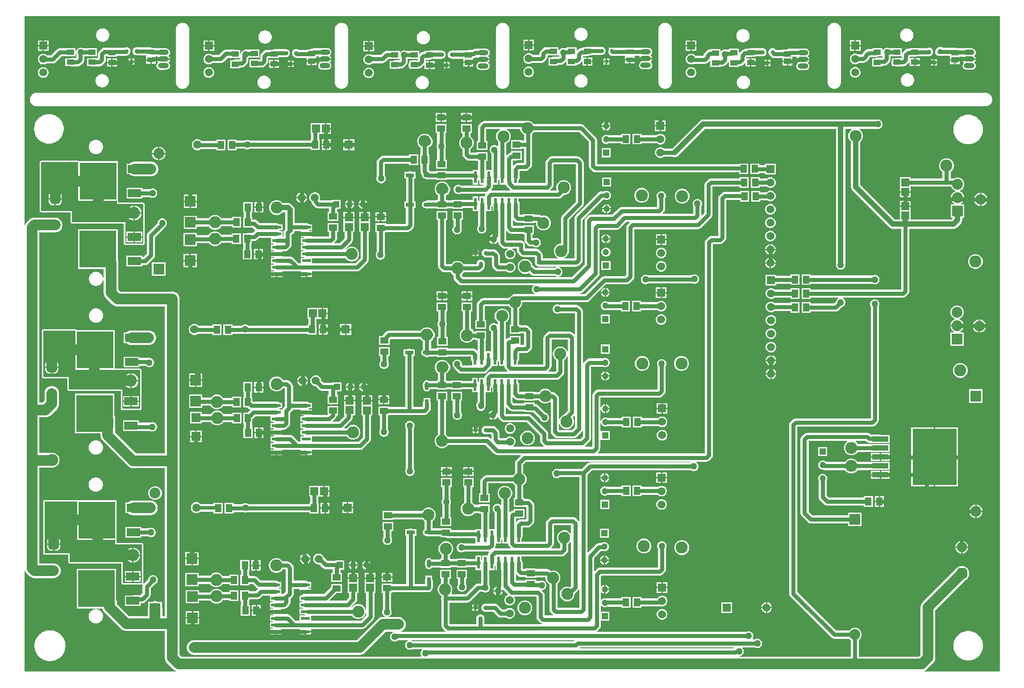
<source format=gtl>
G04*
G04 #@! TF.GenerationSoftware,Altium Limited,Altium Designer,21.6.4 (81)*
G04*
G04 Layer_Physical_Order=1*
G04 Layer_Color=255*
%FSLAX43Y43*%
%MOMM*%
G71*
G04*
G04 #@! TF.SameCoordinates,1BFCAD30-3443-4AAB-B7F7-DC6525A64C66*
G04*
G04*
G04 #@! TF.FilePolarity,Positive*
G04*
G01*
G75*
%ADD13C,0.254*%
%ADD18R,2.500X1.500*%
%ADD19R,7.000X7.000*%
%ADD20R,2.000X2.000*%
%ADD21R,1.207X1.508*%
%ADD22R,1.680X1.700*%
%ADD23R,1.664X0.559*%
%ADD24R,1.508X1.207*%
%ADD25R,1.408X1.007*%
%ADD26R,1.556X1.505*%
%ADD27R,0.600X0.700*%
G04:AMPARAMS|DCode=28|XSize=1.607mm|YSize=0.762mm|CornerRadius=0.381mm|HoleSize=0mm|Usage=FLASHONLY|Rotation=90.000|XOffset=0mm|YOffset=0mm|HoleType=Round|Shape=RoundedRectangle|*
%AMROUNDEDRECTD28*
21,1,1.607,0.000,0,0,90.0*
21,1,0.845,0.762,0,0,90.0*
1,1,0.762,0.000,0.422*
1,1,0.762,0.000,-0.422*
1,1,0.762,0.000,-0.422*
1,1,0.762,0.000,0.422*
%
%ADD28ROUNDEDRECTD28*%
%ADD29R,0.762X1.607*%
G04:AMPARAMS|DCode=30|XSize=1.607mm|YSize=0.762mm|CornerRadius=0.381mm|HoleSize=0mm|Usage=FLASHONLY|Rotation=0.000|XOffset=0mm|YOffset=0mm|HoleType=Round|Shape=RoundedRectangle|*
%AMROUNDEDRECTD30*
21,1,1.607,0.000,0,0,0.0*
21,1,0.845,0.762,0,0,0.0*
1,1,0.762,0.422,0.000*
1,1,0.762,-0.422,0.000*
1,1,0.762,-0.422,0.000*
1,1,0.762,0.422,0.000*
%
%ADD30ROUNDEDRECTD30*%
%ADD31R,1.607X0.762*%
%ADD32R,1.505X1.556*%
%ADD33R,1.350X0.950*%
%ADD34R,1.356X1.105*%
%ADD35R,0.558X2.270*%
%ADD36R,8.380X10.660*%
%ADD37R,3.050X1.016*%
%ADD42C,2.057*%
%ADD43R,2.057X2.057*%
%ADD44R,1.524X1.524*%
%ADD45C,1.524*%
%ADD46R,1.575X1.575*%
%ADD47C,1.575*%
%ADD48R,1.200X1.200*%
%ADD49C,1.200*%
%ADD50R,1.200X1.200*%
%ADD58R,2.050X2.050*%
%ADD59C,2.050*%
%ADD62C,2.000*%
%ADD63C,2.032*%
%ADD64C,0.762*%
%ADD65C,0.700*%
%ADD66C,1.000*%
%ADD67C,2.286*%
%ADD68R,1.500X1.500*%
%ADD69C,1.500*%
G04:AMPARAMS|DCode=70|XSize=1.95mm|YSize=1.95mm|CornerRadius=0.488mm|HoleSize=0mm|Usage=FLASHONLY|Rotation=270.000|XOffset=0mm|YOffset=0mm|HoleType=Round|Shape=RoundedRectangle|*
%AMROUNDEDRECTD70*
21,1,1.950,0.975,0,0,270.0*
21,1,0.975,1.950,0,0,270.0*
1,1,0.975,-0.488,-0.488*
1,1,0.975,-0.488,0.488*
1,1,0.975,0.488,0.488*
1,1,0.975,0.488,-0.488*
%
%ADD70ROUNDEDRECTD70*%
%ADD71C,1.950*%
%ADD72O,2.000X1.000*%
%ADD73O,2.000X1.000*%
%ADD74C,2.000*%
%ADD75C,1.270*%
G36*
X155467Y155645D02*
X155651Y155327D01*
X155911Y155067D01*
X156102Y154957D01*
Y153864D01*
X155694D01*
Y153953D01*
X153678D01*
Y152238D01*
X155694D01*
Y152327D01*
X156102D01*
Y149587D01*
X154955D01*
X154756Y149561D01*
X154570Y149484D01*
X154411Y149362D01*
X154124Y149075D01*
X154007Y149124D01*
Y150003D01*
X154464D01*
X154663Y150029D01*
X154848Y150106D01*
X154888Y150136D01*
X155694D01*
Y151851D01*
X153678D01*
Y151539D01*
X153486Y151514D01*
X153300Y151437D01*
X153141Y151315D01*
X152854Y151028D01*
X152737Y151076D01*
Y153303D01*
X152740Y153306D01*
X152781Y153359D01*
X153055Y153517D01*
X153315Y153777D01*
X153499Y154096D01*
X153594Y154451D01*
Y154819D01*
X153499Y155174D01*
X153315Y155493D01*
X153055Y155753D01*
X152846Y155873D01*
X152881Y156000D01*
X155372D01*
X155467Y155645D01*
D02*
G37*
G36*
X246341Y53186D02*
X246216Y53061D01*
X232073D01*
X232048Y53188D01*
X232229Y53263D01*
X232521Y53487D01*
X233711Y54677D01*
X233935Y54969D01*
X234076Y55309D01*
X234124Y55673D01*
X234124Y55673D01*
Y64666D01*
X239988Y70530D01*
X239994Y70533D01*
X240149Y70651D01*
X240268Y70806D01*
X240310Y70906D01*
X240353Y70963D01*
X240494Y71303D01*
X240542Y71668D01*
X240494Y72032D01*
X240353Y72372D01*
X240310Y72429D01*
X240268Y72529D01*
X240149Y72684D01*
X239994Y72803D01*
X239894Y72844D01*
X239838Y72888D01*
X239498Y73029D01*
X239133Y73077D01*
X238768Y73029D01*
X238428Y72888D01*
X238372Y72844D01*
X238272Y72803D01*
X238117Y72684D01*
X237998Y72529D01*
X237995Y72522D01*
X231718Y66246D01*
X231495Y65954D01*
X231354Y65614D01*
X231306Y65250D01*
Y56257D01*
X230941Y55892D01*
X219640D01*
Y59034D01*
X219659Y59045D01*
X219898Y59283D01*
X220067Y59576D01*
X220154Y59902D01*
Y60240D01*
X220067Y60566D01*
X219898Y60859D01*
X219659Y61097D01*
X219367Y61266D01*
X219041Y61354D01*
X218703D01*
X218377Y61266D01*
X218084Y61097D01*
X217845Y60859D01*
X217834Y60840D01*
X215279D01*
X207956Y68162D01*
Y99587D01*
X222185D01*
X222384Y99613D01*
X222569Y99690D01*
X222728Y99812D01*
X223174Y100258D01*
X223297Y100417D01*
X223373Y100603D01*
X223400Y100802D01*
Y122362D01*
X223459Y122466D01*
X223520Y122692D01*
Y122926D01*
X223459Y123152D01*
X223342Y123355D01*
X223177Y123520D01*
X222974Y123637D01*
X222748Y123698D01*
X222514D01*
X222288Y123637D01*
X222085Y123520D01*
X221920Y123355D01*
X221803Y123152D01*
X221742Y122926D01*
Y122692D01*
X221803Y122466D01*
X221862Y122362D01*
Y101124D01*
X207634D01*
X207435Y101098D01*
X207250Y101021D01*
X207091Y100899D01*
X206644Y100452D01*
X206522Y100293D01*
X206445Y100108D01*
X206419Y99909D01*
Y67843D01*
X206445Y67644D01*
X206522Y67459D01*
X206644Y67300D01*
X214417Y59528D01*
X214417Y59528D01*
X214576Y59405D01*
X214761Y59329D01*
X214960Y59302D01*
X214960Y59302D01*
X217834D01*
X217845Y59283D01*
X218084Y59045D01*
X218103Y59034D01*
Y55892D01*
X197080D01*
X197063Y56019D01*
X197244Y56068D01*
X197447Y56185D01*
X197612Y56350D01*
X197729Y56553D01*
X197790Y56779D01*
Y57013D01*
X197729Y57239D01*
X197612Y57442D01*
X197530Y57524D01*
X197582Y57651D01*
X199934D01*
X200037Y57592D01*
X200264Y57531D01*
X200498D01*
X200724Y57592D01*
X200926Y57709D01*
X201092Y57874D01*
X201209Y58077D01*
X201270Y58303D01*
Y58537D01*
X201209Y58763D01*
X201092Y58966D01*
X200926Y59131D01*
X200724Y59248D01*
X200498Y59309D01*
X200264D01*
X200037Y59248D01*
X199934Y59189D01*
X199526D01*
X199467Y59316D01*
X199558Y59474D01*
X199619Y59700D01*
Y59934D01*
X199558Y60160D01*
X199441Y60363D01*
X199275Y60528D01*
X199073Y60645D01*
X198847Y60706D01*
X198613D01*
X198386Y60645D01*
X198283Y60586D01*
X169963D01*
X169920Y60713D01*
X169998Y60772D01*
X170444Y61218D01*
X170566Y61378D01*
X170643Y61563D01*
X170669Y61762D01*
Y62748D01*
X172279D01*
Y64456D01*
X170669D01*
Y65510D01*
X170796Y65562D01*
X170900Y65458D01*
X171095Y65346D01*
X171312Y65288D01*
X171537D01*
X171754Y65346D01*
X171845Y65398D01*
X174596D01*
Y65184D01*
X176311D01*
Y67201D01*
X174596D01*
Y66936D01*
X171757D01*
X171754Y66937D01*
X171537Y66996D01*
X171312D01*
X171095Y66937D01*
X170900Y66825D01*
X170796Y66721D01*
X170669Y66774D01*
Y68050D01*
X170796Y68102D01*
X170900Y67998D01*
X171095Y67886D01*
X171298Y67831D01*
Y68682D01*
Y69532D01*
X171095Y69477D01*
X170900Y69365D01*
X170796Y69261D01*
X170669Y69314D01*
Y71106D01*
X170854Y71291D01*
X181811D01*
X182010Y71317D01*
X182196Y71394D01*
X182355Y71516D01*
X182801Y71963D01*
X182923Y72122D01*
X183000Y72307D01*
X183026Y72506D01*
Y76464D01*
X183086Y76568D01*
X183147Y76794D01*
Y77028D01*
X183086Y77254D01*
X182969Y77457D01*
X182804Y77623D01*
X182601Y77740D01*
X182375Y77800D01*
X182141D01*
X181915Y77740D01*
X181712Y77623D01*
X181546Y77457D01*
X181429Y77254D01*
X181369Y77028D01*
Y76794D01*
X181429Y76568D01*
X181489Y76464D01*
Y72828D01*
X170536D01*
X170337Y72802D01*
X170151Y72725D01*
X169992Y72603D01*
X169992Y72603D01*
X169517Y72128D01*
X169399Y72176D01*
Y74637D01*
X170669Y75906D01*
X171260D01*
X171266Y75905D01*
X171491D01*
X171708Y75963D01*
X171903Y76075D01*
X172062Y76234D01*
X172175Y76429D01*
X172233Y76646D01*
Y76871D01*
X172175Y77088D01*
X172062Y77283D01*
X171903Y77442D01*
X171708Y77555D01*
X171491Y77613D01*
X171266D01*
X171049Y77555D01*
X170857Y77444D01*
X170350D01*
X170350Y77444D01*
X170151Y77417D01*
X169966Y77341D01*
X169807Y77218D01*
X168247Y75658D01*
X168129Y75707D01*
Y90410D01*
X168949Y91230D01*
X187869D01*
X187972Y91170D01*
X188199Y91110D01*
X188433D01*
X188659Y91170D01*
X188861Y91287D01*
X189027Y91453D01*
X189144Y91656D01*
X189205Y91882D01*
Y92116D01*
X189144Y92342D01*
X189027Y92545D01*
X188861Y92710D01*
X188741Y92780D01*
X188775Y92907D01*
X190739D01*
X190938Y92933D01*
X191124Y93010D01*
X191283Y93132D01*
X191729Y93578D01*
X191851Y93737D01*
X191928Y93923D01*
X191954Y94122D01*
Y134182D01*
X193279D01*
X193478Y134208D01*
X193664Y134285D01*
X193823Y134407D01*
X194269Y134853D01*
X194391Y135012D01*
X194468Y135198D01*
X194494Y135397D01*
Y142564D01*
X197101D01*
Y142222D01*
X198815D01*
Y144239D01*
X197101D01*
Y144101D01*
X194172D01*
X193973Y144075D01*
X193788Y143998D01*
X193629Y143876D01*
X193182Y143429D01*
X193060Y143270D01*
X192983Y143085D01*
X192957Y142886D01*
Y135719D01*
X191632D01*
X191433Y135693D01*
X191248Y135616D01*
X191089Y135494D01*
X190642Y135047D01*
X190520Y134888D01*
X190443Y134703D01*
X190417Y134504D01*
Y94444D01*
X170104D01*
X170055Y94561D01*
X170342Y94848D01*
X170465Y95007D01*
X170541Y95193D01*
X170568Y95392D01*
Y96984D01*
X170672Y97038D01*
X170695Y97038D01*
X172380D01*
Y98746D01*
X170695D01*
X170672Y98746D01*
X170568Y98800D01*
Y100219D01*
X170695Y100236D01*
X170730Y100102D01*
X170843Y99907D01*
X171002Y99748D01*
X171197Y99636D01*
X171414Y99578D01*
X171639D01*
X171856Y99636D01*
X171903Y99663D01*
X174631D01*
Y99423D01*
X176346D01*
Y101440D01*
X174631D01*
Y101200D01*
X171903D01*
X171856Y101227D01*
X171639Y101286D01*
X171414D01*
X171197Y101227D01*
X171002Y101115D01*
X170843Y100956D01*
X170730Y100761D01*
X170695Y100628D01*
X170568Y100644D01*
Y102759D01*
X170695Y102776D01*
X170730Y102642D01*
X170843Y102447D01*
X171002Y102288D01*
X171197Y102176D01*
X171399Y102122D01*
Y102972D01*
X171526D01*
D01*
X171399D01*
Y103822D01*
X171197Y103767D01*
X171002Y103655D01*
X170843Y103496D01*
X170730Y103301D01*
X170695Y103168D01*
X170568Y103184D01*
Y105073D01*
X181773D01*
X181972Y105099D01*
X182158Y105176D01*
X182317Y105298D01*
X182763Y105745D01*
X182885Y105904D01*
X182962Y106089D01*
X182988Y106288D01*
Y111021D01*
X183048Y111125D01*
X183109Y111351D01*
Y111585D01*
X183048Y111811D01*
X182931Y112014D01*
X182765Y112179D01*
X182563Y112296D01*
X182337Y112357D01*
X182103D01*
X181876Y112296D01*
X181674Y112179D01*
X181508Y112014D01*
X181391Y111811D01*
X181331Y111585D01*
Y111351D01*
X181391Y111125D01*
X181451Y111021D01*
Y106610D01*
X170245D01*
X170046Y106584D01*
X169861Y106507D01*
X169702Y106385D01*
X169256Y105939D01*
X169133Y105780D01*
X169057Y105594D01*
X169030Y105395D01*
Y95714D01*
X167674D01*
X167631Y95841D01*
X167675Y95875D01*
X168590Y96789D01*
X168712Y96949D01*
X168789Y97134D01*
X168815Y97333D01*
Y110941D01*
X171149D01*
X171197Y110913D01*
X171414Y110855D01*
X171639D01*
X171856Y110913D01*
X172051Y111026D01*
X172210Y111185D01*
X172322Y111380D01*
X172380Y111597D01*
Y111822D01*
X172322Y112039D01*
X172210Y112234D01*
X172051Y112393D01*
X171856Y112505D01*
X171639Y112563D01*
X171414D01*
X171197Y112505D01*
X171149Y112478D01*
X168493D01*
X168294Y112452D01*
X168108Y112375D01*
X167949Y112253D01*
X167503Y111806D01*
X167393Y111662D01*
X167338Y111666D01*
X167266Y111698D01*
Y121423D01*
X167239Y121622D01*
X167163Y121807D01*
X167040Y121966D01*
X166594Y122413D01*
X166435Y122535D01*
X166250Y122612D01*
X166051Y122638D01*
X162880D01*
X162776Y122698D01*
X162550Y122758D01*
X162316D01*
X162090Y122698D01*
X161887Y122581D01*
X161722Y122415D01*
X161605Y122212D01*
X161544Y121986D01*
Y121752D01*
X161605Y121526D01*
X161722Y121323D01*
X161887Y121158D01*
X162090Y121041D01*
X162316Y120980D01*
X162550D01*
X162776Y121041D01*
X162880Y121101D01*
X165728D01*
Y117108D01*
X165601Y117055D01*
X165273Y117383D01*
X165114Y117506D01*
X164929Y117582D01*
X164730Y117609D01*
X161000D01*
X160801Y117582D01*
X160615Y117506D01*
X160456Y117383D01*
X160010Y116937D01*
X159888Y116778D01*
X159811Y116593D01*
X159785Y116394D01*
Y111335D01*
X154965D01*
Y111918D01*
X154975Y111926D01*
X155098Y112085D01*
X155174Y112271D01*
X155201Y112470D01*
Y113506D01*
X156449D01*
X156648Y113532D01*
X156834Y113609D01*
X156993Y113731D01*
X157439Y114177D01*
X157561Y114337D01*
X157638Y114522D01*
X157664Y114721D01*
Y117546D01*
X157638Y117745D01*
X157561Y117930D01*
X157439Y118090D01*
X156993Y118536D01*
X156834Y118658D01*
X156648Y118735D01*
X156449Y118761D01*
X155415D01*
Y118850D01*
X155175D01*
Y121995D01*
X155264Y122047D01*
X155524Y122307D01*
X155708Y122625D01*
X155804Y122981D01*
Y123182D01*
X167968D01*
X168167Y123208D01*
X168353Y123285D01*
X168512Y123407D01*
X171641Y126536D01*
X175565D01*
X175764Y126562D01*
X175949Y126639D01*
X176108Y126761D01*
X176819Y127473D01*
X176942Y127632D01*
X177018Y127817D01*
X177031Y127917D01*
X177045Y128016D01*
X177045Y128016D01*
Y137026D01*
X189103D01*
X189302Y137053D01*
X189487Y137129D01*
X189646Y137252D01*
X191655Y139260D01*
X191777Y139419D01*
X191854Y139604D01*
X191880Y139803D01*
Y145104D01*
X196999D01*
Y144864D01*
X198714D01*
Y146880D01*
X196999D01*
Y146641D01*
X191558D01*
X191359Y146615D01*
X191173Y146538D01*
X191014Y146416D01*
X190568Y145969D01*
X190446Y145810D01*
X190369Y145625D01*
X190343Y145426D01*
Y140122D01*
X189872Y139651D01*
X189745Y139703D01*
Y141412D01*
X189804Y141516D01*
X189865Y141742D01*
Y141976D01*
X189804Y142202D01*
X189687Y142405D01*
X189522Y142570D01*
X189319Y142687D01*
X189093Y142748D01*
X188859D01*
X188633Y142687D01*
X188430Y142570D01*
X188265Y142405D01*
X188148Y142202D01*
X188087Y141976D01*
Y141742D01*
X188148Y141516D01*
X188207Y141412D01*
Y139932D01*
X182432D01*
X182384Y140049D01*
X182674Y140339D01*
X182796Y140499D01*
X182873Y140684D01*
X182899Y140883D01*
Y142873D01*
X182959Y142976D01*
X183020Y143202D01*
Y143437D01*
X182959Y143663D01*
X182842Y143865D01*
X182677Y144031D01*
X182474Y144148D01*
X182248Y144208D01*
X182014D01*
X181788Y144148D01*
X181585Y144031D01*
X181419Y143865D01*
X181302Y143663D01*
X181242Y143437D01*
Y143202D01*
X181302Y142976D01*
X181362Y142873D01*
Y141205D01*
X174650D01*
X174566Y141194D01*
X174482Y141187D01*
X174467Y141181D01*
X174451Y141179D01*
X174373Y141147D01*
X174294Y141117D01*
X174281Y141108D01*
X174266Y141102D01*
X174199Y141051D01*
X174130Y141002D01*
X172834Y139808D01*
X168848D01*
X168649Y139782D01*
X168464Y139705D01*
X168305Y139583D01*
X167859Y139137D01*
X167736Y138978D01*
X167660Y138792D01*
X167633Y138593D01*
Y130366D01*
X165188Y127921D01*
X162667D01*
X162651Y128048D01*
X162852Y128102D01*
X163055Y128219D01*
X163221Y128385D01*
X163338Y128587D01*
X163398Y128813D01*
Y129047D01*
X163338Y129274D01*
X163221Y129476D01*
X163055Y129642D01*
X162852Y129759D01*
X162746Y129787D01*
X162762Y129914D01*
X166000D01*
X166199Y129941D01*
X166384Y130017D01*
X166543Y130140D01*
X166990Y130586D01*
X167112Y130745D01*
X167189Y130930D01*
X167215Y131129D01*
Y138772D01*
X171108Y142665D01*
X171378D01*
X171425Y142638D01*
X171642Y142580D01*
X171867D01*
X172084Y142638D01*
X172279Y142750D01*
X172438Y142909D01*
X172551Y143104D01*
X172609Y143321D01*
Y143546D01*
X172551Y143763D01*
X172438Y143958D01*
X172279Y144117D01*
X172084Y144230D01*
X171867Y144288D01*
X171642D01*
X171425Y144230D01*
X171378Y144202D01*
X170790D01*
X170591Y144176D01*
X170405Y144099D01*
X170246Y143977D01*
X165903Y139634D01*
X165781Y139475D01*
X165704Y139289D01*
X165678Y139090D01*
Y131452D01*
X163728D01*
X163713Y131489D01*
X163706Y131579D01*
X164002Y131750D01*
X164262Y132010D01*
X164420Y132283D01*
X164473Y132324D01*
X164595Y132483D01*
X164672Y132668D01*
X164698Y132867D01*
Y133009D01*
Y138821D01*
X167218Y141341D01*
X167340Y141500D01*
X167417Y141685D01*
X167443Y141884D01*
Y149642D01*
X167417Y149841D01*
X167340Y150027D01*
X167218Y150186D01*
X166772Y150632D01*
X166613Y150754D01*
X166427Y150831D01*
X166228Y150857D01*
X161381D01*
X161182Y150831D01*
X160996Y150754D01*
X160837Y150632D01*
X160391Y150186D01*
X160269Y150027D01*
X160192Y149841D01*
X160166Y149642D01*
Y145752D01*
X155041D01*
Y146310D01*
X155052Y146319D01*
X155174Y146478D01*
X155251Y146663D01*
X155277Y146862D01*
Y148050D01*
X156424D01*
X156623Y148076D01*
X156808Y148153D01*
X156967Y148275D01*
X157414Y148721D01*
X157536Y148881D01*
X157613Y149066D01*
X157639Y149265D01*
Y155079D01*
X157887Y155327D01*
X157938Y155416D01*
X166610D01*
X168421Y153606D01*
Y149011D01*
X168447Y148812D01*
X168524Y148627D01*
X168646Y148467D01*
X169092Y148021D01*
X169251Y147899D01*
X169437Y147822D01*
X169636Y147796D01*
X196898D01*
Y147455D01*
X198612D01*
Y149471D01*
X196898D01*
Y149333D01*
X169958D01*
Y153924D01*
X169932Y154123D01*
X169855Y154308D01*
X169733Y154467D01*
X167472Y156728D01*
X167313Y156850D01*
X167128Y156927D01*
X166929Y156953D01*
X157938D01*
X157887Y157042D01*
X157627Y157302D01*
X157308Y157486D01*
X156953Y157582D01*
X156585D01*
X156362Y157522D01*
X156244Y157537D01*
X148579D01*
X148380Y157511D01*
X148195Y157434D01*
X148036Y157312D01*
X147589Y156866D01*
X147467Y156707D01*
X147390Y156521D01*
X147364Y156322D01*
Y153749D01*
X147125D01*
Y152035D01*
X149141D01*
Y153749D01*
X148901D01*
Y156000D01*
X151513D01*
X151547Y155873D01*
X151339Y155753D01*
X151079Y155493D01*
X150895Y155174D01*
X150800Y154819D01*
Y154451D01*
X150895Y154096D01*
X151079Y153777D01*
X151204Y153653D01*
X151200Y153621D01*
Y152802D01*
X151073Y152749D01*
X151015Y152807D01*
X150813Y152924D01*
X150587Y152984D01*
X150353D01*
X150126Y152924D01*
X149924Y152807D01*
X149758Y152641D01*
X149641Y152438D01*
X149581Y152212D01*
Y151978D01*
X149641Y151752D01*
X149758Y151549D01*
X149924Y151384D01*
X149961Y151362D01*
Y148251D01*
X148914D01*
Y149933D01*
X149141D01*
Y151648D01*
X147125D01*
Y151546D01*
X146061D01*
X145971Y151636D01*
X145971Y152221D01*
X146060Y152273D01*
X146320Y152533D01*
X146504Y152851D01*
X146599Y153206D01*
Y153574D01*
X146504Y153930D01*
X146320Y154248D01*
X146060Y154508D01*
X145968Y154562D01*
X145966Y155203D01*
X146056Y155292D01*
X146195D01*
Y157007D01*
X144178D01*
Y155292D01*
X144336D01*
X144426Y155203D01*
X144426Y154555D01*
X144345Y154508D01*
X144084Y154248D01*
X143901Y153930D01*
X143805Y153574D01*
Y153206D01*
X143901Y152851D01*
X144084Y152533D01*
X144345Y152273D01*
X144434Y152221D01*
Y151224D01*
X144460Y151025D01*
X144537Y150840D01*
X144659Y150681D01*
X145105Y150234D01*
X145264Y150112D01*
X145450Y150035D01*
X145649Y150009D01*
X147125D01*
Y149933D01*
X147377D01*
Y148251D01*
X146355D01*
Y147983D01*
X141445D01*
Y148117D01*
X139428D01*
Y148020D01*
X138244D01*
X138040Y148225D01*
Y149182D01*
X138128D01*
Y151198D01*
X138035D01*
X138035Y152554D01*
X138119Y152603D01*
X138166Y152649D01*
X138205Y152656D01*
X138387Y152741D01*
X138540Y152870D01*
X138656Y153034D01*
X138724Y153223D01*
X138798Y153555D01*
X138815Y153755D01*
X138780Y153952D01*
X138695Y154134D01*
X138566Y154288D01*
X138535Y154310D01*
X138379Y154579D01*
X138119Y154839D01*
X137801Y155023D01*
X137446Y155118D01*
X137078D01*
X136722Y155023D01*
X136404Y154839D01*
X136144Y154579D01*
X135960Y154260D01*
X135865Y153905D01*
Y153537D01*
X135960Y153182D01*
X136144Y152863D01*
X136404Y152603D01*
X136498Y152549D01*
X136498Y151198D01*
X136414D01*
Y149182D01*
X136502D01*
Y147907D01*
X136529Y147708D01*
X136605Y147522D01*
X136728Y147363D01*
X136766Y147325D01*
X136750Y147244D01*
X136799Y146996D01*
X136939Y146786D01*
X137149Y146646D01*
X137362Y146603D01*
X137395Y146578D01*
X137580Y146501D01*
X137779Y146475D01*
X137840Y146483D01*
X139428D01*
Y146402D01*
X141445D01*
Y146446D01*
X146247D01*
X146345Y146319D01*
X146355Y146310D01*
Y145473D01*
X147421D01*
Y146278D01*
X147495Y146311D01*
X147567Y146303D01*
X147625Y146244D01*
Y145473D01*
X148363D01*
X148431Y145346D01*
X148413Y145320D01*
X144084D01*
X143980Y145380D01*
X143754Y145440D01*
X143520D01*
X143294Y145380D01*
X143091Y145263D01*
X142926Y145097D01*
X142809Y144895D01*
X142748Y144668D01*
Y144434D01*
X142809Y144208D01*
X142926Y144006D01*
X143091Y143840D01*
X143294Y143723D01*
X143520Y143662D01*
X143754D01*
X143980Y143723D01*
X144084Y143783D01*
X148791D01*
X148837Y143715D01*
X148852Y143659D01*
X148763Y143542D01*
X148686Y143357D01*
X148668Y143223D01*
X147625D01*
Y142419D01*
X147552Y142385D01*
X147479Y142393D01*
X147421Y142452D01*
Y143223D01*
X146355D01*
Y142557D01*
X144544D01*
Y142599D01*
X142527D01*
Y142497D01*
X141572D01*
Y142573D01*
X141332D01*
Y143484D01*
X141371Y143506D01*
X141440Y143515D01*
X141626Y143592D01*
X141785Y143714D01*
X141907Y143872D01*
X141985Y144058D01*
X142038Y144255D01*
X142038Y144255D01*
X142091Y144453D01*
X142118Y144652D01*
X142092Y144851D01*
X142015Y145036D01*
X141894Y145196D01*
X141839Y145237D01*
X141681Y145511D01*
X141421Y145771D01*
X141103Y145955D01*
X140748Y146050D01*
X140380D01*
X140024Y145955D01*
X139706Y145771D01*
X139446Y145511D01*
X139262Y145192D01*
X139167Y144837D01*
Y144469D01*
X139262Y144114D01*
X139446Y143795D01*
X139706Y143535D01*
X139795Y143484D01*
Y142573D01*
X139555D01*
Y142467D01*
X137771D01*
X137771Y142467D01*
X137572Y142441D01*
X137387Y142364D01*
X137330Y142320D01*
X137124Y142279D01*
X136914Y142139D01*
X136773Y141929D01*
X136724Y141681D01*
X136773Y141433D01*
X136914Y141223D01*
X137124Y141083D01*
X137337Y141041D01*
X137369Y141016D01*
X137555Y140939D01*
X137754Y140913D01*
X137886Y140930D01*
X139555D01*
Y140859D01*
X141572D01*
Y140960D01*
X142527D01*
Y140884D01*
X144544D01*
Y141019D01*
X146355D01*
Y140445D01*
X147390D01*
Y137619D01*
X147279Y137427D01*
X147218Y137201D01*
Y136967D01*
X147279Y136741D01*
X147396Y136538D01*
X147562Y136372D01*
X147764Y136255D01*
X147990Y136195D01*
X148224D01*
X148451Y136255D01*
X148653Y136372D01*
X148819Y136538D01*
X148936Y136741D01*
X148996Y136967D01*
Y137201D01*
X148936Y137427D01*
X148927Y137443D01*
Y140445D01*
X149961D01*
Y141283D01*
X149972Y141291D01*
X150038Y141378D01*
X150165Y141335D01*
Y140445D01*
X150571D01*
Y141834D01*
X150825D01*
Y140445D01*
X151200D01*
Y135624D01*
X151073Y135590D01*
X151039Y135648D01*
X150874Y135814D01*
X150671Y135931D01*
X150455Y135989D01*
Y135103D01*
Y134216D01*
X150671Y134274D01*
X150874Y134391D01*
X151039Y134557D01*
X151073Y134615D01*
X151200Y134581D01*
Y134558D01*
X151226Y134359D01*
X151303Y134174D01*
X151425Y134015D01*
X151871Y133569D01*
X152030Y133446D01*
X152216Y133370D01*
X152415Y133343D01*
X152998D01*
X153032Y133216D01*
X152843Y133107D01*
X152654Y132918D01*
X152520Y132686D01*
X152451Y132428D01*
Y132160D01*
X152520Y131902D01*
X152654Y131670D01*
X152843Y131481D01*
X153075Y131347D01*
X153333Y131278D01*
X153601D01*
X153859Y131347D01*
X154091Y131481D01*
X154280Y131670D01*
X154414Y131902D01*
X154483Y132160D01*
Y132428D01*
X154414Y132686D01*
X154280Y132918D01*
X154091Y133107D01*
X153901Y133216D01*
X153935Y133343D01*
X154730D01*
Y132984D01*
X154756Y132785D01*
X154833Y132599D01*
X154955Y132440D01*
X155402Y131994D01*
X155561Y131872D01*
X155746Y131795D01*
X155945Y131769D01*
X158108D01*
Y130734D01*
X158135Y130535D01*
X158211Y130350D01*
X158334Y130190D01*
X158384Y130140D01*
X158544Y130017D01*
X158729Y129941D01*
X158928Y129914D01*
X162256D01*
X162273Y129787D01*
X162166Y129759D01*
X162062Y129699D01*
X158272D01*
X157660Y130311D01*
X157613Y130486D01*
X157429Y130804D01*
X157169Y131064D01*
X156851Y131248D01*
X156496Y131343D01*
X156128D01*
X155772Y131248D01*
X155454Y131064D01*
X155194Y130804D01*
X155010Y130486D01*
X154915Y130130D01*
Y129762D01*
X155010Y129407D01*
X155194Y129089D01*
X155454Y128829D01*
X155772Y128645D01*
X156128Y128549D01*
X156496D01*
X156851Y128645D01*
X157042Y128755D01*
X157410Y128387D01*
X157569Y128265D01*
X157755Y128188D01*
X157954Y128162D01*
X157954Y128162D01*
X162062D01*
X162166Y128102D01*
X162368Y128048D01*
X162351Y127921D01*
X144554D01*
X144322Y128153D01*
X144253Y128255D01*
X144395Y128397D01*
X144495Y128571D01*
X144515Y128646D01*
X144602Y128733D01*
X144654Y128822D01*
X147432D01*
X147631Y128848D01*
X147817Y128925D01*
X147976Y129047D01*
X148422Y129494D01*
X148544Y129653D01*
X148621Y129838D01*
X148647Y130037D01*
Y130303D01*
X148673Y130496D01*
X148647Y130695D01*
X148570Y130880D01*
X148458Y131026D01*
Y131100D01*
X148369D01*
X148288Y131161D01*
X148103Y131238D01*
X147904Y131264D01*
X147705Y131238D01*
X147520Y131161D01*
X147440Y131100D01*
X147350D01*
Y131029D01*
X147335Y131014D01*
X147213Y130855D01*
X147136Y130669D01*
X147110Y130470D01*
Y130359D01*
X144654D01*
X144602Y130449D01*
X144342Y130709D01*
X144024Y130893D01*
X143669Y130988D01*
X143301D01*
X142945Y130893D01*
X142627Y130709D01*
X142367Y130449D01*
X142315Y130359D01*
X141354D01*
X141332Y130381D01*
Y138757D01*
X141572D01*
Y140472D01*
X139555D01*
Y138757D01*
X139795D01*
Y130063D01*
X139821Y129864D01*
X139898Y129678D01*
X140020Y129519D01*
X140492Y129047D01*
X140651Y128925D01*
X140836Y128848D01*
X141035Y128822D01*
X142234D01*
X142234Y128821D01*
X142243Y128768D01*
X142325Y128585D01*
X142452Y128430D01*
X142615Y128313D01*
X142716Y128274D01*
Y127904D01*
X142742Y127705D01*
X142819Y127519D01*
X142941Y127360D01*
X143692Y126609D01*
X143692Y126609D01*
X143851Y126487D01*
X144037Y126410D01*
X144236Y126384D01*
X144236Y126384D01*
X157865D01*
X157918Y126257D01*
X157810Y126149D01*
X157693Y125946D01*
X157632Y125720D01*
Y125486D01*
X157693Y125260D01*
X157810Y125057D01*
X157976Y124892D01*
X158055Y124846D01*
X158021Y124719D01*
X154407D01*
X154208Y124693D01*
X154022Y124616D01*
X153863Y124494D01*
X153822Y124440D01*
X153549Y124282D01*
X153289Y124022D01*
X153237Y123933D01*
X148376D01*
X148177Y123907D01*
X147992Y123830D01*
X147833Y123708D01*
X147386Y123262D01*
X147264Y123103D01*
X147187Y122917D01*
X147161Y122718D01*
Y119805D01*
X146921D01*
Y118091D01*
X148938D01*
Y119805D01*
X148698D01*
Y122396D01*
X153237D01*
X153289Y122307D01*
X153549Y122047D01*
X153638Y121995D01*
Y118850D01*
X153398D01*
Y117135D01*
X155415D01*
Y117224D01*
X156127D01*
Y115043D01*
X155415D01*
Y116748D01*
X153398D01*
Y116437D01*
X153386D01*
X153187Y116411D01*
X153002Y116334D01*
X152843Y116212D01*
X152778Y116147D01*
X152661Y116196D01*
Y119350D01*
X152801Y119431D01*
X153061Y119691D01*
X153245Y120009D01*
X153340Y120364D01*
Y120732D01*
X153245Y121088D01*
X153061Y121406D01*
X152801Y121666D01*
X152482Y121850D01*
X152127Y121945D01*
X151759D01*
X151404Y121850D01*
X151085Y121666D01*
X150825Y121406D01*
X150641Y121088D01*
X150546Y120732D01*
Y120364D01*
X150641Y120009D01*
X150825Y119691D01*
X151085Y119431D01*
X151123Y119408D01*
Y118969D01*
X150996Y118917D01*
X150914Y118999D01*
X150711Y119116D01*
X150485Y119177D01*
X150251D01*
X150025Y119116D01*
X149822Y118999D01*
X149657Y118834D01*
X149540Y118631D01*
X149479Y118405D01*
Y118171D01*
X149540Y117945D01*
X149657Y117742D01*
X149822Y117576D01*
X149853Y117558D01*
Y113859D01*
X148851D01*
Y115989D01*
X148938D01*
Y117704D01*
X146921D01*
Y117625D01*
X146571D01*
X146564Y117632D01*
X146563Y117635D01*
X146488Y117821D01*
X146368Y117982D01*
X146210Y118106D01*
X146057Y118172D01*
Y121374D01*
X146296D01*
Y123089D01*
X144280D01*
Y121374D01*
X144519D01*
Y118085D01*
X144474Y118028D01*
X144464Y118003D01*
X144430Y117983D01*
X144170Y117723D01*
X143986Y117405D01*
X143891Y117049D01*
Y116681D01*
X143986Y116326D01*
X144170Y116008D01*
X144430Y115748D01*
X144749Y115564D01*
X145104Y115468D01*
X145472D01*
X145827Y115564D01*
X146146Y115748D01*
X146406Y116008D01*
X146452Y116087D01*
X146921D01*
Y115989D01*
X147313D01*
Y113974D01*
X147186Y113922D01*
X146909Y114199D01*
X146750Y114321D01*
X146565Y114398D01*
X146366Y114424D01*
X141648D01*
Y114513D01*
X139632D01*
Y114408D01*
X138462D01*
Y115798D01*
X138551Y115849D01*
X138811Y116109D01*
X138969Y116383D01*
X139022Y116424D01*
X139145Y116583D01*
X139221Y116768D01*
X139247Y116967D01*
X139221Y117166D01*
X139145Y117351D01*
X139022Y117510D01*
X138969Y117551D01*
X138811Y117825D01*
X138551Y118085D01*
X138233Y118269D01*
X137877Y118364D01*
X137509D01*
X137154Y118269D01*
X136836Y118085D01*
X136576Y117825D01*
X136524Y117736D01*
X130436D01*
X130237Y117709D01*
X130051Y117633D01*
X129892Y117510D01*
X129446Y117064D01*
X129324Y116905D01*
X129267Y116767D01*
X128608D01*
Y115052D01*
X130624D01*
Y115708D01*
X130655Y115748D01*
X130732Y115933D01*
X130758Y116132D01*
X130855Y116198D01*
X136352D01*
X136431Y116089D01*
X136587Y115962D01*
X136770Y115880D01*
X136812Y115873D01*
X136836Y115849D01*
X136925Y115798D01*
Y114122D01*
X136812Y114047D01*
X136672Y113837D01*
X136623Y113589D01*
X136672Y113341D01*
X136812Y113131D01*
X137022Y112991D01*
X137132Y112969D01*
X137155Y112940D01*
X137315Y112819D01*
X137501Y112744D01*
X137700Y112720D01*
X137899Y112747D01*
X138083Y112826D01*
X138141Y112871D01*
X139632D01*
Y112798D01*
X141648D01*
Y112887D01*
X146043D01*
Y112470D01*
X146070Y112271D01*
X146146Y112085D01*
X146269Y111926D01*
X146279Y111918D01*
Y111182D01*
X144453D01*
X144323Y111312D01*
Y111532D01*
X144262Y111758D01*
X144145Y111961D01*
X143980Y112126D01*
X143777Y112243D01*
X143551Y112304D01*
X143317D01*
X143091Y112243D01*
X142888Y112126D01*
X142722Y111961D01*
X142605Y111758D01*
X142545Y111532D01*
Y111298D01*
X142605Y111072D01*
X142722Y110869D01*
X142799Y110792D01*
X142865Y110633D01*
X142988Y110474D01*
X143591Y109870D01*
X143750Y109748D01*
X143935Y109671D01*
X144134Y109645D01*
X148463D01*
X148662Y109671D01*
X148847Y109748D01*
X149006Y109870D01*
X149895Y110759D01*
X150018Y110919D01*
X150040Y110974D01*
X150089Y111081D01*
X151155D01*
Y111885D01*
X151228Y111919D01*
X151301Y111911D01*
X151359Y111852D01*
Y111081D01*
X152393D01*
Y111013D01*
X152420Y110814D01*
X152496Y110628D01*
X152619Y110469D01*
X152964Y110123D01*
X152912Y109996D01*
X149798D01*
X149599Y109970D01*
X149414Y109893D01*
X149255Y109771D01*
X148809Y109325D01*
X148686Y109166D01*
X148610Y108980D01*
X148590Y108831D01*
X147549D01*
Y108025D01*
X147477Y107992D01*
X147403Y108001D01*
X147345Y108060D01*
Y108831D01*
X146279D01*
Y108215D01*
X144315D01*
Y108309D01*
X142299D01*
Y108220D01*
X141546D01*
Y108309D01*
X141332D01*
Y109636D01*
X141447Y109702D01*
X141707Y109962D01*
X141866Y110238D01*
X141935Y110294D01*
X142052Y110457D01*
X142123Y110645D01*
X142143Y110844D01*
X142110Y111042D01*
X142028Y111225D01*
X141901Y111380D01*
X141863Y111407D01*
X141707Y111678D01*
X141447Y111938D01*
X141128Y112122D01*
X140773Y112217D01*
X140405D01*
X140050Y112122D01*
X139731Y111938D01*
X139471Y111678D01*
X139287Y111359D01*
X139192Y111004D01*
Y110636D01*
X139287Y110281D01*
X139471Y109962D01*
X139731Y109702D01*
X139795Y109665D01*
Y108309D01*
X139530D01*
Y108220D01*
X138050D01*
X137916Y108309D01*
X137668Y108359D01*
X137420Y108309D01*
X137210Y108169D01*
X137070Y107959D01*
X137060Y107911D01*
X137003Y107836D01*
X137003Y107836D01*
X137002Y107836D01*
X136965Y107746D01*
X136926Y107651D01*
X136926Y107650D01*
X136926Y107650D01*
X136913Y107553D01*
X136899Y107452D01*
X136899Y107289D01*
X136926Y107090D01*
X137002Y106905D01*
X137020Y106881D01*
Y106866D01*
X137070Y106618D01*
X137210Y106408D01*
X137420Y106268D01*
X137668Y106219D01*
X137916Y106268D01*
X138126Y106408D01*
X138266Y106618D01*
X138279Y106683D01*
X139530D01*
Y106594D01*
X141546D01*
Y106683D01*
X142299D01*
Y106594D01*
X144315D01*
Y106678D01*
X146279D01*
Y106053D01*
X147313D01*
Y104171D01*
X147244Y104102D01*
X147127Y103899D01*
X147066Y103673D01*
Y103439D01*
X147127Y103213D01*
X147191Y103101D01*
X147196Y103074D01*
X147215Y103031D01*
X147229Y102986D01*
X147257Y102940D01*
X147280Y102891D01*
X147310Y102855D01*
X147335Y102815D01*
X147374Y102778D01*
X147408Y102737D01*
X147447Y102710D01*
X147481Y102678D01*
X147528Y102652D01*
X147572Y102622D01*
X147616Y102605D01*
X147658Y102583D01*
X147710Y102571D01*
X147760Y102552D01*
X147807Y102548D01*
X147853Y102537D01*
X147907Y102539D01*
X147960Y102534D01*
X148006Y102542D01*
X148054Y102543D01*
X148105Y102559D01*
X148158Y102568D01*
X148201Y102588D01*
X148246Y102601D01*
X148291Y102629D01*
X148340Y102652D01*
X148376Y102682D01*
X148416Y102707D01*
X148453Y102746D01*
X148494Y102780D01*
X148521Y102819D01*
X148554Y102853D01*
X148579Y102900D01*
X148610Y102944D01*
X148620Y102964D01*
X148666Y103010D01*
X148783Y103213D01*
X148844Y103439D01*
Y103542D01*
X148851Y103592D01*
Y106053D01*
X149885D01*
Y106891D01*
X149895Y106899D01*
X149962Y106985D01*
X150089Y106942D01*
Y106053D01*
X150495D01*
Y107442D01*
X150749D01*
Y106053D01*
X151123D01*
Y102197D01*
X150996Y102163D01*
X150927Y102283D01*
X150761Y102449D01*
X150559Y102566D01*
X150343Y102624D01*
Y101737D01*
Y100851D01*
X150559Y100909D01*
X150761Y101026D01*
X150927Y101192D01*
X151032Y101374D01*
X151107Y101382D01*
X151169Y101369D01*
X151226Y101230D01*
X151349Y101071D01*
X151795Y100625D01*
X151954Y100503D01*
X152139Y100426D01*
X152338Y100400D01*
X156654D01*
X159150Y97903D01*
Y96865D01*
X159176Y96666D01*
X159253Y96480D01*
X159375Y96321D01*
X159821Y95875D01*
X159866Y95841D01*
X159823Y95714D01*
X154048D01*
X154014Y95841D01*
X154091Y95885D01*
X154280Y96074D01*
X154414Y96306D01*
X154483Y96564D01*
Y96832D01*
X154414Y97090D01*
X154280Y97322D01*
X154091Y97511D01*
X153859Y97645D01*
X153601Y97714D01*
X153333D01*
X153075Y97645D01*
X152843Y97511D01*
X152722Y97390D01*
X151441D01*
Y98420D01*
X151415Y98619D01*
X151338Y98804D01*
X151216Y98963D01*
X150770Y99410D01*
X150611Y99532D01*
X150425Y99609D01*
X150226Y99635D01*
X148803D01*
X148604Y99609D01*
X148419Y99532D01*
X148339Y99470D01*
X148249D01*
Y99396D01*
X148138Y99250D01*
X148061Y99065D01*
X148035Y98866D01*
X148061Y98667D01*
X148138Y98482D01*
X148249Y98336D01*
Y98262D01*
X148339D01*
X148419Y98201D01*
X148604Y98124D01*
X148803Y98098D01*
X149904D01*
Y97293D01*
X149787Y97245D01*
X149622Y97410D01*
X149463Y97532D01*
X149277Y97609D01*
X149079Y97635D01*
X141698D01*
X141656Y97708D01*
X141396Y97968D01*
X141307Y98020D01*
Y104492D01*
X141546D01*
Y106207D01*
X139530D01*
Y104492D01*
X139770D01*
Y98020D01*
X139680Y97968D01*
X139420Y97708D01*
X139236Y97389D01*
X139141Y97034D01*
Y96666D01*
X139236Y96311D01*
X139420Y95992D01*
X139680Y95732D01*
X139999Y95548D01*
X140354Y95453D01*
X140722D01*
X141077Y95548D01*
X141396Y95732D01*
X141656Y95992D01*
X141717Y96098D01*
X148760D01*
X150456Y94402D01*
X150615Y94280D01*
X150801Y94203D01*
X151000Y94177D01*
X151000Y94177D01*
X155459D01*
X155507Y94059D01*
X154651Y93203D01*
X154528Y93043D01*
X154452Y92858D01*
X154425Y92659D01*
Y90730D01*
X154336Y90678D01*
X154076Y90418D01*
X154025Y90329D01*
X149011D01*
X148812Y90303D01*
X148627Y90226D01*
X148467Y90104D01*
X148021Y89658D01*
X147899Y89498D01*
X147822Y89313D01*
X147796Y89114D01*
Y86897D01*
X147556D01*
Y85182D01*
X149573D01*
Y86897D01*
X149333D01*
Y88792D01*
X154025D01*
X154076Y88703D01*
X154336Y88443D01*
X154413Y88398D01*
Y86033D01*
X154160D01*
Y84318D01*
X155110D01*
X155280Y84296D01*
X155280Y84296D01*
X156559D01*
Y81972D01*
X155513D01*
X155314Y81946D01*
X155129Y81869D01*
X154970Y81747D01*
X154683Y81460D01*
X154566Y81509D01*
Y82083D01*
X154946D01*
X155145Y82109D01*
X155331Y82186D01*
X155370Y82217D01*
X156177D01*
Y83931D01*
X154160D01*
Y83620D01*
X154021D01*
X153822Y83594D01*
X153637Y83517D01*
X153478Y83395D01*
X153413Y83330D01*
X153296Y83379D01*
Y85804D01*
X153334Y85826D01*
X153594Y86086D01*
X153778Y86405D01*
X153873Y86760D01*
Y87128D01*
X153778Y87483D01*
X153594Y87802D01*
X153334Y88062D01*
X153015Y88246D01*
X152660Y88341D01*
X152292D01*
X151937Y88246D01*
X151618Y88062D01*
X151358Y87802D01*
X151174Y87483D01*
X151079Y87128D01*
Y86760D01*
X151174Y86405D01*
X151358Y86086D01*
X151618Y85826D01*
X151758Y85745D01*
Y84716D01*
X151641Y84668D01*
X151600Y84709D01*
X151397Y84826D01*
X151171Y84887D01*
X150937D01*
X150711Y84826D01*
X150508Y84709D01*
X150342Y84544D01*
X150225Y84341D01*
X150165Y84115D01*
Y83881D01*
X150225Y83655D01*
X150342Y83452D01*
X150488Y83306D01*
Y80129D01*
X149486D01*
Y83080D01*
X149573D01*
Y84795D01*
X147556D01*
Y84711D01*
X146689D01*
X146634Y84805D01*
X146374Y85065D01*
X146311Y85102D01*
Y88084D01*
X146576D01*
Y89799D01*
X144559D01*
Y88084D01*
X144773D01*
Y85131D01*
X144659Y85065D01*
X144399Y84805D01*
X144215Y84486D01*
X144120Y84131D01*
Y83763D01*
X144215Y83408D01*
X144399Y83089D01*
X144659Y82829D01*
X144977Y82645D01*
X145333Y82550D01*
X145701D01*
X146056Y82645D01*
X146374Y82829D01*
X146634Y83089D01*
X146683Y83174D01*
X147556D01*
Y83080D01*
X147948D01*
Y80129D01*
X146914D01*
Y79963D01*
X142334D01*
Y80274D01*
X140317D01*
Y80245D01*
X138741D01*
Y81635D01*
X138831Y81686D01*
X139091Y81946D01*
X139275Y82265D01*
X139370Y82620D01*
Y82988D01*
X139275Y83343D01*
X139091Y83662D01*
X138831Y83922D01*
X138512Y84106D01*
X138157Y84201D01*
X137789D01*
X137434Y84106D01*
X137115Y83922D01*
X136855Y83662D01*
X136777Y83526D01*
X131285D01*
Y83569D01*
X129268D01*
Y81855D01*
X131285D01*
Y81989D01*
X136830D01*
X136855Y81946D01*
X137115Y81686D01*
X137204Y81635D01*
Y80009D01*
X137092Y79934D01*
X136952Y79724D01*
X136903Y79477D01*
X136952Y79229D01*
X137092Y79019D01*
X137303Y78878D01*
X137550Y78829D01*
X137565D01*
X137589Y78811D01*
X137774Y78734D01*
X137973Y78708D01*
X140317D01*
Y78559D01*
X141124D01*
X141164Y78528D01*
X141349Y78452D01*
X141548Y78426D01*
X146752D01*
X146781Y78356D01*
X146904Y78197D01*
X146914Y78188D01*
Y77365D01*
X144666D01*
X144590Y77409D01*
X144364Y77470D01*
X144130D01*
X143903Y77409D01*
X143701Y77292D01*
X143535Y77127D01*
X143418Y76924D01*
X143358Y76698D01*
Y76464D01*
X143418Y76238D01*
X143535Y76035D01*
X143701Y75870D01*
X143903Y75753D01*
X144130Y75692D01*
X144364D01*
X144590Y75753D01*
X144721Y75828D01*
X149441D01*
X149494Y75701D01*
X149444Y75651D01*
X149321Y75492D01*
X149245Y75307D01*
X149218Y75108D01*
Y75101D01*
X148184D01*
Y74330D01*
X148126Y74271D01*
X148053Y74263D01*
X147980Y74297D01*
Y75101D01*
X146914D01*
Y74447D01*
X145306D01*
Y74501D01*
X143289D01*
Y74400D01*
X142232D01*
Y74476D01*
X142018D01*
Y75194D01*
X142133Y75260D01*
X142393Y75520D01*
X142577Y75839D01*
X142672Y76194D01*
Y76562D01*
X142577Y76917D01*
X142393Y77236D01*
X142133Y77496D01*
X141814Y77680D01*
X141459Y77775D01*
X141091D01*
X140736Y77680D01*
X140417Y77496D01*
X140157Y77236D01*
X139973Y76917D01*
X139878Y76562D01*
Y76194D01*
X139973Y75839D01*
X140157Y75520D01*
X140417Y75260D01*
X140481Y75223D01*
Y74476D01*
X140216D01*
Y74357D01*
X138561D01*
X138507Y74438D01*
X138297Y74578D01*
X138049Y74628D01*
X137801Y74578D01*
X137591Y74438D01*
X137451Y74228D01*
X137406Y74001D01*
X137383Y73972D01*
X137307Y73787D01*
X137280Y73588D01*
Y73558D01*
X137307Y73359D01*
X137383Y73173D01*
X137401Y73150D01*
Y73135D01*
X137451Y72887D01*
X137591Y72677D01*
X137801Y72537D01*
X138049Y72488D01*
X138297Y72537D01*
X138507Y72677D01*
X138602Y72820D01*
X140216D01*
Y72761D01*
X142232D01*
Y72863D01*
X143289D01*
Y72787D01*
X145306D01*
Y72910D01*
X146914D01*
Y72323D01*
X147974D01*
Y69755D01*
X147396D01*
X147197Y69729D01*
X147012Y69652D01*
X146853Y69530D01*
X145020Y67698D01*
X142473D01*
X142388Y67825D01*
X142420Y67902D01*
X142446Y68101D01*
X142438Y68167D01*
X142519Y68472D01*
Y68840D01*
X142424Y69195D01*
X142240Y69514D01*
X141980Y69774D01*
X141942Y69796D01*
Y70660D01*
X142232D01*
Y72374D01*
X140216D01*
Y70660D01*
X140405D01*
Y69855D01*
X140265Y69774D01*
X140005Y69514D01*
X139821Y69195D01*
X139725Y68840D01*
Y68472D01*
X139821Y68117D01*
X140005Y67798D01*
X140265Y67538D01*
X140479Y67415D01*
Y67243D01*
X140431Y67128D01*
X140405Y66929D01*
X140431Y66730D01*
X140479Y66615D01*
Y61762D01*
X140505Y61563D01*
X140581Y61378D01*
X140704Y61218D01*
X141150Y60772D01*
X141228Y60713D01*
X141185Y60586D01*
X132770D01*
X132745Y60713D01*
X133005Y60820D01*
X133294Y61042D01*
X133515Y61330D01*
X133654Y61666D01*
X133702Y62027D01*
X133654Y62387D01*
X133515Y62723D01*
X133294Y63012D01*
X133005Y63233D01*
X132669Y63372D01*
X132309Y63420D01*
X130484D01*
X130463Y63478D01*
X130462Y63547D01*
X130645Y63652D01*
X130810Y63818D01*
X130927Y64020D01*
X130988Y64247D01*
Y64481D01*
X130927Y64707D01*
X130867Y64810D01*
Y68018D01*
X131107D01*
Y68158D01*
X137958D01*
X138157Y68184D01*
X138342Y68261D01*
X138502Y68383D01*
X138592Y68473D01*
X138592Y68473D01*
X138715Y68633D01*
X138791Y68818D01*
X138818Y69017D01*
Y70206D01*
X138818Y70206D01*
X138791Y70405D01*
X138715Y70591D01*
X138684Y70631D01*
Y71264D01*
X137414D01*
Y70631D01*
X137383Y70591D01*
X137307Y70405D01*
X137280Y70206D01*
Y69695D01*
X135339D01*
Y78842D01*
X135679D01*
Y80112D01*
X134994D01*
X134954Y80142D01*
X134769Y80219D01*
X134570Y80245D01*
X134371Y80219D01*
X134186Y80142D01*
X134146Y80112D01*
X133564D01*
Y78842D01*
X133801D01*
Y69695D01*
X131107D01*
Y69733D01*
X129091D01*
Y68018D01*
X129330D01*
Y64810D01*
X129270Y64707D01*
X129210Y64481D01*
Y64247D01*
X129270Y64020D01*
X129387Y63818D01*
X129553Y63652D01*
X129736Y63547D01*
X129735Y63478D01*
X129713Y63420D01*
X129337D01*
X128976Y63372D01*
X128640Y63233D01*
X128352Y63012D01*
X124366Y59026D01*
X93523D01*
X93162Y58978D01*
X92826Y58839D01*
X92538Y58618D01*
X92316Y58329D01*
X92177Y57993D01*
X92130Y57633D01*
X92177Y57272D01*
X92316Y56936D01*
X92538Y56648D01*
X92826Y56426D01*
X93162Y56287D01*
X93523Y56240D01*
X124943D01*
X125303Y56287D01*
X125639Y56426D01*
X125928Y56648D01*
X129914Y60634D01*
X131264D01*
X131281Y60507D01*
X131229Y60493D01*
X131026Y60376D01*
X130861Y60210D01*
X130744Y60008D01*
X130683Y59782D01*
Y59548D01*
X130744Y59321D01*
X130861Y59119D01*
X131026Y58953D01*
X131229Y58836D01*
X131455Y58776D01*
X131689D01*
X131915Y58836D01*
X132118Y58953D01*
X132177Y59013D01*
X132227Y59019D01*
X132297Y59048D01*
X134094D01*
X134111Y58921D01*
X134099Y58918D01*
X133896Y58801D01*
X133731Y58636D01*
X133614Y58433D01*
X133553Y58207D01*
Y57973D01*
X133614Y57747D01*
X133731Y57544D01*
X133896Y57378D01*
X134099Y57261D01*
X134325Y57201D01*
X134559D01*
X134785Y57261D01*
X134889Y57321D01*
X136723D01*
X136776Y57194D01*
X136652Y57070D01*
X136535Y56868D01*
X136474Y56641D01*
Y56407D01*
X136535Y56181D01*
X136628Y56019D01*
X136572Y55892D01*
X91157D01*
X90792Y56257D01*
Y62179D01*
Y93066D01*
Y123774D01*
X90744Y124139D01*
X90603Y124479D01*
X90379Y124771D01*
X90087Y124994D01*
X89747Y125135D01*
X89383Y125183D01*
X89260Y125167D01*
X79523D01*
X79168Y125523D01*
Y130759D01*
X79120Y131120D01*
X79040Y131314D01*
Y137002D01*
X71532D01*
Y129494D01*
X76382D01*
Y127828D01*
X76255Y127816D01*
X76228Y127951D01*
X76218Y127975D01*
X76213Y128000D01*
X76131Y128199D01*
X76117Y128220D01*
X76107Y128244D01*
X75987Y128423D01*
X75969Y128441D01*
X75955Y128462D01*
X75803Y128614D01*
X75782Y128628D01*
X75764Y128646D01*
X75585Y128766D01*
X75561Y128775D01*
X75540Y128790D01*
X75341Y128872D01*
X75316Y128877D01*
X75293Y128887D01*
X75081Y128929D01*
X75056D01*
X75031Y128934D01*
X74816D01*
X74791Y128929D01*
X74765D01*
X74554Y128887D01*
X74531Y128877D01*
X74506Y128872D01*
X74307Y128790D01*
X74286Y128775D01*
X74262Y128766D01*
X74083Y128646D01*
X74065Y128628D01*
X74044Y128614D01*
X73892Y128462D01*
X73877Y128441D01*
X73859Y128423D01*
X73740Y128244D01*
X73730Y128220D01*
X73716Y128199D01*
X73634Y128000D01*
X73629Y127975D01*
X73619Y127951D01*
X73577Y127740D01*
Y127715D01*
X73572Y127690D01*
Y127475D01*
X73577Y127450D01*
Y127424D01*
X73619Y127213D01*
X73629Y127189D01*
X73634Y127164D01*
X73716Y126966D01*
X73730Y126944D01*
X73740Y126921D01*
X73859Y126742D01*
X73877Y126724D01*
X73892Y126703D01*
X74044Y126551D01*
X74065Y126536D01*
X74083Y126518D01*
X74262Y126399D01*
X74286Y126389D01*
X74307Y126375D01*
X74506Y126292D01*
X74531Y126287D01*
X74554Y126278D01*
X74765Y126236D01*
X74791D01*
X74816Y126231D01*
X75031D01*
X75056Y126236D01*
X75081D01*
X75293Y126278D01*
X75316Y126287D01*
X75341Y126292D01*
X75540Y126375D01*
X75561Y126389D01*
X75585Y126399D01*
X75764Y126518D01*
X75782Y126536D01*
X75803Y126551D01*
X75955Y126703D01*
X75969Y126724D01*
X75987Y126742D01*
X76107Y126921D01*
X76117Y126944D01*
X76131Y126966D01*
X76213Y127164D01*
X76218Y127189D01*
X76228Y127213D01*
X76255Y127349D01*
X76382Y127336D01*
Y124946D01*
X76429Y124585D01*
X76568Y124249D01*
X76790Y123961D01*
X77961Y122789D01*
X78250Y122568D01*
X78586Y122429D01*
X78946Y122381D01*
X87974D01*
Y94459D01*
X82546D01*
X81856Y95149D01*
X81782Y95244D01*
X78555Y98471D01*
Y99424D01*
X78577Y99587D01*
Y101016D01*
X78529Y101376D01*
X78416Y101649D01*
Y105811D01*
X70908D01*
Y98303D01*
X75769D01*
Y97894D01*
X75817Y97534D01*
X75956Y97198D01*
X76177Y96909D01*
X79739Y93348D01*
X79812Y93252D01*
X80984Y92081D01*
X81273Y91859D01*
X81608Y91720D01*
X81969Y91673D01*
X87974D01*
Y63572D01*
X87524D01*
Y65049D01*
X87477Y65410D01*
X87414Y65561D01*
Y66332D01*
X86643D01*
X86492Y66395D01*
X86131Y66442D01*
X85771Y66395D01*
X85619Y66332D01*
X84849D01*
Y65561D01*
X84786Y65410D01*
X84738Y65049D01*
Y63572D01*
X81222D01*
X78886Y65909D01*
Y66309D01*
X78838Y66669D01*
X78747Y66890D01*
Y72563D01*
X71239D01*
Y65055D01*
X76136D01*
X76147Y64971D01*
X76286Y64635D01*
X76508Y64347D01*
X79660Y61194D01*
X79949Y60973D01*
X80284Y60834D01*
X80645Y60786D01*
X87974D01*
Y55673D01*
X88022Y55309D01*
X88162Y54969D01*
X88386Y54677D01*
X89577Y53487D01*
X89868Y53263D01*
X90050Y53188D01*
X90024Y53061D01*
X61341D01*
Y72213D01*
X61468Y72239D01*
X61583Y71962D01*
X61804Y71674D01*
X62250Y71227D01*
X62539Y71006D01*
X62875Y70867D01*
X63235Y70819D01*
X66855D01*
X67216Y70867D01*
X67552Y71006D01*
X67840Y71227D01*
X68062Y71516D01*
X68201Y71852D01*
X68248Y72212D01*
X68201Y72573D01*
X68062Y72909D01*
X67840Y73197D01*
X67552Y73419D01*
X67216Y73558D01*
X66855Y73605D01*
X64182D01*
Y91745D01*
X66544D01*
X66905Y91792D01*
X67241Y91932D01*
X67337Y92006D01*
X67457Y92075D01*
X67717Y92335D01*
X67901Y92653D01*
X67996Y93009D01*
Y93377D01*
X67901Y93732D01*
X67717Y94050D01*
X67457Y94310D01*
X67138Y94494D01*
X66783Y94590D01*
X66415D01*
X66195Y94531D01*
X64182D01*
Y101316D01*
X65368D01*
X65729Y101364D01*
X66065Y101503D01*
X66353Y101724D01*
X67525Y102896D01*
X67746Y103184D01*
X67885Y103520D01*
X67933Y103881D01*
Y105857D01*
X67885Y106217D01*
X67746Y106553D01*
X67525Y106842D01*
X67236Y107063D01*
X66901Y107202D01*
X66540Y107250D01*
X66179Y107202D01*
X65844Y107063D01*
X65555Y106842D01*
X65334Y106553D01*
X65195Y106217D01*
X65147Y105857D01*
Y104458D01*
X64791Y104102D01*
X64182D01*
Y122758D01*
Y136417D01*
X67175D01*
X67536Y136464D01*
X67871Y136604D01*
X68160Y136825D01*
X68381Y137113D01*
X68520Y137449D01*
X68568Y137810D01*
X68520Y138170D01*
X68381Y138506D01*
X68160Y138795D01*
X67871Y139016D01*
X67536Y139155D01*
X67175Y139203D01*
X63235D01*
X62875Y139155D01*
X62539Y139016D01*
X62250Y138795D01*
X61804Y138348D01*
X61583Y138060D01*
X61468Y137784D01*
X61341Y137809D01*
Y177436D01*
X246341D01*
Y53186D01*
D02*
G37*
G36*
X151364Y146352D02*
X151435Y146278D01*
Y145473D01*
X152501D01*
X152501Y145473D01*
X152623Y145459D01*
X152675Y145334D01*
X152797Y145174D01*
X153471Y144500D01*
X153419Y144373D01*
X149907D01*
X149840Y144486D01*
X149972Y144618D01*
X150094Y144777D01*
X150171Y144962D01*
X150197Y145161D01*
Y145473D01*
X151231D01*
Y146329D01*
X151327Y146353D01*
X151364Y146352D01*
D02*
G37*
G36*
X165906Y142203D02*
X163386Y139683D01*
X163264Y139524D01*
X163187Y139338D01*
X163161Y139139D01*
Y134264D01*
X162960D01*
X162605Y134169D01*
X162286Y133985D01*
X162026Y133725D01*
X161842Y133407D01*
X161747Y133051D01*
Y132683D01*
X161842Y132328D01*
X162026Y132010D01*
X162286Y131750D01*
X162583Y131579D01*
X162575Y131489D01*
X162561Y131452D01*
X159646D01*
Y132091D01*
X159619Y132290D01*
X159543Y132475D01*
X159420Y132634D01*
X158974Y133081D01*
X158815Y133203D01*
X158630Y133280D01*
X158431Y133306D01*
X156267D01*
Y134112D01*
X156241Y134311D01*
X156164Y134496D01*
X156042Y134655D01*
X155883Y134778D01*
X155698Y134854D01*
X155499Y134881D01*
X152737D01*
Y136626D01*
X152854Y136675D01*
X153141Y136388D01*
X153300Y136266D01*
X153486Y136189D01*
X153685Y136163D01*
X155964D01*
Y136039D01*
X156203D01*
Y134904D01*
X156230Y134705D01*
X156306Y134519D01*
X156429Y134360D01*
X156778Y134011D01*
X156778Y134011D01*
X156937Y133889D01*
X157122Y133812D01*
X157321Y133786D01*
X157321Y133786D01*
X157809D01*
X157849Y133746D01*
X158051Y133629D01*
X158277Y133568D01*
X158511D01*
X158738Y133629D01*
X158940Y133746D01*
X159106Y133911D01*
X159223Y134114D01*
X159283Y134340D01*
Y134574D01*
X159223Y134800D01*
X159106Y135003D01*
X158940Y135169D01*
X158738Y135286D01*
X158681Y135301D01*
X158593Y135337D01*
X158394Y135363D01*
X158195Y135337D01*
X158161Y135323D01*
X157741D01*
Y136039D01*
X157980D01*
Y137754D01*
X155964D01*
Y137700D01*
X154007D01*
Y138693D01*
X154124Y138742D01*
X154411Y138455D01*
X154570Y138333D01*
X154756Y138256D01*
X154955Y138230D01*
X155964D01*
Y138141D01*
X157980D01*
Y138230D01*
X158394D01*
Y138017D01*
X158490Y137662D01*
X158674Y137344D01*
X158934Y137084D01*
X159252Y136900D01*
X159607Y136804D01*
X159975D01*
X160331Y136900D01*
X160649Y137084D01*
X160909Y137344D01*
X161093Y137662D01*
X161188Y138017D01*
Y138385D01*
X161093Y138741D01*
X160909Y139059D01*
X160649Y139319D01*
X160331Y139503D01*
X159975Y139598D01*
X159607D01*
X159408Y139545D01*
X159253Y139664D01*
X159068Y139741D01*
X158869Y139767D01*
X157980D01*
Y139856D01*
X155964D01*
Y139767D01*
X155277D01*
Y141834D01*
X155251Y142033D01*
X155174Y142219D01*
X155052Y142378D01*
X155041Y142386D01*
Y142836D01*
X162650D01*
X162849Y142862D01*
X163035Y142939D01*
X163194Y143061D01*
X163640Y143507D01*
X163642Y143510D01*
X163811D01*
X164166Y143605D01*
X164485Y143789D01*
X164745Y144049D01*
X164929Y144368D01*
X165024Y144723D01*
Y145091D01*
X164929Y145446D01*
X164745Y145765D01*
X164485Y146025D01*
X164166Y146209D01*
X163811Y146304D01*
X163443D01*
X163088Y146209D01*
X162769Y146025D01*
X162509Y145765D01*
X162325Y145446D01*
X162230Y145091D01*
Y144723D01*
X162297Y144474D01*
X162219Y144373D01*
X161144D01*
X161092Y144500D01*
X161478Y144886D01*
X161600Y145045D01*
X161677Y145231D01*
X161703Y145430D01*
Y149320D01*
X165906D01*
Y142203D01*
D02*
G37*
G36*
X176108Y138267D02*
X175733Y137892D01*
X175610Y137733D01*
X175534Y137548D01*
X175507Y137349D01*
Y128334D01*
X175246Y128073D01*
X171323D01*
X171124Y128047D01*
X170939Y127970D01*
X170780Y127848D01*
X170780Y127848D01*
X167650Y124719D01*
X166794D01*
X166786Y124846D01*
X166899Y124861D01*
X167084Y124937D01*
X167244Y125060D01*
X170215Y128031D01*
X170338Y128191D01*
X170414Y128376D01*
X170441Y128575D01*
Y136899D01*
X173711D01*
X173910Y136926D01*
X174095Y137002D01*
X174254Y137125D01*
X175524Y138394D01*
X176055D01*
X176108Y138267D01*
D02*
G37*
G36*
X164408Y113870D02*
X164281Y113853D01*
X164268Y113899D01*
X164084Y114218D01*
X163824Y114478D01*
X163506Y114662D01*
X163150Y114757D01*
X162782D01*
X162427Y114662D01*
X162109Y114478D01*
X161849Y114218D01*
X161665Y113899D01*
X161569Y113544D01*
Y113176D01*
X161665Y112821D01*
X161849Y112502D01*
X162109Y112242D01*
X162198Y112191D01*
Y110188D01*
X162006Y109996D01*
X160804D01*
X160751Y110123D01*
X161097Y110469D01*
X161219Y110628D01*
X161296Y110814D01*
X161322Y111013D01*
Y116071D01*
X164408D01*
Y113870D01*
D02*
G37*
G36*
Y112851D02*
Y102577D01*
X163642Y101811D01*
X163601Y101758D01*
X163328Y101600D01*
X163068Y101340D01*
X162884Y101022D01*
X162871Y100975D01*
X162744Y100992D01*
Y104887D01*
X162718Y105086D01*
X162641Y105272D01*
X162519Y105431D01*
X162073Y105877D01*
X161914Y105999D01*
X161728Y106076D01*
X161529Y106102D01*
X161316D01*
X161265Y106192D01*
X161005Y106452D01*
X160686Y106636D01*
X160331Y106731D01*
X159963D01*
X159608Y106636D01*
X159289Y106452D01*
X159029Y106192D01*
X158980Y106107D01*
X158107D01*
Y106201D01*
X156091D01*
Y106132D01*
X155201D01*
Y107442D01*
X155174Y107641D01*
X155098Y107826D01*
X154975Y107985D01*
X154965Y107993D01*
Y108459D01*
X162325D01*
X162524Y108485D01*
X162709Y108562D01*
X162868Y108684D01*
X163510Y109326D01*
X163632Y109485D01*
X163709Y109671D01*
X163735Y109870D01*
X163735Y109870D01*
Y112191D01*
X163824Y112242D01*
X164084Y112502D01*
X164268Y112821D01*
X164281Y112867D01*
X164408Y112851D01*
D02*
G37*
G36*
X154335Y104820D02*
X154494Y104698D01*
X154679Y104622D01*
X154878Y104595D01*
X156091D01*
Y104486D01*
X158107D01*
Y104570D01*
X158975D01*
X159029Y104476D01*
X159289Y104216D01*
X159608Y104032D01*
X159963Y103937D01*
X160331D01*
X160686Y104032D01*
X161005Y104216D01*
X161090Y104301D01*
X161207Y104252D01*
Y98592D01*
X161233Y98393D01*
X161310Y98208D01*
X161432Y98049D01*
X161879Y97602D01*
X162038Y97480D01*
X162223Y97403D01*
X162422Y97377D01*
X165532D01*
X165731Y97403D01*
X165916Y97480D01*
X166075Y97602D01*
X167040Y98567D01*
X167151Y98711D01*
X167205Y98708D01*
X167278Y98676D01*
Y97651D01*
X166814Y97187D01*
X160687D01*
Y98222D01*
X160687Y98222D01*
X160661Y98421D01*
X160584Y98606D01*
X160462Y98765D01*
X157515Y101712D01*
X157356Y101834D01*
X157171Y101911D01*
X156972Y101937D01*
X152661D01*
Y103185D01*
X152778Y103234D01*
X153314Y102698D01*
X153314Y102698D01*
X153473Y102576D01*
X153658Y102499D01*
X153857Y102473D01*
X153857Y102473D01*
X156091D01*
Y102384D01*
X156897D01*
X156937Y102354D01*
X157122Y102277D01*
X157321Y102251D01*
X157927D01*
X159110Y101068D01*
X159141Y100952D01*
X159258Y100749D01*
X159423Y100584D01*
X159626Y100467D01*
X159852Y100406D01*
X160086D01*
X160312Y100467D01*
X160515Y100584D01*
X160681Y100749D01*
X160798Y100952D01*
X160858Y101178D01*
Y101412D01*
X160798Y101638D01*
X160681Y101841D01*
X160515Y102007D01*
X160312Y102124D01*
X160197Y102155D01*
X158789Y103563D01*
X158629Y103685D01*
X158444Y103762D01*
X158245Y103788D01*
X158107D01*
Y104099D01*
X156091D01*
Y104010D01*
X154176D01*
X153931Y104255D01*
Y105059D01*
X154048Y105107D01*
X154335Y104820D01*
D02*
G37*
G36*
X165728Y101544D02*
Y99429D01*
X165213Y98914D01*
X162744D01*
Y99973D01*
X162871Y99990D01*
X162884Y99943D01*
X163068Y99625D01*
X163328Y99365D01*
X163646Y99181D01*
X164002Y99085D01*
X164370D01*
X164725Y99181D01*
X165043Y99365D01*
X165303Y99625D01*
X165487Y99943D01*
X165583Y100298D01*
Y100666D01*
X165487Y101022D01*
X165319Y101314D01*
X165601Y101597D01*
X165728Y101544D01*
D02*
G37*
G36*
X187771Y92780D02*
X187762Y92767D01*
X168631D01*
X168631Y92767D01*
X168432Y92741D01*
X168246Y92664D01*
X168087Y92542D01*
X167042Y91497D01*
X162613D01*
X162448Y91542D01*
X162214D01*
X161988Y91481D01*
X161786Y91364D01*
X161620Y91198D01*
X161503Y90996D01*
X161442Y90770D01*
Y90536D01*
X161503Y90309D01*
X161620Y90107D01*
X161786Y89941D01*
X161988Y89824D01*
X162214Y89764D01*
X162448D01*
X162675Y89824D01*
X162877Y89941D01*
X162896Y89960D01*
X166592D01*
Y81622D01*
X166509Y81588D01*
X166465Y81586D01*
X166353Y81733D01*
X165906Y82179D01*
X165747Y82301D01*
X165562Y82378D01*
X165363Y82404D01*
X161482D01*
X161283Y82378D01*
X161098Y82301D01*
X160939Y82179D01*
X160493Y81733D01*
X160370Y81574D01*
X160294Y81388D01*
X160267Y81189D01*
Y77739D01*
X155600D01*
Y78188D01*
X155610Y78197D01*
X155733Y78356D01*
X155809Y78541D01*
X155836Y78740D01*
Y80435D01*
X156881D01*
X157080Y80461D01*
X157266Y80538D01*
X157425Y80660D01*
X157871Y81107D01*
X157993Y81266D01*
X158070Y81451D01*
X158096Y81650D01*
Y84618D01*
X158070Y84817D01*
X157993Y85003D01*
X157871Y85162D01*
X157425Y85608D01*
X157266Y85730D01*
X157080Y85807D01*
X156881Y85833D01*
X156177D01*
Y86033D01*
X155950D01*
Y88384D01*
X156052Y88443D01*
X156312Y88703D01*
X156496Y89021D01*
X156591Y89376D01*
Y89744D01*
X156496Y90100D01*
X156312Y90418D01*
X156052Y90678D01*
X155963Y90730D01*
Y92341D01*
X156528Y92907D01*
X187709D01*
X187771Y92780D01*
D02*
G37*
G36*
X165041Y79296D02*
X164918Y79263D01*
X164872Y79344D01*
X164612Y79604D01*
X164293Y79788D01*
X163938Y79883D01*
X163570D01*
X163215Y79788D01*
X162896Y79604D01*
X162636Y79344D01*
X162452Y79025D01*
X162357Y78670D01*
Y78302D01*
X162452Y77947D01*
X162636Y77628D01*
X162896Y77368D01*
X162985Y77317D01*
Y76516D01*
X162938Y76469D01*
X161341D01*
X161292Y76586D01*
X161579Y76873D01*
X161702Y77032D01*
X161778Y77217D01*
X161805Y77416D01*
Y80867D01*
X165041D01*
Y79296D01*
D02*
G37*
G36*
X151936Y78181D02*
X151994Y78122D01*
Y77351D01*
X153037D01*
X153055Y77217D01*
X153131Y77032D01*
X153254Y76873D01*
X153541Y76586D01*
X153492Y76469D01*
X150667D01*
X150604Y76596D01*
X150653Y76659D01*
X150729Y76844D01*
X150756Y77043D01*
Y77351D01*
X151790D01*
Y78156D01*
X151863Y78189D01*
X151936Y78181D01*
D02*
G37*
G36*
X151384Y72323D02*
X151758D01*
Y69342D01*
X151776Y69206D01*
X151659Y69127D01*
X151524Y69205D01*
X151308Y69263D01*
Y68504D01*
X152067D01*
X152056Y68547D01*
X152169Y68613D01*
X153076Y67706D01*
X153043Y67583D01*
X152998Y67571D01*
X152767Y67437D01*
X152578Y67248D01*
X152444Y67016D01*
X152375Y66758D01*
Y66490D01*
X152444Y66232D01*
X152578Y66000D01*
X152767Y65811D01*
X152998Y65677D01*
X153257Y65608D01*
X153524D01*
X153783Y65677D01*
X154014Y65811D01*
X154204Y66000D01*
X154337Y66232D01*
X154407Y66490D01*
Y66758D01*
X154337Y67016D01*
X154230Y67202D01*
X154291Y67329D01*
X158406D01*
X158489Y67246D01*
Y63388D01*
X158516Y63189D01*
X158592Y63003D01*
X158715Y62844D01*
X159161Y62398D01*
X159320Y62276D01*
X159476Y62211D01*
X159450Y62084D01*
X148597D01*
Y63186D01*
X148570Y63385D01*
X148494Y63570D01*
X148382Y63716D01*
Y63790D01*
X148293D01*
X148212Y63851D01*
X148027Y63928D01*
X147828Y63954D01*
X147629Y63928D01*
X147444Y63851D01*
X147363Y63790D01*
X147274D01*
Y63716D01*
X147162Y63570D01*
X147086Y63385D01*
X147059Y63186D01*
Y62084D01*
X142016D01*
Y66160D01*
X145339D01*
X145538Y66187D01*
X145723Y66263D01*
X145882Y66386D01*
X147715Y68218D01*
X148321D01*
X148425Y68158D01*
X148651Y68097D01*
X148885D01*
X149111Y68158D01*
X149314Y68275D01*
X149479Y68441D01*
X149596Y68643D01*
X149657Y68869D01*
Y69103D01*
X149596Y69330D01*
X149511Y69477D01*
Y72323D01*
X150520D01*
Y73161D01*
X150530Y73169D01*
X150597Y73256D01*
X150724Y73213D01*
Y72323D01*
X151130D01*
Y73712D01*
X151384D01*
Y72323D01*
D02*
G37*
G36*
X165041Y77676D02*
Y69357D01*
X164800Y69117D01*
X164769D01*
X164497Y69190D01*
X164129D01*
X163773Y69094D01*
X163455Y68910D01*
X163195Y68650D01*
X163011Y68332D01*
X162916Y67977D01*
Y67609D01*
X163011Y67253D01*
X163195Y66935D01*
X163455Y66675D01*
X163773Y66491D01*
X164129Y66396D01*
X164497D01*
X164852Y66491D01*
X165170Y66675D01*
X165430Y66935D01*
X165614Y67253D01*
X165710Y67609D01*
Y67852D01*
X166353Y68495D01*
X166465Y68641D01*
X166509Y68640D01*
X166592Y68606D01*
Y65158D01*
X162465D01*
Y69735D01*
X162713Y69983D01*
X162897Y70301D01*
X162992Y70657D01*
Y71025D01*
X162897Y71380D01*
X162713Y71698D01*
X162453Y71958D01*
X162134Y72142D01*
X161779Y72238D01*
X161411D01*
X161164Y72171D01*
X161043Y72292D01*
X160884Y72414D01*
X160698Y72491D01*
X160500Y72517D01*
X158387D01*
Y72606D01*
X156370D01*
Y72574D01*
X155836D01*
Y73712D01*
X155809Y73911D01*
X155733Y74097D01*
X155610Y74256D01*
X155600Y74264D01*
Y74931D01*
X163257D01*
X163456Y74958D01*
X163641Y75034D01*
X163800Y75157D01*
X164297Y75654D01*
X164297Y75654D01*
X164419Y75813D01*
X164496Y75998D01*
X164522Y76197D01*
X164522Y76197D01*
Y77317D01*
X164612Y77368D01*
X164872Y77628D01*
X164918Y77709D01*
X165041Y77676D01*
D02*
G37*
G36*
X154970Y71262D02*
X155129Y71140D01*
X155314Y71063D01*
X155513Y71037D01*
X156370D01*
Y70891D01*
X158387D01*
Y70980D01*
X160181D01*
X160198Y70963D01*
Y70657D01*
X160293Y70301D01*
X160477Y69983D01*
X160737Y69723D01*
X160928Y69613D01*
Y64835D01*
X160954Y64636D01*
X161031Y64451D01*
X161153Y64292D01*
X161599Y63846D01*
X161611Y63837D01*
X161568Y63710D01*
X160027D01*
Y67564D01*
X160000Y67763D01*
X159924Y67948D01*
X159801Y68107D01*
X159472Y68437D01*
X159520Y68555D01*
X159578D01*
X159804Y68615D01*
X160007Y68732D01*
X160173Y68898D01*
X160290Y69100D01*
X160350Y69327D01*
Y69561D01*
X160290Y69787D01*
X160173Y69989D01*
X160007Y70155D01*
X159804Y70272D01*
X159578Y70333D01*
X159344D01*
X159257Y70309D01*
X158387D01*
Y70504D01*
X156370D01*
Y70355D01*
X154566D01*
Y71501D01*
X154683Y71549D01*
X154970Y71262D01*
D02*
G37*
G36*
X165618Y58921D02*
X165570Y58858D01*
X134889D01*
X134785Y58918D01*
X134773Y58921D01*
X134790Y59048D01*
X165560D01*
X165618Y58921D01*
D02*
G37*
G36*
X195938Y57524D02*
X195913Y57499D01*
X166730D01*
X166662Y57626D01*
X166679Y57651D01*
X195885D01*
X195938Y57524D01*
D02*
G37*
%LPC*%
G36*
X167020Y175264D02*
X166823D01*
X166798Y175259D01*
X166773D01*
X166580Y175221D01*
X166556Y175211D01*
X166531Y175206D01*
X166349Y175130D01*
X166328Y175116D01*
X166304Y175107D01*
X166140Y174997D01*
X166122Y174979D01*
X166101Y174965D01*
X165962Y174826D01*
X165948Y174804D01*
X165930Y174786D01*
X165820Y174623D01*
X165811Y174599D01*
X165796Y174578D01*
X165721Y174396D01*
X165716Y174371D01*
X165706Y174347D01*
X165668Y174154D01*
Y174128D01*
X165663Y174103D01*
Y173906D01*
X165668Y173881D01*
Y173856D01*
X165706Y173663D01*
X165716Y173639D01*
X165721Y173614D01*
X165796Y173432D01*
X165811Y173411D01*
X165820Y173387D01*
X165930Y173224D01*
X165948Y173206D01*
X165962Y173184D01*
X166101Y173045D01*
X166122Y173031D01*
X166140Y173013D01*
X166304Y172903D01*
X166328Y172894D01*
X166349Y172880D01*
X166531Y172804D01*
X166556Y172799D01*
X166580Y172789D01*
X166773Y172751D01*
X166798D01*
X166823Y172746D01*
X167020D01*
X167045Y172751D01*
X167071D01*
X167264Y172789D01*
X167288Y172799D01*
X167313Y172804D01*
X167495Y172880D01*
X167516Y172894D01*
X167539Y172903D01*
X167703Y173013D01*
X167721Y173031D01*
X167742Y173045D01*
X167882Y173184D01*
X167896Y173206D01*
X167914Y173224D01*
X168023Y173387D01*
X168033Y173411D01*
X168047Y173432D01*
X168123Y173614D01*
X168128Y173639D01*
X168137Y173663D01*
X168176Y173856D01*
Y173881D01*
X168181Y173906D01*
Y174103D01*
X168176Y174128D01*
Y174154D01*
X168137Y174347D01*
X168128Y174371D01*
X168123Y174396D01*
X168047Y174578D01*
X168033Y174599D01*
X168023Y174623D01*
X167914Y174786D01*
X167896Y174804D01*
X167882Y174826D01*
X167742Y174965D01*
X167721Y174979D01*
X167703Y174997D01*
X167539Y175107D01*
X167516Y175116D01*
X167495Y175130D01*
X167313Y175206D01*
X167288Y175211D01*
X167264Y175221D01*
X167071Y175259D01*
X167045D01*
X167020Y175264D01*
D02*
G37*
G36*
X76291Y175106D02*
X76094D01*
X76069Y175101D01*
X76044D01*
X75850Y175063D01*
X75827Y175053D01*
X75802Y175048D01*
X75620Y174973D01*
X75599Y174959D01*
X75575Y174949D01*
X75411Y174840D01*
X75393Y174822D01*
X75372Y174807D01*
X75233Y174668D01*
X75218Y174647D01*
X75200Y174629D01*
X75091Y174465D01*
X75081Y174441D01*
X75067Y174420D01*
X74992Y174238D01*
X74987Y174213D01*
X74977Y174190D01*
X74939Y173996D01*
Y173971D01*
X74934Y173946D01*
Y173749D01*
X74939Y173724D01*
Y173698D01*
X74977Y173505D01*
X74987Y173482D01*
X74992Y173457D01*
X75067Y173275D01*
X75081Y173253D01*
X75091Y173230D01*
X75200Y173066D01*
X75218Y173048D01*
X75233Y173027D01*
X75372Y172888D01*
X75393Y172873D01*
X75411Y172855D01*
X75575Y172746D01*
X75599Y172736D01*
X75620Y172722D01*
X75802Y172647D01*
X75827Y172642D01*
X75850Y172632D01*
X76044Y172593D01*
X76069D01*
X76094Y172588D01*
X76291D01*
X76316Y172593D01*
X76342D01*
X76535Y172632D01*
X76558Y172642D01*
X76583Y172647D01*
X76765Y172722D01*
X76787Y172736D01*
X76810Y172746D01*
X76974Y172855D01*
X76992Y172873D01*
X77013Y172888D01*
X77152Y173027D01*
X77167Y173048D01*
X77185Y173066D01*
X77294Y173230D01*
X77304Y173253D01*
X77318Y173275D01*
X77393Y173457D01*
X77398Y173482D01*
X77408Y173505D01*
X77447Y173698D01*
Y173724D01*
X77452Y173749D01*
Y173946D01*
X77447Y173971D01*
Y173996D01*
X77408Y174190D01*
X77398Y174213D01*
X77393Y174238D01*
X77318Y174420D01*
X77304Y174441D01*
X77294Y174465D01*
X77185Y174629D01*
X77167Y174647D01*
X77152Y174668D01*
X77013Y174807D01*
X76992Y174822D01*
X76974Y174840D01*
X76810Y174949D01*
X76787Y174959D01*
X76765Y174973D01*
X76583Y175048D01*
X76558Y175053D01*
X76535Y175063D01*
X76342Y175101D01*
X76316D01*
X76291Y175106D01*
D02*
G37*
G36*
X228800Y175097D02*
X228603D01*
X228578Y175092D01*
X228553D01*
X228359Y175053D01*
X228336Y175043D01*
X228311Y175038D01*
X228129Y174963D01*
X228108Y174949D01*
X228084Y174939D01*
X227920Y174830D01*
X227902Y174812D01*
X227881Y174797D01*
X227742Y174658D01*
X227728Y174637D01*
X227710Y174619D01*
X227600Y174455D01*
X227590Y174432D01*
X227576Y174410D01*
X227501Y174228D01*
X227496Y174203D01*
X227486Y174180D01*
X227448Y173987D01*
Y173961D01*
X227443Y173936D01*
Y173739D01*
X227448Y173714D01*
Y173689D01*
X227486Y173495D01*
X227496Y173472D01*
X227501Y173447D01*
X227576Y173265D01*
X227590Y173244D01*
X227600Y173220D01*
X227710Y173056D01*
X227728Y173038D01*
X227742Y173017D01*
X227881Y172878D01*
X227902Y172864D01*
X227920Y172846D01*
X228084Y172736D01*
X228108Y172726D01*
X228129Y172712D01*
X228311Y172637D01*
X228336Y172632D01*
X228359Y172622D01*
X228553Y172584D01*
X228578D01*
X228603Y172579D01*
X228800D01*
X228825Y172584D01*
X228851D01*
X229044Y172622D01*
X229067Y172632D01*
X229092Y172637D01*
X229274Y172712D01*
X229296Y172726D01*
X229319Y172736D01*
X229483Y172846D01*
X229501Y172864D01*
X229522Y172878D01*
X229661Y173017D01*
X229676Y173038D01*
X229694Y173056D01*
X229803Y173220D01*
X229813Y173244D01*
X229827Y173265D01*
X229902Y173447D01*
X229907Y173472D01*
X229917Y173495D01*
X229956Y173689D01*
Y173714D01*
X229961Y173739D01*
Y173936D01*
X229956Y173961D01*
Y173987D01*
X229917Y174180D01*
X229907Y174203D01*
X229902Y174228D01*
X229827Y174410D01*
X229813Y174432D01*
X229803Y174455D01*
X229694Y174619D01*
X229676Y174637D01*
X229661Y174658D01*
X229522Y174797D01*
X229501Y174812D01*
X229483Y174830D01*
X229319Y174939D01*
X229296Y174949D01*
X229274Y174963D01*
X229092Y175038D01*
X229067Y175043D01*
X229044Y175053D01*
X228851Y175092D01*
X228825D01*
X228800Y175097D01*
D02*
G37*
G36*
X197742Y174981D02*
X197545D01*
X197520Y174976D01*
X197494D01*
X197301Y174938D01*
X197277Y174928D01*
X197252Y174923D01*
X197070Y174848D01*
X197049Y174833D01*
X197026Y174824D01*
X196862Y174714D01*
X196844Y174696D01*
X196822Y174682D01*
X196683Y174543D01*
X196669Y174522D01*
X196651Y174504D01*
X196542Y174340D01*
X196532Y174316D01*
X196518Y174295D01*
X196442Y174113D01*
X196437Y174088D01*
X196428Y174064D01*
X196389Y173871D01*
Y173846D01*
X196384Y173821D01*
Y173624D01*
X196389Y173599D01*
Y173573D01*
X196428Y173380D01*
X196437Y173356D01*
X196442Y173331D01*
X196518Y173149D01*
X196532Y173128D01*
X196542Y173105D01*
X196651Y172941D01*
X196669Y172923D01*
X196683Y172902D01*
X196822Y172762D01*
X196844Y172748D01*
X196862Y172730D01*
X197026Y172621D01*
X197049Y172611D01*
X197070Y172597D01*
X197252Y172521D01*
X197277Y172516D01*
X197301Y172507D01*
X197494Y172468D01*
X197520D01*
X197545Y172463D01*
X197742D01*
X197767Y172468D01*
X197792D01*
X197985Y172507D01*
X198009Y172516D01*
X198034Y172521D01*
X198216Y172597D01*
X198237Y172611D01*
X198261Y172621D01*
X198424Y172730D01*
X198442Y172748D01*
X198464Y172762D01*
X198603Y172902D01*
X198617Y172923D01*
X198635Y172941D01*
X198745Y173105D01*
X198754Y173128D01*
X198769Y173149D01*
X198844Y173331D01*
X198849Y173356D01*
X198859Y173380D01*
X198897Y173573D01*
Y173599D01*
X198902Y173624D01*
Y173821D01*
X198897Y173846D01*
Y173871D01*
X198859Y174064D01*
X198849Y174088D01*
X198844Y174113D01*
X198769Y174295D01*
X198754Y174316D01*
X198745Y174340D01*
X198635Y174504D01*
X198617Y174522D01*
X198603Y174543D01*
X198464Y174682D01*
X198442Y174696D01*
X198424Y174714D01*
X198261Y174824D01*
X198237Y174833D01*
X198216Y174848D01*
X198034Y174923D01*
X198009Y174928D01*
X197985Y174938D01*
X197792Y174976D01*
X197767D01*
X197742Y174981D01*
D02*
G37*
G36*
X107083Y174741D02*
X106886D01*
X106861Y174736D01*
X106836D01*
X106643Y174698D01*
X106619Y174688D01*
X106594Y174683D01*
X106412Y174607D01*
X106391Y174593D01*
X106367Y174584D01*
X106203Y174474D01*
X106185Y174456D01*
X106164Y174442D01*
X106025Y174303D01*
X106011Y174281D01*
X105993Y174263D01*
X105883Y174100D01*
X105874Y174076D01*
X105859Y174055D01*
X105784Y173873D01*
X105779Y173848D01*
X105769Y173824D01*
X105731Y173631D01*
Y173606D01*
X105726Y173580D01*
Y173384D01*
X105731Y173358D01*
Y173333D01*
X105769Y173140D01*
X105779Y173116D01*
X105784Y173091D01*
X105859Y172909D01*
X105874Y172888D01*
X105883Y172864D01*
X105993Y172701D01*
X106011Y172683D01*
X106025Y172661D01*
X106164Y172522D01*
X106185Y172508D01*
X106203Y172490D01*
X106367Y172380D01*
X106391Y172371D01*
X106412Y172357D01*
X106594Y172281D01*
X106619Y172276D01*
X106643Y172266D01*
X106836Y172228D01*
X106861D01*
X106886Y172223D01*
X107083D01*
X107108Y172228D01*
X107134D01*
X107327Y172266D01*
X107351Y172276D01*
X107376Y172281D01*
X107558Y172357D01*
X107579Y172371D01*
X107602Y172380D01*
X107766Y172490D01*
X107784Y172508D01*
X107805Y172522D01*
X107945Y172661D01*
X107959Y172683D01*
X107977Y172701D01*
X108086Y172864D01*
X108096Y172888D01*
X108110Y172909D01*
X108186Y173091D01*
X108191Y173116D01*
X108200Y173140D01*
X108239Y173333D01*
Y173358D01*
X108244Y173384D01*
Y173580D01*
X108239Y173606D01*
Y173631D01*
X108200Y173824D01*
X108191Y173848D01*
X108186Y173873D01*
X108110Y174055D01*
X108096Y174076D01*
X108086Y174100D01*
X107977Y174263D01*
X107959Y174281D01*
X107945Y174303D01*
X107805Y174442D01*
X107784Y174456D01*
X107766Y174474D01*
X107602Y174584D01*
X107579Y174593D01*
X107558Y174607D01*
X107376Y174683D01*
X107351Y174688D01*
X107327Y174698D01*
X107134Y174736D01*
X107108D01*
X107083Y174741D01*
D02*
G37*
G36*
X137112Y174626D02*
X136915D01*
X136890Y174621D01*
X136864D01*
X136671Y174582D01*
X136648Y174572D01*
X136622Y174567D01*
X136441Y174492D01*
X136419Y174478D01*
X136396Y174468D01*
X136232Y174359D01*
X136214Y174341D01*
X136193Y174326D01*
X136053Y174187D01*
X136039Y174166D01*
X136021Y174148D01*
X135912Y173984D01*
X135902Y173961D01*
X135888Y173939D01*
X135812Y173757D01*
X135807Y173732D01*
X135798Y173709D01*
X135759Y173516D01*
Y173490D01*
X135754Y173465D01*
Y173268D01*
X135759Y173243D01*
Y173218D01*
X135798Y173024D01*
X135807Y173001D01*
X135812Y172976D01*
X135888Y172794D01*
X135902Y172773D01*
X135912Y172749D01*
X136021Y172585D01*
X136039Y172567D01*
X136053Y172546D01*
X136193Y172407D01*
X136214Y172393D01*
X136232Y172375D01*
X136396Y172265D01*
X136419Y172255D01*
X136441Y172241D01*
X136622Y172166D01*
X136648Y172161D01*
X136671Y172151D01*
X136864Y172113D01*
X136890D01*
X136915Y172108D01*
X137112D01*
X137137Y172113D01*
X137162D01*
X137355Y172151D01*
X137379Y172161D01*
X137404Y172166D01*
X137586Y172241D01*
X137607Y172255D01*
X137631Y172265D01*
X137795Y172375D01*
X137813Y172393D01*
X137834Y172407D01*
X137973Y172546D01*
X137987Y172567D01*
X138005Y172585D01*
X138115Y172749D01*
X138125Y172773D01*
X138139Y172794D01*
X138214Y172976D01*
X138219Y173001D01*
X138229Y173024D01*
X138267Y173218D01*
Y173243D01*
X138272Y173268D01*
Y173465D01*
X138267Y173490D01*
Y173516D01*
X138229Y173709D01*
X138219Y173732D01*
X138214Y173757D01*
X138139Y173939D01*
X138125Y173961D01*
X138115Y173984D01*
X138005Y174148D01*
X137987Y174166D01*
X137973Y174187D01*
X137834Y174326D01*
X137813Y174341D01*
X137795Y174359D01*
X137631Y174468D01*
X137607Y174478D01*
X137586Y174492D01*
X137404Y174567D01*
X137379Y174572D01*
X137355Y174582D01*
X137162Y174621D01*
X137137D01*
X137112Y174626D01*
D02*
G37*
G36*
X157997Y172937D02*
X157120D01*
Y172060D01*
X157997D01*
Y172937D01*
D02*
G37*
G36*
X156866D02*
X155989D01*
Y172060D01*
X156866D01*
Y172937D01*
D02*
G37*
G36*
X219927Y172860D02*
X219050D01*
Y171983D01*
X219927D01*
Y172860D01*
D02*
G37*
G36*
X218796D02*
X217919D01*
Y171983D01*
X218796D01*
Y172860D01*
D02*
G37*
G36*
X188812Y172835D02*
X187935D01*
Y171958D01*
X188812D01*
Y172835D01*
D02*
G37*
G36*
X97321D02*
X96444D01*
Y171958D01*
X97321D01*
Y172835D01*
D02*
G37*
G36*
X65926D02*
X65049D01*
Y171958D01*
X65926D01*
Y172835D01*
D02*
G37*
G36*
X96190D02*
X95313D01*
Y171958D01*
X96190D01*
Y172835D01*
D02*
G37*
G36*
X187681D02*
X186804D01*
Y171958D01*
X187681D01*
Y172835D01*
D02*
G37*
G36*
X64795D02*
X63918D01*
Y171958D01*
X64795D01*
Y172835D01*
D02*
G37*
G36*
X127669Y172759D02*
X126792D01*
Y171882D01*
X127669D01*
Y172759D01*
D02*
G37*
G36*
X126538D02*
X125661D01*
Y171882D01*
X126538D01*
Y172759D01*
D02*
G37*
G36*
X148836Y171296D02*
X147836D01*
X147639Y171270D01*
X147606Y171257D01*
X147521Y171245D01*
X146816D01*
X146816Y171245D01*
X146617Y171219D01*
X146432Y171142D01*
X146273Y171020D01*
X146273Y171020D01*
X146271Y171018D01*
X145739D01*
X145540Y170992D01*
X145354Y170915D01*
X145344Y170907D01*
X142403D01*
X142204Y170881D01*
X142018Y170804D01*
X141938Y170743D01*
X141849D01*
Y170668D01*
X141737Y170523D01*
X141660Y170338D01*
X141634Y170139D01*
X141660Y169940D01*
X141737Y169754D01*
X141849Y169609D01*
Y169535D01*
X141938D01*
X142018Y169473D01*
X142204Y169396D01*
X142403Y169370D01*
X144635D01*
Y168804D01*
X145567D01*
X146499D01*
Y169481D01*
X146589D01*
X146788Y169507D01*
X146973Y169584D01*
X147033Y169630D01*
X147138Y169550D01*
X147101Y169462D01*
X147092Y169393D01*
X149580D01*
X149571Y169462D01*
X149495Y169646D01*
X149374Y169803D01*
X149330Y169837D01*
Y169964D01*
X149374Y169998D01*
X149495Y170155D01*
X149571Y170339D01*
X149597Y170536D01*
X149571Y170732D01*
X149495Y170916D01*
X149374Y171073D01*
X149216Y171194D01*
X149033Y171270D01*
X148836Y171296D01*
D02*
G37*
G36*
X118813Y171347D02*
X117813D01*
X117733Y171336D01*
X116170D01*
X115971Y171310D01*
X115801Y171240D01*
X115771Y171236D01*
X115586Y171159D01*
X115546Y171128D01*
X114867D01*
Y171033D01*
X113349D01*
X113262Y171100D01*
X113077Y171176D01*
X112878Y171203D01*
X112679Y171176D01*
X112493Y171100D01*
X112380Y171013D01*
X112298D01*
Y170931D01*
X112212Y170818D01*
X112135Y170633D01*
X112109Y170434D01*
X112135Y170235D01*
X112212Y170050D01*
X112298Y169937D01*
Y169805D01*
X112420D01*
X112504Y169721D01*
X112504Y169721D01*
X112663Y169598D01*
X112849Y169522D01*
X113048Y169495D01*
X113048Y169495D01*
X114867D01*
Y169047D01*
X115799D01*
X116731D01*
Y169799D01*
X117091D01*
X117144Y169672D01*
X117079Y169513D01*
X117069Y169443D01*
X119557D01*
X119548Y169513D01*
X119472Y169697D01*
X119351Y169854D01*
X119307Y169888D01*
Y170015D01*
X119351Y170049D01*
X119472Y170206D01*
X119548Y170390D01*
X119574Y170586D01*
X119548Y170783D01*
X119472Y170967D01*
X119351Y171124D01*
X119193Y171245D01*
X119010Y171321D01*
X118813Y171347D01*
D02*
G37*
G36*
X225110Y171450D02*
X224876D01*
X224650Y171389D01*
X224447Y171272D01*
X224282Y171107D01*
X224199Y170963D01*
X224072Y170997D01*
Y171340D01*
X223200D01*
X223114Y171352D01*
X222913D01*
X222913Y171352D01*
X222827Y171340D01*
X222155D01*
Y171229D01*
X221452D01*
X221253Y171203D01*
X221067Y171126D01*
X220908Y171004D01*
X220462Y170558D01*
X220340Y170399D01*
X220268Y170224D01*
X220184Y170141D01*
X219503D01*
X219310Y170252D01*
X219055Y170320D01*
X218790D01*
X218535Y170252D01*
X218306Y170120D01*
X218119Y169933D01*
X217987Y169704D01*
X217919Y169449D01*
Y169184D01*
X217987Y168929D01*
X218119Y168700D01*
X218306Y168513D01*
X218535Y168381D01*
X218790Y168312D01*
X219055D01*
X219310Y168381D01*
X219539Y168513D01*
X219630Y168604D01*
X220502D01*
X220701Y168630D01*
X220887Y168707D01*
X221046Y168829D01*
X221549Y169332D01*
X221549Y169332D01*
X221671Y169491D01*
X221743Y169665D01*
X221770Y169692D01*
X222790D01*
X222989Y169718D01*
X223175Y169795D01*
X223215Y169826D01*
X224072Y169826D01*
X224127Y169722D01*
Y169572D01*
X223236D01*
X223236Y169572D01*
X223037Y169546D01*
X222852Y169469D01*
X222812Y169439D01*
X222155D01*
Y167924D01*
X223028D01*
X223114Y167913D01*
X223200Y167924D01*
X224072D01*
Y168035D01*
X224450D01*
X224649Y168061D01*
X224834Y168138D01*
X224993Y168260D01*
X225439Y168707D01*
X225562Y168866D01*
X225638Y169051D01*
X225665Y169250D01*
Y169811D01*
X226524D01*
X226723Y169837D01*
X226731Y169840D01*
X227755Y169840D01*
X227755Y169713D01*
Y169464D01*
X226543D01*
X226457Y169453D01*
X225838D01*
Y168987D01*
X225800Y168895D01*
X225774Y168696D01*
X225800Y168497D01*
X225838Y168404D01*
Y167938D01*
X226456D01*
X226543Y167927D01*
X228077D01*
X228276Y167953D01*
X228462Y168030D01*
X228621Y168152D01*
X229067Y168599D01*
X229140Y168694D01*
X229267Y168651D01*
Y167964D01*
X230099D01*
Y168721D01*
Y169478D01*
X229292D01*
Y169767D01*
X230138D01*
X230337Y169793D01*
X230485Y169854D01*
X232884D01*
X233083Y169880D01*
X233268Y169957D01*
X233413Y170068D01*
X233487D01*
Y170142D01*
X233599Y170288D01*
X233676Y170473D01*
X233702Y170672D01*
X233676Y170871D01*
X233599Y171056D01*
X233487Y171202D01*
Y171276D01*
X233398D01*
X233317Y171338D01*
X233132Y171414D01*
X232933Y171441D01*
X232734Y171414D01*
X232679Y171391D01*
X230226D01*
X230139Y171380D01*
X229267D01*
Y171304D01*
X228970D01*
X228771Y171278D01*
X228586Y171201D01*
X228427Y171079D01*
X227980Y170633D01*
X227882Y170504D01*
X227755Y170541D01*
Y171355D01*
X226629D01*
X226543Y171366D01*
X226456Y171355D01*
X225838D01*
Y171348D01*
X225408D01*
X225336Y171389D01*
X225110Y171450D01*
D02*
G37*
G36*
X168213Y171609D02*
X168014Y171583D01*
X167831Y171507D01*
X167164D01*
Y171396D01*
X166985D01*
X166786Y171370D01*
X166600Y171293D01*
X166441Y171171D01*
X166201Y170931D01*
X166084Y170979D01*
Y171507D01*
X164958D01*
X164871Y171518D01*
X164785Y171507D01*
X164167D01*
Y171396D01*
X163791D01*
X163689Y171383D01*
X163648Y171394D01*
X163413D01*
X163187Y171333D01*
X162985Y171216D01*
X162819Y171051D01*
X162782Y170986D01*
X162655Y171020D01*
Y171507D01*
X161877D01*
X161682Y171533D01*
X160238D01*
X160039Y171507D01*
X159853Y171430D01*
X159694Y171308D01*
X159248Y170861D01*
X159126Y170702D01*
X159049Y170517D01*
X159023Y170318D01*
Y170110D01*
X157695D01*
X157609Y170196D01*
X157380Y170328D01*
X157125Y170397D01*
X156860D01*
X156605Y170328D01*
X156376Y170196D01*
X156189Y170009D01*
X156057Y169780D01*
X155989Y169525D01*
Y169260D01*
X156057Y169005D01*
X156189Y168776D01*
X156376Y168589D01*
X156605Y168457D01*
X156860Y168389D01*
X157125D01*
X157380Y168457D01*
X157581Y168573D01*
X159345D01*
X159544Y168599D01*
X159729Y168676D01*
X159889Y168798D01*
X160335Y169245D01*
X160457Y169404D01*
X160534Y169589D01*
X160560Y169788D01*
Y169996D01*
X160738D01*
Y169993D01*
X161611D01*
X161696Y169981D01*
X161782Y169993D01*
X162655D01*
X162762Y169945D01*
Y169739D01*
X161819D01*
X161819Y169739D01*
X161620Y169713D01*
X161434Y169636D01*
X161395Y169605D01*
X160738D01*
Y168091D01*
X161610D01*
X161696Y168080D01*
X161783Y168091D01*
X162655D01*
Y168202D01*
X163084D01*
X163283Y168228D01*
X163468Y168305D01*
X163628Y168427D01*
X163983Y168783D01*
X164117Y168737D01*
X164129Y168649D01*
X164167Y168557D01*
Y168091D01*
X164785D01*
X164871Y168080D01*
X164958Y168091D01*
X166084D01*
Y168203D01*
X166275Y168228D01*
X166460Y168305D01*
X166619Y168427D01*
X167037Y168845D01*
X167164Y168805D01*
Y168091D01*
X167996D01*
Y168848D01*
Y169605D01*
X167291D01*
Y169847D01*
X167303Y169859D01*
X168000D01*
X168199Y169885D01*
X168385Y169962D01*
X168425Y169993D01*
X169081D01*
Y170072D01*
X170820D01*
X171019Y170098D01*
X171204Y170175D01*
X171285Y170236D01*
X171374D01*
Y170311D01*
X171486Y170456D01*
X171562Y170641D01*
X171589Y170840D01*
X171562Y171039D01*
X171486Y171225D01*
X171374Y171370D01*
Y171444D01*
X171285D01*
X171204Y171506D01*
X171019Y171583D01*
X170820Y171609D01*
X168213D01*
X168213Y171609D01*
D02*
G37*
G36*
X157997Y171806D02*
X157120D01*
Y170929D01*
X157997D01*
Y171806D01*
D02*
G37*
G36*
X156866D02*
X155989D01*
Y170929D01*
X156866D01*
Y171806D01*
D02*
G37*
G36*
X219927Y171729D02*
X219050D01*
Y170852D01*
X219927D01*
Y171729D01*
D02*
G37*
G36*
X218796D02*
X217919D01*
Y170852D01*
X218796D01*
Y171729D01*
D02*
G37*
G36*
X188812Y171704D02*
X187935D01*
Y170827D01*
X188812D01*
Y171704D01*
D02*
G37*
G36*
X187681D02*
X186804D01*
Y170827D01*
X187681D01*
Y171704D01*
D02*
G37*
G36*
X97321D02*
X96444D01*
Y170827D01*
X97321D01*
Y171704D01*
D02*
G37*
G36*
X96190D02*
X95313D01*
Y170827D01*
X96190D01*
Y171704D01*
D02*
G37*
G36*
X65926D02*
X65049D01*
Y170827D01*
X65926D01*
Y171704D01*
D02*
G37*
G36*
X64795D02*
X63918D01*
Y170827D01*
X64795D01*
Y171704D01*
D02*
G37*
G36*
X127669Y171628D02*
X126792D01*
Y170751D01*
X127669D01*
Y171628D01*
D02*
G37*
G36*
X126538D02*
X125661D01*
Y170751D01*
X126538D01*
Y171628D01*
D02*
G37*
G36*
X72126Y171450D02*
X71892D01*
X71666Y171389D01*
X71463Y171272D01*
X71298Y171107D01*
X71181Y170904D01*
X71138Y170746D01*
X71011Y170763D01*
Y171355D01*
X70139D01*
X70053Y171366D01*
X68083D01*
X67884Y171340D01*
X67699Y171263D01*
X67540Y171141D01*
X66407Y170009D01*
X65624D01*
X65539Y170094D01*
X65310Y170227D01*
X65055Y170295D01*
X64790D01*
X64535Y170227D01*
X64306Y170094D01*
X64119Y169907D01*
X63987Y169679D01*
X63918Y169423D01*
Y169159D01*
X63987Y168903D01*
X64119Y168675D01*
X64306Y168488D01*
X64535Y168355D01*
X64790Y168287D01*
X65055D01*
X65310Y168355D01*
X65511Y168472D01*
X66726D01*
X66925Y168498D01*
X67110Y168575D01*
X67269Y168697D01*
X68401Y169829D01*
X70053D01*
X70139Y169840D01*
X71011D01*
Y170242D01*
X71138Y170287D01*
X71164Y170255D01*
Y169464D01*
X70053D01*
X69967Y169453D01*
X69095D01*
Y167938D01*
X69967D01*
X70053Y167927D01*
X71486D01*
X71685Y167953D01*
X71871Y168030D01*
X72030Y168152D01*
X72476Y168599D01*
X72598Y168758D01*
X72675Y168943D01*
X72701Y169142D01*
Y169811D01*
X74124D01*
X74323Y169837D01*
X74331Y169840D01*
X75101D01*
Y171355D01*
X74229D01*
X74143Y171366D01*
X74056Y171355D01*
X73184D01*
Y171348D01*
X72424D01*
X72352Y171389D01*
X72126Y171450D01*
D02*
G37*
G36*
X133492Y170942D02*
X133258D01*
X133032Y170881D01*
X132830Y170764D01*
X132683Y170617D01*
X132556Y170643D01*
Y170847D01*
X131684D01*
X131597Y170858D01*
X130066D01*
X129867Y170832D01*
X129681Y170755D01*
X129522Y170633D01*
X128949Y170060D01*
X127210D01*
X127053Y170150D01*
X126797Y170219D01*
X126533D01*
X126277Y170150D01*
X126049Y170018D01*
X125862Y169831D01*
X125729Y169602D01*
X125661Y169347D01*
Y169083D01*
X125729Y168827D01*
X125862Y168598D01*
X126049Y168411D01*
X126277Y168279D01*
X126533Y168211D01*
X126797D01*
X127053Y168279D01*
X127281Y168411D01*
X127393Y168522D01*
X129267D01*
X129466Y168549D01*
X129652Y168625D01*
X129811Y168748D01*
X130384Y169321D01*
X131597D01*
X131683Y169332D01*
X132510D01*
Y169079D01*
X131720D01*
X131720Y169079D01*
X131521Y169052D01*
X131335Y168976D01*
X131296Y168945D01*
X130639D01*
Y167430D01*
X131511D01*
X131597Y167419D01*
X131684Y167430D01*
X132556D01*
Y167541D01*
X132832D01*
X133031Y167568D01*
X133216Y167644D01*
X133375Y167767D01*
X133822Y168213D01*
X133944Y168372D01*
X134021Y168557D01*
X134047Y168756D01*
Y169315D01*
X135249D01*
X135448Y169342D01*
X135487Y169358D01*
X135960D01*
Y169178D01*
X135886Y169104D01*
X135047D01*
X134848Y169078D01*
X134663Y169001D01*
X134623Y168970D01*
X134322D01*
Y168680D01*
X134259Y168597D01*
X134182Y168412D01*
X134156Y168213D01*
X134182Y168014D01*
X134259Y167829D01*
X134322Y167747D01*
Y167456D01*
X134839D01*
X134925Y167445D01*
X135011Y167456D01*
X136239D01*
Y167571D01*
X136403Y167593D01*
X136589Y167670D01*
X136748Y167792D01*
X137126Y168170D01*
X137243Y168121D01*
Y167405D01*
X138074D01*
Y168162D01*
Y168920D01*
X137497D01*
Y169173D01*
X138079D01*
X138278Y169199D01*
X138463Y169276D01*
X138503Y169307D01*
X139160D01*
Y169370D01*
X140503D01*
X140702Y169396D01*
X140887Y169473D01*
X140967Y169535D01*
X141057D01*
Y169609D01*
X141168Y169754D01*
X141245Y169940D01*
X141271Y170139D01*
X141245Y170338D01*
X141168Y170523D01*
X141057Y170668D01*
Y170743D01*
X140967D01*
X140887Y170804D01*
X140702Y170881D01*
X140503Y170907D01*
X138276D01*
X138077Y170881D01*
X137933Y170821D01*
X137243D01*
Y170710D01*
X137052D01*
X137052Y170710D01*
X136853Y170684D01*
X136668Y170607D01*
X136509Y170485D01*
X136509Y170485D01*
X136356Y170332D01*
X136239Y170381D01*
Y170872D01*
X135367D01*
X135280Y170883D01*
X135194Y170872D01*
X134322D01*
Y170853D01*
X133769D01*
X133719Y170881D01*
X133492Y170942D01*
D02*
G37*
G36*
X201333Y171355D02*
X199158D01*
X198959Y171329D01*
X198838Y171279D01*
X198135D01*
Y171168D01*
X197939D01*
X197740Y171141D01*
X197555Y171065D01*
X197396Y170942D01*
X196978Y170524D01*
X196851Y170565D01*
Y171253D01*
X195979D01*
X195893Y171264D01*
X195692D01*
X195692Y171264D01*
X195606Y171253D01*
X194935D01*
Y171142D01*
X194489D01*
X194290Y171116D01*
X194238Y171094D01*
X194066D01*
X193840Y171034D01*
X193637Y170917D01*
X193490Y170770D01*
X193363Y170796D01*
Y171228D01*
X192491D01*
X192405Y171239D01*
X192319Y171228D01*
X191447D01*
Y171117D01*
X191332D01*
X191133Y171091D01*
X190947Y171014D01*
X190788Y170892D01*
X190342Y170445D01*
X190220Y170286D01*
X190143Y170101D01*
X190125Y169962D01*
X190121Y169958D01*
X188560D01*
X188424Y170094D01*
X188195Y170227D01*
X187940Y170295D01*
X187675D01*
X187420Y170227D01*
X187191Y170094D01*
X187004Y169907D01*
X186872Y169679D01*
X186804Y169423D01*
Y169159D01*
X186872Y168903D01*
X187004Y168675D01*
X187191Y168488D01*
X187420Y168355D01*
X187675Y168287D01*
X187940D01*
X188195Y168355D01*
X188308Y168421D01*
X190439D01*
X190638Y168447D01*
X190823Y168524D01*
X190983Y168646D01*
X191320Y168983D01*
X191447Y168931D01*
Y167811D01*
X192319D01*
X192405Y167800D01*
X192491Y167811D01*
X193363D01*
Y167922D01*
X193737D01*
X193936Y167949D01*
X194121Y168025D01*
X194280Y168148D01*
X194726Y168594D01*
X194808Y168700D01*
X194935Y168657D01*
Y167837D01*
X195807D01*
X195893Y167826D01*
X195979Y167837D01*
X196851D01*
Y167948D01*
X197047D01*
X197246Y167974D01*
X197431Y168051D01*
X197590Y168173D01*
X198008Y168591D01*
X198135Y168551D01*
Y167862D01*
X198966D01*
Y168620D01*
Y169377D01*
X198262D01*
Y169630D01*
X198971D01*
X199170Y169657D01*
X199355Y169733D01*
X199395Y169764D01*
X200051D01*
Y169818D01*
X201333D01*
X201532Y169844D01*
X201718Y169921D01*
X201798Y169982D01*
X201887D01*
Y170057D01*
X201999Y170202D01*
X202076Y170387D01*
X202102Y170586D01*
X202076Y170785D01*
X201999Y170971D01*
X201887Y171116D01*
Y171190D01*
X201798D01*
X201718Y171252D01*
X201532Y171329D01*
X201333Y171355D01*
D02*
G37*
G36*
X104978Y171137D02*
X103469D01*
X103270Y171111D01*
X103084Y171034D01*
X103061Y171017D01*
X102902Y170974D01*
X102700Y170857D01*
X102534Y170692D01*
X102417Y170489D01*
X102406Y170446D01*
X102279Y170463D01*
Y170999D01*
X101576D01*
X101454Y171049D01*
X101255Y171076D01*
X99543D01*
X99344Y171049D01*
X99158Y170973D01*
X98999Y170850D01*
X98234Y170085D01*
X96943D01*
X96933Y170094D01*
X96704Y170227D01*
X96449Y170295D01*
X96185D01*
X95929Y170227D01*
X95700Y170094D01*
X95513Y169907D01*
X95381Y169679D01*
X95313Y169423D01*
Y169159D01*
X95381Y168903D01*
X95513Y168675D01*
X95700Y168488D01*
X95929Y168355D01*
X96185Y168287D01*
X96449D01*
X96704Y168355D01*
X96933Y168488D01*
X96993Y168548D01*
X98552D01*
X98751Y168574D01*
X98936Y168651D01*
X99095Y168773D01*
X99861Y169538D01*
X100362D01*
Y169485D01*
X101235D01*
X101321Y169473D01*
X101406Y169485D01*
X102254D01*
Y169231D01*
X101443D01*
X101244Y169205D01*
X101059Y169128D01*
X101019Y169097D01*
X100362D01*
Y167583D01*
X101234D01*
X101321Y167572D01*
X101407Y167583D01*
X102279D01*
Y167694D01*
X102576D01*
X102775Y167720D01*
X102960Y167797D01*
X103119Y167919D01*
X103566Y168365D01*
X103688Y168524D01*
X103765Y168710D01*
X103791Y168909D01*
Y169434D01*
X103791Y169434D01*
X103957Y169600D01*
X103957Y169600D01*
X104978D01*
X105064Y169612D01*
X105936D01*
Y171126D01*
X105064D01*
X104978Y171137D01*
D02*
G37*
G36*
X80711Y171568D02*
X80512Y171541D01*
X80327Y171465D01*
X80291Y171437D01*
X76494D01*
X76295Y171411D01*
X76110Y171335D01*
X75951Y171212D01*
X75504Y170766D01*
X75382Y170607D01*
X75305Y170421D01*
X75279Y170223D01*
Y169464D01*
X74143D01*
X74057Y169453D01*
X73184D01*
Y167938D01*
X74056D01*
X74143Y167927D01*
X75601D01*
X75800Y167953D01*
X75986Y168030D01*
X76145Y168152D01*
X76591Y168599D01*
X76713Y168758D01*
X76790Y168943D01*
X76816Y169142D01*
Y169900D01*
X76994D01*
Y169789D01*
X78911D01*
Y169900D01*
X80581D01*
X80780Y169927D01*
X80965Y170003D01*
X81124Y170125D01*
X81194Y170195D01*
X81265D01*
Y170269D01*
X81377Y170415D01*
X81453Y170600D01*
X81480Y170799D01*
X81453Y170998D01*
X81377Y171183D01*
X81265Y171329D01*
Y171403D01*
X81176D01*
X81095Y171465D01*
X80910Y171541D01*
X80711Y171568D01*
D02*
G37*
G36*
X179133Y171470D02*
X172859D01*
X172665Y171444D01*
X172166D01*
Y171020D01*
X172117Y170900D01*
X172090Y170701D01*
X172117Y170502D01*
X172166Y170383D01*
Y170236D01*
X172255D01*
X172316Y170158D01*
X172475Y170036D01*
X172660Y169959D01*
X172859Y169933D01*
X175119D01*
X175245Y169930D01*
X175245Y169806D01*
Y169328D01*
X176174D01*
X177103D01*
X177103Y169930D01*
X177229Y169933D01*
X177976D01*
X178038Y169806D01*
X178013Y169773D01*
X177937Y169589D01*
X177928Y169520D01*
X180415D01*
X180406Y169589D01*
X180330Y169773D01*
X180209Y169930D01*
X180165Y169964D01*
Y170091D01*
X180209Y170125D01*
X180330Y170282D01*
X180406Y170466D01*
X180432Y170663D01*
X180406Y170859D01*
X180330Y171043D01*
X180209Y171200D01*
X180052Y171321D01*
X179868Y171397D01*
X179672Y171423D01*
X179382D01*
X179332Y171444D01*
X179133Y171470D01*
D02*
G37*
G36*
X235052Y171659D02*
X234853Y171633D01*
X234667Y171556D01*
X234508Y171434D01*
X234350Y171276D01*
X234279D01*
Y171202D01*
X234168Y171056D01*
X234091Y170871D01*
X234065Y170672D01*
X234091Y170473D01*
X234168Y170288D01*
X234279Y170142D01*
Y170068D01*
X234369D01*
X234449Y170006D01*
X234634Y169930D01*
X234833Y169903D01*
X236913D01*
Y169251D01*
X237846D01*
X238778D01*
Y169792D01*
X239329D01*
X239385Y169679D01*
X239379Y169671D01*
X239303Y169488D01*
X239294Y169418D01*
X241782D01*
X241773Y169488D01*
X241697Y169671D01*
X241576Y169829D01*
X241532Y169863D01*
Y169990D01*
X241576Y170023D01*
X241697Y170181D01*
X241773Y170364D01*
X241799Y170561D01*
X241773Y170758D01*
X241697Y170941D01*
X241576Y171099D01*
X241418Y171220D01*
X241235Y171296D01*
X241038Y171322D01*
X240599D01*
X240538Y171330D01*
X238778D01*
Y171331D01*
X238091D01*
X238083Y171338D01*
X237898Y171414D01*
X237699Y171441D01*
X235586D01*
X235436Y171556D01*
X235251Y171633D01*
X235052Y171659D01*
D02*
G37*
G36*
X82626Y171583D02*
X82427Y171557D01*
X82242Y171480D01*
X82142Y171403D01*
X82057D01*
Y171329D01*
X81945Y171183D01*
X81869Y170998D01*
X81842Y170799D01*
X81869Y170600D01*
X81945Y170415D01*
X82057Y170269D01*
Y170195D01*
X82146D01*
X82227Y170133D01*
X82412Y170057D01*
X82611Y170030D01*
X84309D01*
X84377Y170002D01*
X84417Y169997D01*
X84440Y169880D01*
X84440Y169880D01*
X84440Y169880D01*
Y169278D01*
X85369D01*
X86298D01*
Y169837D01*
X86515D01*
X86577Y169710D01*
X86548Y169671D01*
X86472Y169488D01*
X86462Y169418D01*
X88950D01*
X88941Y169488D01*
X88865Y169671D01*
X88744Y169829D01*
X88700Y169863D01*
Y169990D01*
X88744Y170023D01*
X88865Y170181D01*
X88941Y170364D01*
X88967Y170561D01*
X88941Y170758D01*
X88865Y170941D01*
X88744Y171099D01*
X88586Y171220D01*
X88403Y171296D01*
X88206Y171322D01*
X87925D01*
X87860Y171348D01*
X87661Y171374D01*
X86298D01*
Y171380D01*
X85700D01*
X85660Y171410D01*
X85474Y171487D01*
X85275Y171513D01*
X84789D01*
X84721Y171541D01*
X84522Y171568D01*
X82742D01*
X82626Y171583D01*
D02*
G37*
G36*
X203233Y171355D02*
X203034Y171329D01*
X202849Y171252D01*
X202769Y171190D01*
X202679D01*
Y171116D01*
X202568Y170971D01*
X202491Y170785D01*
X202465Y170586D01*
X202491Y170387D01*
X202568Y170202D01*
X202679Y170057D01*
Y169982D01*
X202750D01*
X203005Y169728D01*
X203164Y169606D01*
X203350Y169529D01*
X203549Y169503D01*
X203549Y169503D01*
X205171D01*
Y168997D01*
X206104D01*
X207036D01*
Y169742D01*
X207782D01*
X207838Y169628D01*
X207833Y169620D01*
X207757Y169437D01*
X207747Y169367D01*
X210235D01*
X210226Y169437D01*
X210150Y169620D01*
X210029Y169778D01*
X209985Y169812D01*
Y169939D01*
X210029Y169972D01*
X210150Y170130D01*
X210226Y170313D01*
X210252Y170510D01*
X210226Y170707D01*
X210150Y170890D01*
X210029Y171048D01*
X209871Y171169D01*
X209688Y171245D01*
X209491Y171271D01*
X208816D01*
X208755Y171279D01*
X206468D01*
X206269Y171253D01*
X206084Y171176D01*
X205956Y171077D01*
X205171D01*
Y171040D01*
X203867D01*
X203787Y171119D01*
Y171190D01*
X203698D01*
X203618Y171252D01*
X203432Y171329D01*
X203233Y171355D01*
D02*
G37*
G36*
X169081Y169605D02*
X168250D01*
Y168975D01*
X169081D01*
Y169605D01*
D02*
G37*
G36*
X172324Y169444D02*
X171897D01*
Y168967D01*
X172324D01*
Y169444D01*
D02*
G37*
G36*
X171643D02*
X171216D01*
Y168967D01*
X171643D01*
Y169444D01*
D02*
G37*
G36*
X82215Y169403D02*
X81788D01*
Y168926D01*
X82215D01*
Y169403D01*
D02*
G37*
G36*
X81534D02*
X81107D01*
Y168926D01*
X81534D01*
Y169403D01*
D02*
G37*
G36*
X231184Y169478D02*
X230353D01*
Y168848D01*
X231184D01*
Y169478D01*
D02*
G37*
G36*
X234437Y169276D02*
X234010D01*
Y168799D01*
X234437D01*
Y169276D01*
D02*
G37*
G36*
X233756D02*
X233329D01*
Y168799D01*
X233756D01*
Y169276D01*
D02*
G37*
G36*
X78911Y169402D02*
X78080D01*
Y168772D01*
X78911D01*
Y169402D01*
D02*
G37*
G36*
X77826D02*
X76994D01*
Y168772D01*
X77826D01*
Y169402D01*
D02*
G37*
G36*
X200051Y169377D02*
X199220D01*
Y168747D01*
X200051D01*
Y169377D01*
D02*
G37*
G36*
X202837Y169190D02*
X202410D01*
Y168713D01*
X202837D01*
Y169190D01*
D02*
G37*
G36*
X202156D02*
X201729D01*
Y168713D01*
X202156D01*
Y169190D01*
D02*
G37*
G36*
X112456Y169013D02*
X112029D01*
Y168536D01*
X112456D01*
Y169013D01*
D02*
G37*
G36*
X111775D02*
X111348D01*
Y168536D01*
X111775D01*
Y169013D01*
D02*
G37*
G36*
X109645Y169148D02*
X108814D01*
Y168518D01*
X109645D01*
Y169148D01*
D02*
G37*
G36*
X108560D02*
X107728D01*
Y168518D01*
X108560D01*
Y169148D01*
D02*
G37*
G36*
X177103Y169074D02*
X176301D01*
Y168472D01*
X177103D01*
Y169074D01*
D02*
G37*
G36*
X176047D02*
X175245D01*
Y168472D01*
X176047D01*
Y169074D01*
D02*
G37*
G36*
X86298Y169024D02*
X85496D01*
Y168422D01*
X86298D01*
Y169024D01*
D02*
G37*
G36*
X85242D02*
X84440D01*
Y168422D01*
X85242D01*
Y169024D01*
D02*
G37*
G36*
X238778Y168997D02*
X237973D01*
Y168317D01*
X238778D01*
Y168997D01*
D02*
G37*
G36*
X237719D02*
X236913D01*
Y168317D01*
X237719D01*
Y168997D01*
D02*
G37*
G36*
X139160Y168920D02*
X138328D01*
Y168289D01*
X139160D01*
Y168920D01*
D02*
G37*
G36*
X142007Y168743D02*
X141580D01*
Y168266D01*
X142007D01*
Y168743D01*
D02*
G37*
G36*
X141326D02*
X140899D01*
Y168266D01*
X141326D01*
Y168743D01*
D02*
G37*
G36*
X172324Y168713D02*
X171897D01*
Y168236D01*
X172324D01*
Y168713D01*
D02*
G37*
G36*
X171643D02*
X171216D01*
Y168236D01*
X171643D01*
Y168713D01*
D02*
G37*
G36*
X82215Y168672D02*
X81788D01*
Y168195D01*
X82215D01*
Y168672D01*
D02*
G37*
G36*
X81534D02*
X81107D01*
Y168195D01*
X81534D01*
Y168672D01*
D02*
G37*
G36*
X116731Y168793D02*
X115926D01*
Y168114D01*
X116731D01*
Y168793D01*
D02*
G37*
G36*
X115672D02*
X114867D01*
Y168114D01*
X115672D01*
Y168793D01*
D02*
G37*
G36*
X169081Y168721D02*
X168250D01*
Y168091D01*
X169081D01*
Y168721D01*
D02*
G37*
G36*
X234437Y168545D02*
X234010D01*
Y168068D01*
X234437D01*
Y168545D01*
D02*
G37*
G36*
X233756D02*
X233329D01*
Y168068D01*
X233756D01*
Y168545D01*
D02*
G37*
G36*
X207036Y168743D02*
X206231D01*
Y168063D01*
X207036D01*
Y168743D01*
D02*
G37*
G36*
X205977D02*
X205171D01*
Y168063D01*
X205977D01*
Y168743D01*
D02*
G37*
G36*
X202837Y168459D02*
X202410D01*
Y167982D01*
X202837D01*
Y168459D01*
D02*
G37*
G36*
X202156D02*
X201729D01*
Y167982D01*
X202156D01*
Y168459D01*
D02*
G37*
G36*
X231184Y168594D02*
X230353D01*
Y167964D01*
X231184D01*
Y168594D01*
D02*
G37*
G36*
X78911Y168518D02*
X78080D01*
Y167888D01*
X78911D01*
Y168518D01*
D02*
G37*
G36*
X77826D02*
X76994D01*
Y167888D01*
X77826D01*
Y168518D01*
D02*
G37*
G36*
X146499Y168550D02*
X145694D01*
Y167871D01*
X146499D01*
Y168550D01*
D02*
G37*
G36*
X145440D02*
X144635D01*
Y167871D01*
X145440D01*
Y168550D01*
D02*
G37*
G36*
X200051Y168493D02*
X199220D01*
Y167862D01*
X200051D01*
Y168493D01*
D02*
G37*
G36*
X112456Y168282D02*
X112029D01*
Y167805D01*
X112456D01*
Y168282D01*
D02*
G37*
G36*
X111775D02*
X111348D01*
Y167805D01*
X111775D01*
Y168282D01*
D02*
G37*
G36*
X108803Y171177D02*
X108604Y171151D01*
X108418Y171074D01*
X108401Y171061D01*
X107279D01*
X107080Y171035D01*
X106894Y170958D01*
X106735Y170836D01*
X106289Y170390D01*
X106167Y170231D01*
X106090Y170045D01*
X106064Y169846D01*
Y169236D01*
X104978D01*
X104892Y169224D01*
X104020D01*
Y167710D01*
X104892D01*
X104978Y167699D01*
X106386D01*
X106585Y167725D01*
X106770Y167802D01*
X106929Y167924D01*
X107376Y168370D01*
X107498Y168529D01*
X107575Y168715D01*
X107601Y168914D01*
Y169524D01*
X108687D01*
X108772Y169535D01*
X109645D01*
Y169640D01*
X110952D01*
X111151Y169666D01*
X111336Y169743D01*
X111417Y169805D01*
X111506D01*
Y169879D01*
X111618Y170024D01*
X111695Y170210D01*
X111721Y170409D01*
X111695Y170608D01*
X111618Y170793D01*
X111506Y170938D01*
Y171013D01*
X111417D01*
X111336Y171074D01*
X111151Y171151D01*
X110952Y171177D01*
X108803D01*
X108803Y171177D01*
D02*
G37*
G36*
X109645Y168264D02*
X108814D01*
Y167634D01*
X109645D01*
Y168264D01*
D02*
G37*
G36*
X108560D02*
X107728D01*
Y167634D01*
X108560D01*
Y168264D01*
D02*
G37*
G36*
X142007Y168012D02*
X141580D01*
Y167535D01*
X142007D01*
Y168012D01*
D02*
G37*
G36*
X141326D02*
X140899D01*
Y167535D01*
X141326D01*
Y168012D01*
D02*
G37*
G36*
X139160Y168035D02*
X138328D01*
Y167405D01*
X139160D01*
Y168035D01*
D02*
G37*
G36*
X180415Y169266D02*
X177928D01*
X177937Y169196D01*
X178013Y169012D01*
X178134Y168855D01*
X178178Y168821D01*
Y168694D01*
X178134Y168660D01*
X178013Y168503D01*
X177937Y168319D01*
X177911Y168123D01*
X177937Y167926D01*
X178013Y167742D01*
X178134Y167585D01*
X178291Y167464D01*
X178475Y167388D01*
X178672Y167362D01*
X179672D01*
X179868Y167388D01*
X180052Y167464D01*
X180209Y167585D01*
X180330Y167742D01*
X180406Y167926D01*
X180432Y168123D01*
X180406Y168319D01*
X180330Y168503D01*
X180209Y168660D01*
X180165Y168694D01*
Y168821D01*
X180209Y168855D01*
X180330Y169012D01*
X180406Y169196D01*
X180415Y169266D01*
D02*
G37*
G36*
X119557Y169189D02*
X117069D01*
X117079Y169120D01*
X117155Y168936D01*
X117275Y168779D01*
X117319Y168745D01*
Y168618D01*
X117275Y168584D01*
X117155Y168427D01*
X117079Y168243D01*
X117053Y168046D01*
X117079Y167850D01*
X117155Y167666D01*
X117275Y167509D01*
X117433Y167388D01*
X117616Y167312D01*
X117813Y167286D01*
X118813D01*
X119010Y167312D01*
X119193Y167388D01*
X119351Y167509D01*
X119472Y167666D01*
X119548Y167850D01*
X119574Y168046D01*
X119548Y168243D01*
X119472Y168427D01*
X119351Y168584D01*
X119307Y168618D01*
Y168745D01*
X119351Y168779D01*
X119472Y168936D01*
X119548Y169120D01*
X119557Y169189D01*
D02*
G37*
G36*
X241782Y169164D02*
X239294D01*
X239303Y169094D01*
X239379Y168911D01*
X239500Y168753D01*
X239544Y168719D01*
Y168592D01*
X239500Y168559D01*
X239379Y168401D01*
X239303Y168218D01*
X239277Y168021D01*
X239303Y167824D01*
X239379Y167641D01*
X239500Y167483D01*
X239658Y167362D01*
X239841Y167286D01*
X240038Y167260D01*
X241038D01*
X241235Y167286D01*
X241418Y167362D01*
X241576Y167483D01*
X241697Y167641D01*
X241773Y167824D01*
X241799Y168021D01*
X241773Y168218D01*
X241697Y168401D01*
X241576Y168559D01*
X241532Y168592D01*
Y168719D01*
X241576Y168753D01*
X241697Y168911D01*
X241773Y169094D01*
X241782Y169164D01*
D02*
G37*
G36*
X88950D02*
X86462D01*
X86472Y169094D01*
X86548Y168911D01*
X86656Y168769D01*
X86674Y168712D01*
Y168622D01*
X86598Y168564D01*
X86476Y168405D01*
X86399Y168220D01*
X86373Y168021D01*
X86399Y167822D01*
X86476Y167637D01*
X86598Y167478D01*
X86758Y167355D01*
X86943Y167279D01*
X87142Y167252D01*
X87706D01*
X87768Y167260D01*
X88206D01*
X88403Y167286D01*
X88586Y167362D01*
X88744Y167483D01*
X88865Y167641D01*
X88941Y167824D01*
X88967Y168021D01*
X88941Y168218D01*
X88865Y168401D01*
X88744Y168559D01*
X88700Y168592D01*
Y168719D01*
X88744Y168753D01*
X88865Y168911D01*
X88941Y169094D01*
X88950Y169164D01*
D02*
G37*
G36*
X149580Y169139D02*
X147092D01*
X147101Y169069D01*
X147177Y168885D01*
X147298Y168728D01*
X147342Y168694D01*
Y168567D01*
X147298Y168533D01*
X147177Y168376D01*
X147101Y168192D01*
X147075Y167996D01*
X147101Y167799D01*
X147177Y167615D01*
X147298Y167458D01*
X147456Y167337D01*
X147639Y167261D01*
X147836Y167235D01*
X148836D01*
X149033Y167261D01*
X149216Y167337D01*
X149374Y167458D01*
X149495Y167615D01*
X149571Y167799D01*
X149597Y167996D01*
X149571Y168192D01*
X149495Y168376D01*
X149374Y168533D01*
X149330Y168567D01*
Y168694D01*
X149374Y168728D01*
X149495Y168885D01*
X149571Y169069D01*
X149580Y169139D01*
D02*
G37*
G36*
X210235Y169113D02*
X207747D01*
X207757Y169043D01*
X207833Y168860D01*
X207953Y168702D01*
X207997Y168669D01*
Y168542D01*
X207953Y168508D01*
X207833Y168350D01*
X207757Y168167D01*
X207731Y167970D01*
X207757Y167773D01*
X207833Y167590D01*
X207953Y167432D01*
X208111Y167312D01*
X208294Y167236D01*
X208491Y167210D01*
X209491D01*
X209688Y167236D01*
X209871Y167312D01*
X210029Y167432D01*
X210150Y167590D01*
X210226Y167773D01*
X210252Y167970D01*
X210226Y168167D01*
X210150Y168350D01*
X210029Y168508D01*
X209985Y168542D01*
Y168669D01*
X210029Y168702D01*
X210150Y168860D01*
X210226Y169043D01*
X210235Y169113D01*
D02*
G37*
G36*
X157125Y167857D02*
X156860D01*
X156605Y167788D01*
X156376Y167656D01*
X156189Y167469D01*
X156057Y167240D01*
X155989Y166985D01*
Y166720D01*
X156057Y166465D01*
X156189Y166236D01*
X156376Y166049D01*
X156605Y165917D01*
X156860Y165849D01*
X157125D01*
X157380Y165917D01*
X157609Y166049D01*
X157796Y166236D01*
X157928Y166465D01*
X157997Y166720D01*
Y166985D01*
X157928Y167240D01*
X157796Y167469D01*
X157609Y167656D01*
X157380Y167788D01*
X157125Y167857D01*
D02*
G37*
G36*
X219055Y167780D02*
X218790D01*
X218535Y167712D01*
X218306Y167580D01*
X218119Y167393D01*
X217987Y167164D01*
X217919Y166909D01*
Y166644D01*
X217987Y166389D01*
X218119Y166160D01*
X218306Y165973D01*
X218535Y165841D01*
X218790Y165772D01*
X219055D01*
X219310Y165841D01*
X219539Y165973D01*
X219726Y166160D01*
X219858Y166389D01*
X219927Y166644D01*
Y166909D01*
X219858Y167164D01*
X219726Y167393D01*
X219539Y167580D01*
X219310Y167712D01*
X219055Y167780D01*
D02*
G37*
G36*
X187940Y167755D02*
X187675D01*
X187420Y167687D01*
X187191Y167554D01*
X187004Y167367D01*
X186872Y167139D01*
X186804Y166883D01*
Y166619D01*
X186872Y166363D01*
X187004Y166135D01*
X187191Y165948D01*
X187420Y165815D01*
X187675Y165747D01*
X187940D01*
X188195Y165815D01*
X188424Y165948D01*
X188611Y166135D01*
X188743Y166363D01*
X188812Y166619D01*
Y166883D01*
X188743Y167139D01*
X188611Y167367D01*
X188424Y167554D01*
X188195Y167687D01*
X187940Y167755D01*
D02*
G37*
G36*
X96449D02*
X96185D01*
X95929Y167687D01*
X95700Y167554D01*
X95513Y167367D01*
X95381Y167139D01*
X95313Y166883D01*
Y166619D01*
X95381Y166363D01*
X95513Y166135D01*
X95700Y165948D01*
X95929Y165815D01*
X96185Y165747D01*
X96449D01*
X96704Y165815D01*
X96933Y165948D01*
X97120Y166135D01*
X97252Y166363D01*
X97321Y166619D01*
Y166883D01*
X97252Y167139D01*
X97120Y167367D01*
X96933Y167554D01*
X96704Y167687D01*
X96449Y167755D01*
D02*
G37*
G36*
X65055D02*
X64790D01*
X64535Y167687D01*
X64306Y167554D01*
X64119Y167367D01*
X63987Y167139D01*
X63918Y166883D01*
Y166619D01*
X63987Y166363D01*
X64119Y166135D01*
X64306Y165948D01*
X64535Y165815D01*
X64790Y165747D01*
X65055D01*
X65310Y165815D01*
X65539Y165948D01*
X65726Y166135D01*
X65858Y166363D01*
X65926Y166619D01*
Y166883D01*
X65858Y167139D01*
X65726Y167367D01*
X65539Y167554D01*
X65310Y167687D01*
X65055Y167755D01*
D02*
G37*
G36*
X126797Y167679D02*
X126533D01*
X126277Y167610D01*
X126049Y167478D01*
X125862Y167291D01*
X125729Y167062D01*
X125661Y166807D01*
Y166543D01*
X125729Y166287D01*
X125862Y166058D01*
X126049Y165871D01*
X126277Y165739D01*
X126533Y165671D01*
X126797D01*
X127053Y165739D01*
X127281Y165871D01*
X127468Y166058D01*
X127601Y166287D01*
X127669Y166543D01*
Y166807D01*
X127601Y167062D01*
X127468Y167291D01*
X127281Y167478D01*
X127053Y167610D01*
X126797Y167679D01*
D02*
G37*
G36*
X228927Y166588D02*
X228730D01*
X228705Y166583D01*
X228680D01*
X228486Y166544D01*
X228463Y166534D01*
X228438Y166529D01*
X228256Y166454D01*
X228235Y166440D01*
X228211Y166430D01*
X228047Y166321D01*
X228029Y166303D01*
X228008Y166288D01*
X227869Y166149D01*
X227855Y166128D01*
X227837Y166110D01*
X227727Y165946D01*
X227717Y165923D01*
X227703Y165901D01*
X227628Y165719D01*
X227623Y165694D01*
X227613Y165671D01*
X227575Y165478D01*
Y165452D01*
X227570Y165427D01*
Y165230D01*
X227575Y165205D01*
Y165180D01*
X227613Y164986D01*
X227623Y164963D01*
X227628Y164938D01*
X227703Y164756D01*
X227717Y164735D01*
X227727Y164711D01*
X227837Y164547D01*
X227855Y164529D01*
X227869Y164508D01*
X228008Y164369D01*
X228029Y164355D01*
X228047Y164337D01*
X228211Y164227D01*
X228235Y164217D01*
X228256Y164203D01*
X228438Y164128D01*
X228463Y164123D01*
X228486Y164113D01*
X228680Y164075D01*
X228705D01*
X228730Y164070D01*
X228927D01*
X228952Y164075D01*
X228978D01*
X229171Y164113D01*
X229194Y164123D01*
X229219Y164128D01*
X229401Y164203D01*
X229423Y164217D01*
X229446Y164227D01*
X229610Y164337D01*
X229628Y164355D01*
X229649Y164369D01*
X229788Y164508D01*
X229803Y164529D01*
X229821Y164547D01*
X229930Y164711D01*
X229940Y164735D01*
X229954Y164756D01*
X230029Y164938D01*
X230034Y164963D01*
X230044Y164986D01*
X230083Y165180D01*
Y165205D01*
X230088Y165230D01*
Y165427D01*
X230083Y165452D01*
Y165478D01*
X230044Y165671D01*
X230034Y165694D01*
X230029Y165719D01*
X229954Y165901D01*
X229940Y165923D01*
X229930Y165946D01*
X229821Y166110D01*
X229803Y166128D01*
X229788Y166149D01*
X229649Y166288D01*
X229628Y166303D01*
X229610Y166321D01*
X229446Y166430D01*
X229423Y166440D01*
X229401Y166454D01*
X229219Y166529D01*
X229194Y166534D01*
X229171Y166544D01*
X228978Y166583D01*
X228952D01*
X228927Y166588D01*
D02*
G37*
G36*
X76184Y166439D02*
X75987D01*
X75962Y166434D01*
X75937D01*
X75743Y166395D01*
X75720Y166385D01*
X75695Y166380D01*
X75513Y166305D01*
X75492Y166291D01*
X75468Y166281D01*
X75304Y166172D01*
X75286Y166154D01*
X75265Y166139D01*
X75126Y166000D01*
X75112Y165979D01*
X75094Y165961D01*
X74984Y165797D01*
X74974Y165774D01*
X74960Y165752D01*
X74885Y165570D01*
X74880Y165545D01*
X74870Y165522D01*
X74832Y165329D01*
Y165303D01*
X74827Y165278D01*
Y165081D01*
X74832Y165056D01*
Y165031D01*
X74870Y164837D01*
X74880Y164814D01*
X74885Y164789D01*
X74960Y164607D01*
X74974Y164586D01*
X74984Y164562D01*
X75094Y164398D01*
X75112Y164380D01*
X75126Y164359D01*
X75265Y164220D01*
X75286Y164206D01*
X75304Y164188D01*
X75468Y164078D01*
X75492Y164068D01*
X75513Y164054D01*
X75695Y163979D01*
X75720Y163974D01*
X75743Y163964D01*
X75937Y163926D01*
X75962D01*
X75987Y163921D01*
X76184D01*
X76209Y163926D01*
X76235D01*
X76428Y163964D01*
X76451Y163974D01*
X76476Y163979D01*
X76658Y164054D01*
X76680Y164068D01*
X76703Y164078D01*
X76867Y164188D01*
X76885Y164206D01*
X76906Y164220D01*
X77046Y164359D01*
X77060Y164380D01*
X77078Y164398D01*
X77187Y164562D01*
X77197Y164586D01*
X77211Y164607D01*
X77287Y164789D01*
X77292Y164814D01*
X77301Y164837D01*
X77340Y165031D01*
Y165056D01*
X77345Y165081D01*
Y165278D01*
X77340Y165303D01*
Y165329D01*
X77301Y165522D01*
X77292Y165545D01*
X77287Y165570D01*
X77211Y165752D01*
X77197Y165774D01*
X77187Y165797D01*
X77078Y165961D01*
X77060Y165979D01*
X77046Y166000D01*
X76906Y166139D01*
X76885Y166154D01*
X76867Y166172D01*
X76703Y166281D01*
X76680Y166291D01*
X76658Y166305D01*
X76476Y166380D01*
X76451Y166385D01*
X76428Y166395D01*
X76235Y166434D01*
X76209D01*
X76184Y166439D01*
D02*
G37*
G36*
X167015Y166413D02*
X166818D01*
X166793Y166408D01*
X166767D01*
X166574Y166370D01*
X166550Y166360D01*
X166525Y166355D01*
X166343Y166280D01*
X166322Y166265D01*
X166299Y166256D01*
X166135Y166146D01*
X166117Y166128D01*
X166096Y166114D01*
X165956Y165975D01*
X165942Y165954D01*
X165924Y165936D01*
X165815Y165772D01*
X165805Y165748D01*
X165791Y165727D01*
X165715Y165545D01*
X165710Y165520D01*
X165701Y165496D01*
X165662Y165303D01*
Y165278D01*
X165657Y165253D01*
Y165056D01*
X165662Y165031D01*
Y165005D01*
X165701Y164812D01*
X165710Y164788D01*
X165715Y164763D01*
X165791Y164581D01*
X165805Y164560D01*
X165815Y164537D01*
X165924Y164373D01*
X165942Y164355D01*
X165956Y164334D01*
X166096Y164194D01*
X166117Y164180D01*
X166135Y164162D01*
X166299Y164053D01*
X166322Y164043D01*
X166343Y164029D01*
X166525Y163953D01*
X166550Y163948D01*
X166574Y163939D01*
X166767Y163900D01*
X166793D01*
X166818Y163895D01*
X167015D01*
X167040Y163900D01*
X167065D01*
X167258Y163939D01*
X167282Y163948D01*
X167307Y163953D01*
X167489Y164029D01*
X167510Y164043D01*
X167534Y164053D01*
X167697Y164162D01*
X167715Y164180D01*
X167737Y164194D01*
X167876Y164334D01*
X167890Y164355D01*
X167908Y164373D01*
X168018Y164537D01*
X168027Y164560D01*
X168042Y164581D01*
X168117Y164763D01*
X168122Y164788D01*
X168132Y164812D01*
X168170Y165005D01*
Y165031D01*
X168175Y165056D01*
Y165253D01*
X168170Y165278D01*
Y165303D01*
X168132Y165496D01*
X168122Y165520D01*
X168117Y165545D01*
X168042Y165727D01*
X168027Y165748D01*
X168018Y165772D01*
X167908Y165936D01*
X167890Y165954D01*
X167876Y165975D01*
X167737Y166114D01*
X167715Y166128D01*
X167697Y166146D01*
X167534Y166256D01*
X167510Y166265D01*
X167489Y166280D01*
X167307Y166355D01*
X167282Y166360D01*
X167258Y166370D01*
X167065Y166408D01*
X167040D01*
X167015Y166413D01*
D02*
G37*
G36*
X214831Y176184D02*
X214798Y176177D01*
X214764Y176175D01*
X214509Y176107D01*
X214479Y176092D01*
X214447Y176081D01*
X214219Y175950D01*
X214193Y175927D01*
X214165Y175908D01*
X213979Y175722D01*
X213960Y175694D01*
X213938Y175669D01*
X213806Y175441D01*
X213795Y175408D01*
X213780Y175378D01*
X213712Y175124D01*
X213710Y175090D01*
X213703Y175057D01*
Y174925D01*
Y164925D01*
X213703Y164793D01*
X213710Y164760D01*
X213712Y164726D01*
X213780Y164472D01*
X213795Y164442D01*
X213806Y164410D01*
X213937Y164181D01*
X213960Y164156D01*
X213978Y164128D01*
X214165Y163941D01*
X214193Y163923D01*
X214218Y163900D01*
X214446Y163768D01*
X214478Y163758D01*
X214509Y163743D01*
X214763Y163674D01*
X214797Y163672D01*
X214830Y163665D01*
X215093Y163665D01*
X215127Y163672D01*
X215161Y163674D01*
X215415Y163742D01*
X215445Y163757D01*
X215477Y163768D01*
X215705Y163900D01*
X215731Y163922D01*
X215759Y163941D01*
X215945Y164127D01*
X215964Y164155D01*
X215987Y164181D01*
X216118Y164409D01*
X216129Y164441D01*
X216144Y164471D01*
X216212Y164726D01*
X216215Y164760D01*
X216221Y164793D01*
Y164924D01*
Y174924D01*
X216221Y174924D01*
X216221Y175056D01*
X216215Y175089D01*
X216212Y175123D01*
X216144Y175377D01*
X216129Y175408D01*
X216119Y175440D01*
X215987Y175668D01*
X215965Y175694D01*
X215946Y175722D01*
X215760Y175908D01*
X215732Y175927D01*
X215706Y175949D01*
X215478Y176081D01*
X215446Y176092D01*
X215416Y176107D01*
X215161Y176175D01*
X215127Y176177D01*
X215094Y176184D01*
X214831Y176184D01*
D02*
G37*
G36*
X151920D02*
X151886Y176177D01*
X151852Y176175D01*
X151598Y176107D01*
X151568Y176092D01*
X151536Y176081D01*
X151308Y175950D01*
X151282Y175927D01*
X151254Y175908D01*
X151068Y175722D01*
X151049Y175694D01*
X151026Y175669D01*
X150895Y175441D01*
X150884Y175408D01*
X150869Y175378D01*
X150801Y175124D01*
X150798Y175090D01*
X150792Y175057D01*
Y174925D01*
Y164925D01*
X150792Y164793D01*
X150798Y164760D01*
X150801Y164726D01*
X150869Y164472D01*
X150884Y164442D01*
X150894Y164410D01*
X151026Y164181D01*
X151048Y164156D01*
X151067Y164128D01*
X151253Y163941D01*
X151281Y163923D01*
X151307Y163900D01*
X151535Y163768D01*
X151567Y163758D01*
X151597Y163743D01*
X151852Y163674D01*
X151886Y163672D01*
X151919Y163665D01*
X152182Y163665D01*
X152215Y163672D01*
X152249Y163674D01*
X152504Y163742D01*
X152534Y163757D01*
X152566Y163768D01*
X152794Y163900D01*
X152820Y163922D01*
X152848Y163941D01*
X153034Y164127D01*
X153053Y164155D01*
X153075Y164181D01*
X153207Y164409D01*
X153218Y164441D01*
X153233Y164471D01*
X153301Y164726D01*
X153303Y164760D01*
X153310Y164793D01*
Y164924D01*
Y174924D01*
X153310Y174924D01*
X153310Y175056D01*
X153303Y175089D01*
X153301Y175123D01*
X153233Y175377D01*
X153218Y175408D01*
X153207Y175440D01*
X153076Y175668D01*
X153053Y175694D01*
X153035Y175722D01*
X152848Y175908D01*
X152820Y175927D01*
X152795Y175949D01*
X152567Y176081D01*
X152535Y176092D01*
X152504Y176107D01*
X152250Y176175D01*
X152216Y176177D01*
X152183Y176184D01*
X151920Y176184D01*
D02*
G37*
G36*
X91190D02*
X91157Y176177D01*
X91123Y176175D01*
X90869Y176107D01*
X90838Y176092D01*
X90806Y176081D01*
X90578Y175950D01*
X90553Y175927D01*
X90525Y175908D01*
X90338Y175722D01*
X90320Y175694D01*
X90297Y175669D01*
X90166Y175441D01*
X90155Y175408D01*
X90140Y175378D01*
X90071Y175124D01*
X90069Y175090D01*
X90063Y175057D01*
Y174925D01*
Y164925D01*
X90063Y164793D01*
X90069Y164760D01*
X90071Y164726D01*
X90139Y164472D01*
X90154Y164442D01*
X90165Y164410D01*
X90297Y164181D01*
X90319Y164156D01*
X90338Y164128D01*
X90524Y163941D01*
X90552Y163923D01*
X90578Y163900D01*
X90806Y163768D01*
X90838Y163758D01*
X90868Y163743D01*
X91123Y163674D01*
X91156Y163672D01*
X91190Y163665D01*
X91453Y163665D01*
X91486Y163672D01*
X91520Y163674D01*
X91774Y163742D01*
X91805Y163757D01*
X91837Y163768D01*
X92065Y163900D01*
X92090Y163922D01*
X92119Y163941D01*
X92305Y164127D01*
X92324Y164155D01*
X92346Y164181D01*
X92478Y164409D01*
X92489Y164441D01*
X92504Y164471D01*
X92572Y164726D01*
X92574Y164760D01*
X92581Y164793D01*
Y164924D01*
X92581Y174924D01*
X92581Y175056D01*
X92574Y175089D01*
X92572Y175123D01*
X92504Y175377D01*
X92489Y175408D01*
X92478Y175440D01*
X92346Y175668D01*
X92324Y175694D01*
X92305Y175722D01*
X92119Y175908D01*
X92091Y175927D01*
X92065Y175949D01*
X91837Y176081D01*
X91805Y176092D01*
X91775Y176107D01*
X91521Y176175D01*
X91487Y176177D01*
X91454Y176184D01*
X91190Y176184D01*
D02*
G37*
G36*
X182740Y176184D02*
X182706Y176177D01*
X182673Y176175D01*
X182418Y176107D01*
X182388Y176092D01*
X182356Y176081D01*
X182128Y175950D01*
X182102Y175927D01*
X182074Y175908D01*
X181888Y175722D01*
X181869Y175694D01*
X181847Y175669D01*
X181715Y175441D01*
X181704Y175408D01*
X181689Y175378D01*
X181621Y175124D01*
X181619Y175090D01*
X181612Y175057D01*
X181612Y174925D01*
X181612Y164925D01*
X181612Y164793D01*
X181619Y164760D01*
X181621Y164726D01*
X181689Y164472D01*
X181704Y164442D01*
X181715Y164410D01*
X181846Y164181D01*
X181869Y164156D01*
X181887Y164128D01*
X182074Y163941D01*
X182102Y163923D01*
X182127Y163900D01*
X182355Y163768D01*
X182387Y163758D01*
X182418Y163743D01*
X182672Y163674D01*
X182706Y163672D01*
X182739Y163665D01*
X183002Y163665D01*
X183036Y163672D01*
X183069Y163674D01*
X183324Y163742D01*
X183354Y163757D01*
X183386Y163768D01*
X183614Y163900D01*
X183640Y163922D01*
X183668Y163941D01*
X183854Y164127D01*
X183873Y164155D01*
X183895Y164181D01*
X184027Y164409D01*
X184038Y164441D01*
X184053Y164471D01*
X184121Y164726D01*
X184123Y164760D01*
X184130Y164793D01*
Y164924D01*
X184130Y164924D01*
X184130Y174924D01*
X184130Y175056D01*
X184124Y175089D01*
X184121Y175123D01*
X184053Y175377D01*
X184038Y175408D01*
X184027Y175440D01*
X183896Y175668D01*
X183874Y175694D01*
X183855Y175722D01*
X183669Y175908D01*
X183640Y175927D01*
X183615Y175949D01*
X183387Y176081D01*
X183355Y176092D01*
X183324Y176107D01*
X183070Y176175D01*
X183036Y176177D01*
X183003Y176184D01*
X182740Y176184D01*
D02*
G37*
G36*
X121361D02*
X121328Y176177D01*
X121294Y176175D01*
X121040Y176107D01*
X121009Y176092D01*
X120977Y176081D01*
X120749Y175950D01*
X120724Y175927D01*
X120696Y175908D01*
X120509Y175722D01*
X120491Y175694D01*
X120468Y175669D01*
X120337Y175441D01*
X120326Y175408D01*
X120311Y175378D01*
X120242Y175124D01*
X120240Y175090D01*
X120234Y175057D01*
X120234Y174925D01*
X120234Y164925D01*
X120234Y164793D01*
X120240Y164760D01*
X120242Y164726D01*
X120310Y164472D01*
X120325Y164442D01*
X120336Y164410D01*
X120468Y164181D01*
X120490Y164156D01*
X120509Y164128D01*
X120695Y163941D01*
X120723Y163923D01*
X120749Y163900D01*
X120977Y163768D01*
X121009Y163758D01*
X121039Y163743D01*
X121294Y163674D01*
X121327Y163672D01*
X121361Y163665D01*
X121624Y163665D01*
X121657Y163672D01*
X121691Y163674D01*
X121945Y163742D01*
X121976Y163757D01*
X122008Y163768D01*
X122236Y163900D01*
X122261Y163922D01*
X122290Y163941D01*
X122476Y164127D01*
X122495Y164155D01*
X122517Y164181D01*
X122649Y164409D01*
X122660Y164441D01*
X122675Y164471D01*
X122743Y164726D01*
X122745Y164760D01*
X122752Y164793D01*
Y164924D01*
X122752Y164924D01*
X122752Y174924D01*
X122752Y175056D01*
X122745Y175089D01*
X122743Y175123D01*
X122675Y175377D01*
X122660Y175408D01*
X122649Y175440D01*
X122517Y175668D01*
X122495Y175694D01*
X122476Y175722D01*
X122290Y175908D01*
X122262Y175927D01*
X122237Y175949D01*
X122009Y176081D01*
X121976Y176092D01*
X121946Y176107D01*
X121692Y176175D01*
X121658Y176177D01*
X121625Y176184D01*
X121361Y176184D01*
D02*
G37*
G36*
X106905Y166156D02*
X106709D01*
X106683Y166151D01*
X106658D01*
X106465Y166112D01*
X106441Y166103D01*
X106416Y166098D01*
X106234Y166022D01*
X106213Y166008D01*
X106189Y165998D01*
X106026Y165889D01*
X106008Y165871D01*
X105986Y165857D01*
X105847Y165717D01*
X105833Y165696D01*
X105815Y165678D01*
X105705Y165514D01*
X105696Y165491D01*
X105682Y165470D01*
X105606Y165288D01*
X105601Y165263D01*
X105591Y165239D01*
X105553Y165046D01*
Y165020D01*
X105548Y164995D01*
Y164798D01*
X105553Y164773D01*
Y164748D01*
X105591Y164555D01*
X105601Y164531D01*
X105606Y164506D01*
X105682Y164324D01*
X105696Y164303D01*
X105705Y164279D01*
X105815Y164115D01*
X105833Y164097D01*
X105847Y164076D01*
X105986Y163937D01*
X106008Y163923D01*
X106026Y163905D01*
X106189Y163795D01*
X106213Y163786D01*
X106234Y163771D01*
X106416Y163696D01*
X106441Y163691D01*
X106465Y163681D01*
X106658Y163643D01*
X106683D01*
X106709Y163638D01*
X106905D01*
X106931Y163643D01*
X106956D01*
X107149Y163681D01*
X107173Y163691D01*
X107198Y163696D01*
X107380Y163771D01*
X107401Y163786D01*
X107425Y163795D01*
X107588Y163905D01*
X107606Y163923D01*
X107628Y163937D01*
X107767Y164076D01*
X107781Y164097D01*
X107799Y164115D01*
X107909Y164279D01*
X107918Y164303D01*
X107932Y164324D01*
X108008Y164506D01*
X108013Y164531D01*
X108023Y164555D01*
X108061Y164748D01*
Y164773D01*
X108066Y164798D01*
Y164995D01*
X108061Y165020D01*
Y165046D01*
X108023Y165239D01*
X108013Y165263D01*
X108008Y165288D01*
X107932Y165470D01*
X107918Y165491D01*
X107909Y165514D01*
X107799Y165678D01*
X107781Y165696D01*
X107767Y165717D01*
X107628Y165857D01*
X107606Y165871D01*
X107588Y165889D01*
X107425Y165998D01*
X107401Y166008D01*
X107380Y166022D01*
X107198Y166098D01*
X107173Y166103D01*
X107149Y166112D01*
X106956Y166151D01*
X106931D01*
X106905Y166156D01*
D02*
G37*
G36*
X197812Y166130D02*
X197615D01*
X197590Y166125D01*
X197565D01*
X197371Y166087D01*
X197348Y166077D01*
X197323Y166072D01*
X197141Y165997D01*
X197120Y165983D01*
X197096Y165973D01*
X196932Y165863D01*
X196914Y165845D01*
X196893Y165831D01*
X196754Y165692D01*
X196740Y165671D01*
X196722Y165653D01*
X196612Y165489D01*
X196602Y165465D01*
X196588Y165444D01*
X196513Y165262D01*
X196508Y165237D01*
X196498Y165214D01*
X196460Y165020D01*
Y164995D01*
X196455Y164970D01*
Y164773D01*
X196460Y164748D01*
Y164722D01*
X196498Y164529D01*
X196508Y164506D01*
X196513Y164481D01*
X196588Y164299D01*
X196602Y164277D01*
X196612Y164254D01*
X196722Y164090D01*
X196740Y164072D01*
X196754Y164051D01*
X196893Y163912D01*
X196914Y163897D01*
X196932Y163879D01*
X197096Y163770D01*
X197120Y163760D01*
X197141Y163746D01*
X197323Y163671D01*
X197348Y163666D01*
X197371Y163656D01*
X197565Y163617D01*
X197590D01*
X197615Y163612D01*
X197812D01*
X197837Y163617D01*
X197863D01*
X198056Y163656D01*
X198079Y163666D01*
X198104Y163671D01*
X198286Y163746D01*
X198308Y163760D01*
X198331Y163770D01*
X198495Y163879D01*
X198513Y163897D01*
X198534Y163912D01*
X198673Y164051D01*
X198688Y164072D01*
X198706Y164090D01*
X198815Y164254D01*
X198825Y164277D01*
X198839Y164299D01*
X198914Y164481D01*
X198919Y164506D01*
X198929Y164529D01*
X198968Y164722D01*
Y164748D01*
X198973Y164773D01*
Y164970D01*
X198968Y164995D01*
Y165020D01*
X198929Y165214D01*
X198919Y165237D01*
X198914Y165262D01*
X198839Y165444D01*
X198825Y165465D01*
X198815Y165489D01*
X198706Y165653D01*
X198688Y165671D01*
X198673Y165692D01*
X198534Y165831D01*
X198513Y165845D01*
X198495Y165863D01*
X198331Y165973D01*
X198308Y165983D01*
X198286Y165997D01*
X198104Y166072D01*
X198079Y166077D01*
X198056Y166087D01*
X197863Y166125D01*
X197837D01*
X197812Y166130D01*
D02*
G37*
G36*
X136903Y166080D02*
X136706D01*
X136681Y166075D01*
X136655D01*
X136462Y166036D01*
X136439Y166026D01*
X136414Y166021D01*
X136232Y165946D01*
X136210Y165932D01*
X136187Y165922D01*
X136023Y165813D01*
X136005Y165795D01*
X135984Y165780D01*
X135845Y165641D01*
X135830Y165620D01*
X135812Y165602D01*
X135703Y165438D01*
X135693Y165415D01*
X135679Y165393D01*
X135604Y165211D01*
X135599Y165186D01*
X135589Y165163D01*
X135550Y164970D01*
Y164944D01*
X135545Y164919D01*
Y164722D01*
X135550Y164697D01*
Y164672D01*
X135589Y164478D01*
X135599Y164455D01*
X135604Y164430D01*
X135679Y164248D01*
X135693Y164227D01*
X135703Y164203D01*
X135812Y164039D01*
X135830Y164021D01*
X135845Y164000D01*
X135984Y163861D01*
X136005Y163847D01*
X136023Y163829D01*
X136187Y163719D01*
X136210Y163709D01*
X136232Y163695D01*
X136414Y163620D01*
X136439Y163615D01*
X136462Y163605D01*
X136655Y163567D01*
X136681D01*
X136706Y163562D01*
X136903D01*
X136928Y163567D01*
X136953D01*
X137147Y163605D01*
X137170Y163615D01*
X137195Y163620D01*
X137377Y163695D01*
X137398Y163709D01*
X137422Y163719D01*
X137586Y163829D01*
X137604Y163847D01*
X137625Y163861D01*
X137764Y164000D01*
X137778Y164021D01*
X137796Y164039D01*
X137906Y164203D01*
X137916Y164227D01*
X137930Y164248D01*
X138005Y164430D01*
X138010Y164455D01*
X138020Y164478D01*
X138058Y164672D01*
Y164697D01*
X138063Y164722D01*
Y164919D01*
X138058Y164944D01*
Y164970D01*
X138020Y165163D01*
X138010Y165186D01*
X138005Y165211D01*
X137930Y165393D01*
X137916Y165415D01*
X137906Y165438D01*
X137796Y165602D01*
X137778Y165620D01*
X137764Y165641D01*
X137625Y165780D01*
X137604Y165795D01*
X137586Y165813D01*
X137422Y165922D01*
X137398Y165932D01*
X137377Y165946D01*
X137195Y166021D01*
X137170Y166026D01*
X137147Y166036D01*
X136953Y166075D01*
X136928D01*
X136903Y166080D01*
D02*
G37*
G36*
X63669Y162887D02*
X63645D01*
X63642Y162886D01*
X63639Y162887D01*
X63615Y162886D01*
X63612Y162885D01*
X63609Y162886D01*
X63597Y162885D01*
X63597Y162885D01*
X63467Y162879D01*
X63435Y162871D01*
X63402Y162868D01*
X63155Y162790D01*
X63126Y162775D01*
X63095Y162763D01*
X62876Y162626D01*
X62852Y162603D01*
X62825Y162584D01*
X62647Y162395D01*
X62630Y162367D01*
X62608Y162342D01*
X62484Y162115D01*
X62474Y162083D01*
X62460Y162053D01*
X62397Y161802D01*
X62396Y161769D01*
X62390Y161737D01*
X62392Y161478D01*
X62399Y161445D01*
X62402Y161412D01*
X62470Y161163D01*
X62485Y161133D01*
X62495Y161102D01*
X62624Y160877D01*
X62646Y160853D01*
X62664Y160825D01*
X62846Y160641D01*
X62873Y160622D01*
X62898Y160600D01*
X63120Y160467D01*
X63151Y160456D01*
X63181Y160441D01*
X63430Y160369D01*
X63462Y160366D01*
X63495Y160359D01*
X63624Y160356D01*
X63624Y160356D01*
X63624Y160356D01*
X63631Y160356D01*
X63632Y160356D01*
X63634Y160356D01*
X63647Y160355D01*
X63649Y160356D01*
X63650Y160355D01*
X63663D01*
X63665Y160356D01*
X63666Y160355D01*
X63679Y160356D01*
X63681Y160356D01*
X63683Y160356D01*
X63686Y160356D01*
X243628Y160356D01*
X243725Y160353D01*
X243750Y160358D01*
X243776Y160357D01*
X243975Y160392D01*
X243999Y160401D01*
X244025Y160406D01*
X244212Y160479D01*
X244234Y160493D01*
X244258Y160503D01*
X244428Y160612D01*
X244446Y160630D01*
X244468Y160644D01*
X244612Y160785D01*
X244627Y160806D01*
X244645Y160824D01*
X244759Y160991D01*
X244769Y161015D01*
X244784Y161036D01*
X244862Y161222D01*
X244867Y161247D01*
X244877Y161271D01*
X244917Y161469D01*
X244917Y161495D01*
X244922Y161520D01*
X244922Y161717D01*
X244918Y161741D01*
X244918Y161766D01*
X244881Y161955D01*
X244872Y161978D01*
X244867Y162002D01*
X244796Y162181D01*
X244782Y162202D01*
X244773Y162225D01*
X244669Y162386D01*
X244652Y162404D01*
X244639Y162425D01*
X244506Y162564D01*
X244486Y162578D01*
X244469Y162596D01*
X244312Y162708D01*
X244290Y162718D01*
X244270Y162733D01*
X244095Y162812D01*
X244071Y162818D01*
X244048Y162829D01*
X243861Y162874D01*
X243837Y162875D01*
X243813Y162881D01*
X243717Y162885D01*
X243717Y162885D01*
X243705Y162886D01*
X243702Y162885D01*
X243699Y162886D01*
X243675Y162887D01*
X243672Y162886D01*
X243669Y162887D01*
X243645Y162887D01*
X243642Y162886D01*
X243639Y162887D01*
X243615Y162886D01*
X243612Y162885D01*
X243609Y162886D01*
X243603Y162886D01*
X63710Y162886D01*
X63705Y162886D01*
X63702Y162885D01*
X63699Y162886D01*
X63675Y162887D01*
X63672Y162886D01*
X63669Y162887D01*
D02*
G37*
G36*
X146195Y159109D02*
X145313D01*
Y158378D01*
X146195D01*
Y159109D01*
D02*
G37*
G36*
X141394D02*
X140513D01*
Y158378D01*
X141394D01*
Y159109D01*
D02*
G37*
G36*
X145059D02*
X144178D01*
Y158378D01*
X145059D01*
Y159109D01*
D02*
G37*
G36*
X140259D02*
X139378D01*
Y158378D01*
X140259D01*
Y159109D01*
D02*
G37*
G36*
X146195Y158124D02*
X145313D01*
Y157394D01*
X146195D01*
Y158124D01*
D02*
G37*
G36*
X145059D02*
X144178D01*
Y157394D01*
X145059D01*
Y158124D01*
D02*
G37*
G36*
X141394D02*
X140513D01*
Y157394D01*
X141394D01*
Y158124D01*
D02*
G37*
G36*
X140259D02*
X139378D01*
Y157394D01*
X140259D01*
Y158124D01*
D02*
G37*
G36*
X182965Y157646D02*
X182088D01*
Y156769D01*
X182965D01*
Y157646D01*
D02*
G37*
G36*
X181834D02*
X180957D01*
Y156769D01*
X181834D01*
Y157646D01*
D02*
G37*
G36*
X171806Y157441D02*
Y156718D01*
X172529D01*
X172474Y156921D01*
X172362Y157115D01*
X172203Y157274D01*
X172008Y157387D01*
X171806Y157441D01*
D02*
G37*
G36*
X171552D02*
X171349Y157387D01*
X171154Y157274D01*
X170995Y157115D01*
X170883Y156921D01*
X170829Y156718D01*
X171552D01*
Y157441D01*
D02*
G37*
G36*
X119495Y157141D02*
X118616D01*
Y156235D01*
X119495D01*
Y157141D01*
D02*
G37*
G36*
X223332Y157836D02*
X223098D01*
X223097Y157835D01*
X190068D01*
X189838Y157805D01*
X189624Y157716D01*
X189440Y157575D01*
X184195Y152330D01*
X182612D01*
X182577Y152365D01*
X182348Y152497D01*
X182093Y152566D01*
X181829D01*
X181573Y152497D01*
X181344Y152365D01*
X181157Y152178D01*
X181025Y151949D01*
X180957Y151694D01*
Y151430D01*
X181025Y151174D01*
X181157Y150945D01*
X181344Y150758D01*
X181573Y150626D01*
X181829Y150558D01*
X182093D01*
X182348Y150626D01*
X182577Y150758D01*
X182612Y150793D01*
X184238D01*
X184239Y150792D01*
X184453Y150703D01*
X184683Y150673D01*
X184913Y150703D01*
X185128Y150792D01*
X185312Y150933D01*
X190436Y156058D01*
X215291D01*
Y130344D01*
X215290Y130343D01*
Y130109D01*
X215351Y129883D01*
X215468Y129680D01*
X215634Y129514D01*
X215836Y129397D01*
X216062Y129337D01*
X216296D01*
X216523Y129397D01*
X216725Y129514D01*
X216891Y129680D01*
X217008Y129883D01*
X217068Y130109D01*
Y130343D01*
X217068Y130344D01*
Y156058D01*
X218283D01*
X218317Y155931D01*
X218141Y155829D01*
X217881Y155569D01*
X217697Y155251D01*
X217602Y154895D01*
Y154527D01*
X217697Y154172D01*
X217881Y153854D01*
X218110Y153624D01*
Y145059D01*
X218125Y144944D01*
X218140Y144829D01*
X218229Y144615D01*
X218370Y144431D01*
X225457Y137344D01*
X225641Y137203D01*
X225855Y137114D01*
X226085Y137084D01*
X227654D01*
Y125559D01*
X210468D01*
Y125798D01*
X208753D01*
Y123782D01*
X210468D01*
Y124022D01*
X215720D01*
X215754Y123895D01*
X215634Y123825D01*
X215468Y123660D01*
X215351Y123457D01*
X215320Y123341D01*
X214921Y122943D01*
X210468D01*
Y123182D01*
X208753D01*
Y121166D01*
X210468D01*
Y121405D01*
X215240D01*
X215439Y121432D01*
X215624Y121508D01*
X215783Y121631D01*
X216407Y122254D01*
X216523Y122285D01*
X216725Y122402D01*
X216891Y122568D01*
X217008Y122771D01*
X217068Y122997D01*
Y123231D01*
X217008Y123457D01*
X216891Y123660D01*
X216725Y123825D01*
X216605Y123895D01*
X216639Y124022D01*
X227976D01*
X228175Y124048D01*
X228360Y124125D01*
X228519Y124247D01*
X228966Y124693D01*
X229088Y124852D01*
X229165Y125038D01*
X229191Y125237D01*
Y137084D01*
X237577D01*
X237692Y137099D01*
X237807Y137114D01*
X238022Y137203D01*
X238206Y137344D01*
X238982Y138121D01*
X239123Y138305D01*
X239212Y138519D01*
X239242Y138749D01*
Y139163D01*
X239633D01*
Y141721D01*
X238990D01*
X238956Y141848D01*
X239139Y141953D01*
X239377Y142191D01*
X239545Y142483D01*
X239633Y142808D01*
Y142850D01*
X237075D01*
Y142808D01*
X237162Y142483D01*
X237330Y142191D01*
X237568Y141953D01*
X237751Y141848D01*
X237717Y141721D01*
X237075D01*
Y139163D01*
X237331D01*
X237383Y139036D01*
X237209Y138861D01*
X229454D01*
Y140382D01*
Y141261D01*
X228422D01*
X227390D01*
Y140382D01*
Y138861D01*
X226453D01*
X219887Y145427D01*
Y153624D01*
X220117Y153854D01*
X220301Y154172D01*
X220396Y154527D01*
Y154895D01*
X220301Y155251D01*
X220117Y155569D01*
X219857Y155829D01*
X219680Y155931D01*
X219714Y156058D01*
X223097D01*
X223098Y156058D01*
X223332D01*
X223558Y156118D01*
X223761Y156235D01*
X223927Y156401D01*
X224044Y156603D01*
X224104Y156830D01*
Y157064D01*
X224044Y157290D01*
X223927Y157492D01*
X223761Y157658D01*
X223558Y157775D01*
X223332Y157836D01*
D02*
G37*
G36*
X172529Y156464D02*
X171806D01*
Y155741D01*
X172008Y155795D01*
X172203Y155908D01*
X172362Y156067D01*
X172474Y156261D01*
X172529Y156464D01*
D02*
G37*
G36*
X171552D02*
X170829D01*
X170883Y156261D01*
X170995Y156067D01*
X171154Y155908D01*
X171349Y155795D01*
X171552Y155741D01*
Y156464D01*
D02*
G37*
G36*
X182965Y156515D02*
X182088D01*
Y155638D01*
X182965D01*
Y156515D01*
D02*
G37*
G36*
X181834D02*
X180957D01*
Y155638D01*
X181834D01*
Y156515D01*
D02*
G37*
G36*
X119495Y155981D02*
X118616D01*
Y155076D01*
X119495D01*
Y155981D01*
D02*
G37*
G36*
X176260Y155135D02*
X174546D01*
Y154858D01*
X171968D01*
X171791Y154905D01*
X171566D01*
X171349Y154847D01*
X171154Y154734D01*
X170995Y154575D01*
X170883Y154381D01*
X170825Y154163D01*
Y153939D01*
X170883Y153721D01*
X170995Y153527D01*
X171154Y153368D01*
X171349Y153255D01*
X171566Y153197D01*
X171791D01*
X172008Y153255D01*
X172121Y153321D01*
X174546D01*
Y153119D01*
X176260D01*
Y155135D01*
D02*
G37*
G36*
X118362Y157141D02*
X115681D01*
Y155076D01*
X115732D01*
Y154094D01*
X115643D01*
Y153816D01*
X104075D01*
X103950Y153889D01*
X103724Y153949D01*
X103490D01*
X103263Y153889D01*
X103138Y153816D01*
X101587D01*
Y154018D01*
X99873D01*
Y152001D01*
X101587D01*
Y152279D01*
X103182D01*
X103263Y152232D01*
X103490Y152171D01*
X103724D01*
X103950Y152232D01*
X104031Y152279D01*
X115643D01*
Y152078D01*
X117358D01*
Y154094D01*
X117269D01*
Y155076D01*
X118362D01*
Y156108D01*
Y157141D01*
D02*
G37*
G36*
X66239Y158857D02*
X65739D01*
X65714Y158852D01*
X65688D01*
X65198Y158754D01*
X65174Y158744D01*
X65149Y158739D01*
X64687Y158548D01*
X64666Y158534D01*
X64642Y158524D01*
X64226Y158246D01*
X64208Y158228D01*
X64187Y158214D01*
X63833Y157860D01*
X63819Y157839D01*
X63801Y157821D01*
X63523Y157405D01*
X63513Y157381D01*
X63499Y157360D01*
X63308Y156898D01*
X63303Y156873D01*
X63293Y156849D01*
X63195Y156358D01*
Y156333D01*
X63190Y156308D01*
Y155807D01*
X63195Y155782D01*
Y155757D01*
X63293Y155266D01*
X63303Y155243D01*
X63308Y155218D01*
X63499Y154755D01*
X63513Y154734D01*
X63523Y154711D01*
X63801Y154295D01*
X63819Y154277D01*
X63833Y154255D01*
X64187Y153902D01*
X64208Y153887D01*
X64226Y153869D01*
X64642Y153591D01*
X64666Y153582D01*
X64687Y153567D01*
X65149Y153376D01*
X65174Y153371D01*
X65198Y153361D01*
X65689Y153264D01*
X65714D01*
X65739Y153259D01*
X66239D01*
X66264Y153264D01*
X66290D01*
X66781Y153361D01*
X66804Y153371D01*
X66829Y153376D01*
X67291Y153567D01*
X67313Y153582D01*
X67336Y153591D01*
X67752Y153869D01*
X67770Y153887D01*
X67791Y153902D01*
X68145Y154255D01*
X68159Y154277D01*
X68177Y154295D01*
X68455Y154711D01*
X68465Y154734D01*
X68479Y154755D01*
X68671Y155218D01*
X68676Y155243D01*
X68686Y155266D01*
X68783Y155757D01*
Y155782D01*
X68788Y155807D01*
Y156308D01*
X68783Y156333D01*
Y156358D01*
X68686Y156849D01*
X68676Y156873D01*
X68671Y156898D01*
X68479Y157360D01*
X68465Y157381D01*
X68455Y157405D01*
X68177Y157821D01*
X68159Y157839D01*
X68145Y157860D01*
X67791Y158214D01*
X67770Y158228D01*
X67752Y158246D01*
X67336Y158524D01*
X67313Y158534D01*
X67291Y158548D01*
X66829Y158739D01*
X66804Y158744D01*
X66781Y158754D01*
X66290Y158852D01*
X66264D01*
X66239Y158857D01*
D02*
G37*
G36*
X119459Y154094D02*
X118729D01*
Y153213D01*
X119459D01*
Y154094D01*
D02*
G37*
G36*
X118475D02*
X117745D01*
Y153213D01*
X118475D01*
Y154094D01*
D02*
G37*
G36*
X123901Y154076D02*
X122987D01*
Y153162D01*
X123901D01*
Y154076D01*
D02*
G37*
G36*
X122733D02*
X121818D01*
Y153162D01*
X122733D01*
Y154076D01*
D02*
G37*
G36*
X240610Y158730D02*
X240110D01*
X240085Y158725D01*
X240059D01*
X239569Y158627D01*
X239545Y158617D01*
X239520Y158612D01*
X239058Y158421D01*
X239037Y158407D01*
X239013Y158397D01*
X238597Y158119D01*
X238579Y158101D01*
X238558Y158087D01*
X238204Y157733D01*
X238190Y157712D01*
X238172Y157694D01*
X237894Y157278D01*
X237884Y157254D01*
X237870Y157233D01*
X237679Y156771D01*
X237674Y156746D01*
X237664Y156722D01*
X237566Y156231D01*
Y156206D01*
X237561Y156181D01*
Y155680D01*
X237566Y155655D01*
Y155630D01*
X237664Y155139D01*
X237674Y155116D01*
X237679Y155091D01*
X237870Y154628D01*
X237884Y154607D01*
X237894Y154584D01*
X238172Y154168D01*
X238190Y154150D01*
X238204Y154128D01*
X238558Y153775D01*
X238579Y153760D01*
X238597Y153742D01*
X239013Y153464D01*
X239037Y153455D01*
X239058Y153440D01*
X239520Y153249D01*
X239545Y153244D01*
X239569Y153234D01*
X240060Y153137D01*
X240085D01*
X240110Y153132D01*
X240610D01*
X240635Y153137D01*
X240661D01*
X241152Y153234D01*
X241175Y153244D01*
X241200Y153249D01*
X241662Y153440D01*
X241684Y153455D01*
X241707Y153464D01*
X242123Y153742D01*
X242141Y153760D01*
X242162Y153775D01*
X242516Y154128D01*
X242530Y154150D01*
X242548Y154168D01*
X242826Y154584D01*
X242836Y154607D01*
X242850Y154628D01*
X243042Y155091D01*
X243047Y155116D01*
X243057Y155139D01*
X243154Y155630D01*
Y155655D01*
X243159Y155680D01*
Y156181D01*
X243154Y156206D01*
Y156231D01*
X243057Y156722D01*
X243047Y156746D01*
X243042Y156771D01*
X242850Y157233D01*
X242836Y157254D01*
X242826Y157278D01*
X242548Y157694D01*
X242530Y157712D01*
X242516Y157733D01*
X242162Y158087D01*
X242141Y158101D01*
X242123Y158119D01*
X241707Y158397D01*
X241684Y158407D01*
X241662Y158421D01*
X241200Y158612D01*
X241175Y158617D01*
X241152Y158627D01*
X240661Y158725D01*
X240635D01*
X240610Y158730D01*
D02*
G37*
G36*
X178362Y155135D02*
X176647D01*
Y153119D01*
X178362D01*
Y153346D01*
X181297D01*
X181344Y153298D01*
X181573Y153166D01*
X181829Y153098D01*
X182093D01*
X182348Y153166D01*
X182577Y153298D01*
X182764Y153485D01*
X182896Y153714D01*
X182965Y153970D01*
Y154234D01*
X182896Y154489D01*
X182764Y154718D01*
X182577Y154905D01*
X182348Y155037D01*
X182093Y155106D01*
X181829D01*
X181573Y155037D01*
X181344Y154905D01*
X181322Y154883D01*
X178362D01*
Y155135D01*
D02*
G37*
G36*
X119459Y152959D02*
X118729D01*
Y152078D01*
X119459D01*
Y152959D01*
D02*
G37*
G36*
X118475D02*
X117745D01*
Y152078D01*
X118475D01*
Y152959D01*
D02*
G37*
G36*
X94295Y154076D02*
X94021D01*
X93756Y154005D01*
X93518Y153868D01*
X93324Y153674D01*
X93187Y153437D01*
X93116Y153172D01*
Y152898D01*
X93187Y152633D01*
X93324Y152396D01*
X93518Y152202D01*
X93756Y152065D01*
X94021Y151994D01*
X94295D01*
X94560Y152065D01*
X94797Y152202D01*
X94849Y152254D01*
X97771D01*
Y152001D01*
X99485D01*
Y154018D01*
X97771D01*
Y153791D01*
X94875D01*
X94797Y153868D01*
X94560Y154005D01*
X94295Y154076D01*
D02*
G37*
G36*
X123901Y152908D02*
X122987D01*
Y151994D01*
X123901D01*
Y152908D01*
D02*
G37*
G36*
X122733D02*
X121818D01*
Y151994D01*
X122733D01*
Y152908D01*
D02*
G37*
G36*
X86986Y152641D02*
X86944D01*
Y151486D01*
X88100D01*
Y151527D01*
X88012Y151854D01*
X87844Y152146D01*
X87605Y152385D01*
X87312Y152554D01*
X86986Y152641D01*
D02*
G37*
G36*
X86690D02*
X86648D01*
X86322Y152554D01*
X86030Y152385D01*
X85791Y152146D01*
X85622Y151854D01*
X85535Y151527D01*
Y151486D01*
X86690D01*
Y152641D01*
D02*
G37*
G36*
X75010Y153967D02*
X74794D01*
X74769Y153962D01*
X74744D01*
X74533Y153920D01*
X74509Y153910D01*
X74484Y153905D01*
X74285Y153823D01*
X74264Y153809D01*
X74241Y153799D01*
X74062Y153679D01*
X74044Y153661D01*
X74022Y153647D01*
X73870Y153495D01*
X73856Y153474D01*
X73838Y153456D01*
X73718Y153277D01*
X73709Y153253D01*
X73695Y153232D01*
X73612Y153033D01*
X73607Y153008D01*
X73597Y152985D01*
X73555Y152773D01*
Y152748D01*
X73550Y152723D01*
Y152508D01*
X73555Y152483D01*
Y152457D01*
X73597Y152246D01*
X73607Y152223D01*
X73612Y152198D01*
X73695Y151999D01*
X73709Y151978D01*
X73718Y151954D01*
X73838Y151775D01*
X73856Y151757D01*
X73870Y151736D01*
X74022Y151584D01*
X74044Y151569D01*
X74062Y151551D01*
X74241Y151432D01*
X74264Y151422D01*
X74285Y151408D01*
X74484Y151326D01*
X74509Y151321D01*
X74533Y151311D01*
X74744Y151269D01*
X74769D01*
X74794Y151264D01*
X75010D01*
X75035Y151269D01*
X75060D01*
X75271Y151311D01*
X75295Y151321D01*
X75320Y151326D01*
X75519Y151408D01*
X75540Y151422D01*
X75563Y151432D01*
X75742Y151551D01*
X75760Y151569D01*
X75782Y151584D01*
X75934Y151736D01*
X75948Y151757D01*
X75966Y151775D01*
X76085Y151954D01*
X76095Y151978D01*
X76109Y151999D01*
X76192Y152198D01*
X76197Y152223D01*
X76206Y152246D01*
X76248Y152457D01*
Y152483D01*
X76253Y152508D01*
Y152723D01*
X76248Y152748D01*
Y152773D01*
X76206Y152985D01*
X76197Y153008D01*
X76192Y153033D01*
X76109Y153232D01*
X76095Y153253D01*
X76085Y153277D01*
X75966Y153456D01*
X75948Y153474D01*
X75934Y153495D01*
X75782Y153647D01*
X75760Y153661D01*
X75742Y153679D01*
X75563Y153799D01*
X75540Y153809D01*
X75519Y153823D01*
X75320Y153905D01*
X75295Y153910D01*
X75271Y153920D01*
X75060Y153962D01*
X75035D01*
X75010Y153967D01*
D02*
G37*
G36*
X172533Y152365D02*
X170825D01*
Y150657D01*
X172533D01*
Y152365D01*
D02*
G37*
G36*
X88100Y151232D02*
X86944D01*
Y150076D01*
X86986D01*
X87312Y150163D01*
X87605Y150332D01*
X87844Y150571D01*
X88012Y150863D01*
X88100Y151190D01*
Y151232D01*
D02*
G37*
G36*
X86690D02*
X85535D01*
Y151190D01*
X85622Y150863D01*
X85791Y150571D01*
X86030Y150332D01*
X86322Y150163D01*
X86648Y150076D01*
X86690D01*
Y151232D01*
D02*
G37*
G36*
X136027Y151198D02*
X134312D01*
Y150959D01*
X129402D01*
X129203Y150933D01*
X129018Y150856D01*
X128859Y150734D01*
X128412Y150287D01*
X128290Y150128D01*
X128213Y149943D01*
X128187Y149744D01*
Y146993D01*
X128178Y146977D01*
X128118Y146751D01*
Y146517D01*
X128178Y146291D01*
X128295Y146088D01*
X128461Y145923D01*
X128663Y145806D01*
X128890Y145745D01*
X129124D01*
X129350Y145806D01*
X129552Y145923D01*
X129718Y146088D01*
X129835Y146291D01*
X129896Y146517D01*
Y146751D01*
X129835Y146977D01*
X129724Y147169D01*
Y149422D01*
X134312D01*
Y149182D01*
X136027D01*
Y151198D01*
D02*
G37*
G36*
X141394Y157007D02*
X139378D01*
Y155292D01*
X139643D01*
Y153202D01*
X139583Y153099D01*
X139522Y152873D01*
Y152639D01*
X139583Y152412D01*
X139643Y152309D01*
Y150219D01*
X139428D01*
Y148504D01*
X141445D01*
Y150219D01*
X141180D01*
Y152309D01*
X141240Y152412D01*
X141300Y152639D01*
Y152873D01*
X141240Y153099D01*
X141180Y153202D01*
Y155292D01*
X141394D01*
Y157007D01*
D02*
G37*
G36*
X200714Y149471D02*
X198999D01*
Y147455D01*
X200714D01*
Y147669D01*
X201840D01*
Y147408D01*
X203848D01*
Y149416D01*
X201840D01*
Y149206D01*
X200714D01*
Y149471D01*
D02*
G37*
G36*
X85358Y149845D02*
X82223D01*
X81862Y149797D01*
X81526Y149658D01*
X81263Y149456D01*
X80719D01*
Y147448D01*
X81263D01*
X81526Y147245D01*
X81862Y147106D01*
X82223Y147059D01*
X85358D01*
X85719Y147106D01*
X86054Y147245D01*
X86343Y147467D01*
X86564Y147755D01*
X86703Y148091D01*
X86751Y148452D01*
X86703Y148812D01*
X86564Y149148D01*
X86343Y149437D01*
X86054Y149658D01*
X85719Y149797D01*
X85358Y149845D01*
D02*
G37*
G36*
X236429Y150470D02*
X236061D01*
X235706Y150374D01*
X235388Y150190D01*
X235128Y149930D01*
X234944Y149612D01*
X234848Y149257D01*
Y148889D01*
X234944Y148533D01*
X235128Y148215D01*
X235388Y147955D01*
X235477Y147903D01*
Y146641D01*
X229454D01*
Y146904D01*
X227390D01*
Y144891D01*
Y144223D01*
X228422D01*
X229454D01*
Y145104D01*
X237140D01*
X237162Y145023D01*
X237330Y144731D01*
X237568Y144493D01*
X237860Y144325D01*
X237915Y144310D01*
Y144183D01*
X237860Y144168D01*
X237568Y144000D01*
X237330Y143762D01*
X237162Y143470D01*
X237075Y143145D01*
Y143104D01*
X239633D01*
Y143145D01*
X239545Y143470D01*
X239377Y143762D01*
X239139Y144000D01*
X238847Y144168D01*
X238793Y144183D01*
Y144310D01*
X238847Y144325D01*
X239139Y144493D01*
X239377Y144731D01*
X239545Y145023D01*
X239633Y145348D01*
Y145685D01*
X239545Y146010D01*
X239377Y146302D01*
X239139Y146540D01*
X238847Y146708D01*
X238522Y146796D01*
X238185D01*
X237860Y146708D01*
X237743Y146641D01*
X237014D01*
Y147903D01*
X237103Y147955D01*
X237363Y148215D01*
X237547Y148533D01*
X237642Y148889D01*
Y149257D01*
X237547Y149612D01*
X237363Y149930D01*
X237103Y150190D01*
X236785Y150374D01*
X236429Y150470D01*
D02*
G37*
G36*
X172609Y146828D02*
X170901D01*
Y145120D01*
X172609D01*
Y146828D01*
D02*
G37*
G36*
X200816Y146880D02*
X199101D01*
Y144864D01*
X200816D01*
Y145104D01*
X202193D01*
X202228Y145069D01*
X202457Y144937D01*
X202712Y144868D01*
X202977D01*
X203232Y144937D01*
X203461Y145069D01*
X203648Y145256D01*
X203780Y145485D01*
X203848Y145740D01*
Y146004D01*
X203780Y146260D01*
X203648Y146489D01*
X203461Y146676D01*
X203232Y146808D01*
X202977Y146876D01*
X202712D01*
X202457Y146808D01*
X202228Y146676D01*
X202193Y146641D01*
X200816D01*
Y146880D01*
D02*
G37*
G36*
X202977Y144336D02*
X202712D01*
X202457Y144268D01*
X202228Y144136D01*
X202142Y144050D01*
X200917D01*
Y144239D01*
X199203D01*
Y142222D01*
X200917D01*
Y142513D01*
X202256D01*
X202457Y142397D01*
X202712Y142328D01*
X202977D01*
X203232Y142397D01*
X203461Y142529D01*
X203648Y142716D01*
X203780Y142945D01*
X203848Y143200D01*
Y143464D01*
X203780Y143720D01*
X203648Y143949D01*
X203461Y144136D01*
X203232Y144268D01*
X202977Y144336D01*
D02*
G37*
G36*
X114053Y144018D02*
X114046D01*
Y143129D01*
X114935D01*
Y143136D01*
X114866Y143394D01*
X114732Y143626D01*
X114543Y143815D01*
X114311Y143949D01*
X114053Y144018D01*
D02*
G37*
G36*
X113792D02*
X113785D01*
X113527Y143949D01*
X113295Y143815D01*
X113106Y143626D01*
X112972Y143394D01*
X112903Y143136D01*
Y143129D01*
X113792D01*
Y144018D01*
D02*
G37*
G36*
X229454Y143969D02*
X228549D01*
Y143090D01*
X229454D01*
Y143969D01*
D02*
G37*
G36*
X228295D02*
X227390D01*
Y143090D01*
X228295D01*
Y143969D01*
D02*
G37*
G36*
X83727Y144856D02*
X80719D01*
Y142848D01*
X83727D01*
Y143083D01*
X85216D01*
X85320Y143023D01*
X85546Y142963D01*
X85780D01*
X86006Y143023D01*
X86209Y143140D01*
X86374Y143306D01*
X86491Y143508D01*
X86552Y143735D01*
Y143969D01*
X86491Y144195D01*
X86374Y144397D01*
X86209Y144563D01*
X86006Y144680D01*
X85780Y144741D01*
X85546D01*
X85320Y144680D01*
X85216Y144620D01*
X83727D01*
Y144856D01*
D02*
G37*
G36*
X242908Y143914D02*
X242870D01*
Y142787D01*
X243997D01*
Y142825D01*
X243912Y143144D01*
X243746Y143430D01*
X243513Y143664D01*
X243227Y143829D01*
X242908Y143914D01*
D02*
G37*
G36*
X242616D02*
X242578D01*
X242259Y143829D01*
X241973Y143664D01*
X241740Y143430D01*
X241574Y143144D01*
X241489Y142825D01*
Y142787D01*
X242616D01*
Y143914D01*
D02*
G37*
G36*
X94066Y143557D02*
X92939D01*
Y142430D01*
X94066D01*
Y143557D01*
D02*
G37*
G36*
X92685D02*
X91558D01*
Y142430D01*
X92685D01*
Y143557D01*
D02*
G37*
G36*
X178619Y144831D02*
X178251D01*
X177896Y144736D01*
X177577Y144552D01*
X177317Y144292D01*
X177133Y143973D01*
X177038Y143618D01*
Y143250D01*
X177133Y142895D01*
X177317Y142576D01*
X177577Y142316D01*
X177896Y142132D01*
X178251Y142037D01*
X178619D01*
X178974Y142132D01*
X179293Y142316D01*
X179553Y142576D01*
X179737Y142895D01*
X179832Y143250D01*
Y143618D01*
X179737Y143973D01*
X179553Y144292D01*
X179293Y144552D01*
X178974Y144736D01*
X178619Y144831D01*
D02*
G37*
G36*
X114935Y142875D02*
X114046D01*
Y141986D01*
X114053D01*
X114311Y142055D01*
X114543Y142189D01*
X114732Y142378D01*
X114866Y142610D01*
X114935Y142868D01*
Y142875D01*
D02*
G37*
G36*
X113792D02*
X112903D01*
Y142868D01*
X112972Y142610D01*
X113106Y142378D01*
X113295Y142189D01*
X113527Y142055D01*
X113785Y141986D01*
X113792D01*
Y142875D01*
D02*
G37*
G36*
X125705Y142608D02*
Y141884D01*
X126428D01*
X126373Y142087D01*
X126261Y142282D01*
X126102Y142441D01*
X125907Y142553D01*
X125705Y142608D01*
D02*
G37*
G36*
X123165D02*
Y141884D01*
X123888D01*
X123833Y142087D01*
X123721Y142282D01*
X123562Y142441D01*
X123367Y142553D01*
X123165Y142608D01*
D02*
G37*
G36*
X125451D02*
X125248Y142553D01*
X125053Y142441D01*
X124894Y142282D01*
X124782Y142087D01*
X124728Y141884D01*
X125451D01*
Y142608D01*
D02*
G37*
G36*
X122911D02*
X122708Y142553D01*
X122513Y142441D01*
X122354Y142282D01*
X122242Y142087D01*
X122188Y141884D01*
X122911D01*
Y142608D01*
D02*
G37*
G36*
X186290Y144678D02*
X185922D01*
X185567Y144583D01*
X185248Y144399D01*
X184988Y144139D01*
X184804Y143821D01*
X184709Y143465D01*
Y143097D01*
X184804Y142742D01*
X184988Y142424D01*
X185248Y142164D01*
X185567Y141980D01*
X185922Y141884D01*
X186290D01*
X186645Y141980D01*
X186964Y142164D01*
X187224Y142424D01*
X187408Y142742D01*
X187503Y143097D01*
Y143465D01*
X187408Y143821D01*
X187224Y144139D01*
X186964Y144399D01*
X186645Y144583D01*
X186290Y144678D01*
D02*
G37*
G36*
X229454Y142395D02*
X228549D01*
Y141515D01*
X229454D01*
Y142395D01*
D02*
G37*
G36*
X228295D02*
X227390D01*
Y141515D01*
X228295D01*
Y142395D01*
D02*
G37*
G36*
X243997Y142533D02*
X242870D01*
Y141406D01*
X242908D01*
X243227Y141492D01*
X243513Y141657D01*
X243746Y141890D01*
X243912Y142176D01*
X243997Y142495D01*
Y142533D01*
D02*
G37*
G36*
X242616D02*
X241489D01*
Y142495D01*
X241574Y142176D01*
X241740Y141890D01*
X241973Y141657D01*
X242259Y141492D01*
X242578Y141406D01*
X242616D01*
Y142533D01*
D02*
G37*
G36*
X106699Y142181D02*
X105969D01*
Y141300D01*
X106699D01*
Y142181D01*
D02*
G37*
G36*
X105715D02*
X104985D01*
Y141300D01*
X105715D01*
Y142181D01*
D02*
G37*
G36*
X94066Y142176D02*
X92939D01*
Y141049D01*
X94066D01*
Y142176D01*
D02*
G37*
G36*
X92685D02*
X91558D01*
Y141049D01*
X92685D01*
Y142176D01*
D02*
G37*
G36*
X171882Y141744D02*
Y141021D01*
X172605D01*
X172551Y141223D01*
X172438Y141418D01*
X172279Y141577D01*
X172084Y141690D01*
X171882Y141744D01*
D02*
G37*
G36*
X171628D02*
X171425Y141690D01*
X171230Y141577D01*
X171071Y141418D01*
X170959Y141223D01*
X170905Y141021D01*
X171628D01*
Y141744D01*
D02*
G37*
G36*
X125451Y141630D02*
X124728D01*
X124782Y141428D01*
X124894Y141233D01*
X125053Y141074D01*
X125248Y140962D01*
X125451Y140907D01*
Y141630D01*
D02*
G37*
G36*
X122911D02*
X122188D01*
X122242Y141428D01*
X122354Y141233D01*
X122513Y141074D01*
X122708Y140962D01*
X122911Y140907D01*
Y141630D01*
D02*
G37*
G36*
X126428D02*
X125705D01*
Y140907D01*
X125907Y140962D01*
X126102Y141074D01*
X126261Y141233D01*
X126373Y141428D01*
X126428Y141630D01*
D02*
G37*
G36*
X123888D02*
X123165D01*
Y140907D01*
X123367Y140962D01*
X123562Y141074D01*
X123721Y141233D01*
X123833Y141428D01*
X123888Y141630D01*
D02*
G37*
G36*
X106699Y141046D02*
X105969D01*
Y140165D01*
X106699D01*
Y141046D01*
D02*
G37*
G36*
X105715D02*
X104985D01*
Y140165D01*
X105715D01*
Y141046D01*
D02*
G37*
G36*
X172605Y140767D02*
X171882D01*
Y140044D01*
X172084Y140098D01*
X172279Y140210D01*
X172438Y140369D01*
X172551Y140564D01*
X172605Y140767D01*
D02*
G37*
G36*
X171628D02*
X170905D01*
X170959Y140564D01*
X171071Y140369D01*
X171230Y140210D01*
X171425Y140098D01*
X171628Y140044D01*
Y140767D01*
D02*
G37*
G36*
X202977Y141796D02*
X202712D01*
X202457Y141728D01*
X202228Y141596D01*
X202041Y141409D01*
X201909Y141180D01*
X201840Y140924D01*
Y140660D01*
X201909Y140405D01*
X202041Y140176D01*
X202228Y139989D01*
X202457Y139857D01*
X202712Y139788D01*
X202977D01*
X203232Y139857D01*
X203461Y139989D01*
X203648Y140176D01*
X203780Y140405D01*
X203848Y140660D01*
Y140924D01*
X203780Y141180D01*
X203648Y141409D01*
X203461Y141596D01*
X203232Y141728D01*
X202977Y141796D01*
D02*
G37*
G36*
X129939Y140237D02*
X129057D01*
Y139506D01*
X129939D01*
Y140237D01*
D02*
G37*
G36*
X128803D02*
X127922D01*
Y139506D01*
X128803D01*
Y140237D01*
D02*
G37*
G36*
X126940Y140261D02*
X126035D01*
Y139382D01*
X126940D01*
Y140261D01*
D02*
G37*
G36*
X123917D02*
X123012D01*
Y139382D01*
X123917D01*
Y140261D01*
D02*
G37*
G36*
X122758D02*
X121853D01*
Y139382D01*
X122758D01*
Y140261D01*
D02*
G37*
G36*
X125781D02*
X124876D01*
Y139382D01*
X125781D01*
Y140261D01*
D02*
G37*
G36*
X97669Y139700D02*
X97301D01*
X96946Y139605D01*
X96627Y139421D01*
X96367Y139161D01*
X96316Y139072D01*
X94066D01*
Y139557D01*
X91558D01*
Y137049D01*
X94066D01*
Y137534D01*
X96316D01*
X96367Y137445D01*
X96627Y137185D01*
X96946Y137001D01*
X97301Y136906D01*
X97669D01*
X98024Y137001D01*
X98343Y137185D01*
X98603Y137445D01*
X98662Y137547D01*
X100733D01*
Y137320D01*
X102448D01*
Y139337D01*
X100733D01*
Y139084D01*
X98647D01*
X98603Y139161D01*
X98343Y139421D01*
X98024Y139605D01*
X97669Y139700D01*
D02*
G37*
G36*
X116553Y144018D02*
X116285D01*
X116027Y143949D01*
X115795Y143815D01*
X115606Y143626D01*
X115472Y143394D01*
X115403Y143136D01*
Y142868D01*
X115472Y142610D01*
X115606Y142378D01*
X115795Y142189D01*
X115798Y142187D01*
X115822Y142005D01*
X115899Y141819D01*
X116021Y141660D01*
X116468Y141214D01*
X116627Y141092D01*
X116812Y141015D01*
X117011Y140989D01*
X119094D01*
Y140278D01*
X118854D01*
Y138563D01*
X120871D01*
Y140278D01*
X120631D01*
Y140804D01*
X120731Y140903D01*
X121352D01*
Y142611D01*
X119644D01*
Y142526D01*
X117464D01*
X117436Y142550D01*
X117377Y142653D01*
X117435Y142868D01*
Y143136D01*
X117366Y143394D01*
X117232Y143626D01*
X117043Y143815D01*
X116811Y143949D01*
X116553Y144018D01*
D02*
G37*
G36*
X129939Y139252D02*
X129057D01*
Y138522D01*
X129939D01*
Y139252D01*
D02*
G37*
G36*
X128803D02*
X127922D01*
Y138522D01*
X128803D01*
Y139252D01*
D02*
G37*
G36*
X134509Y148012D02*
X134310Y147986D01*
X134125Y147909D01*
X134085Y147879D01*
X133411D01*
Y146609D01*
X133728D01*
Y142316D01*
X133385D01*
Y141046D01*
X133715D01*
Y138046D01*
X129939D01*
Y138135D01*
X127922D01*
Y136420D01*
X128175D01*
Y132683D01*
X128168Y132677D01*
X128051Y132474D01*
X127991Y132248D01*
Y132014D01*
X128051Y131788D01*
X128168Y131585D01*
X128334Y131419D01*
X128536Y131302D01*
X128763Y131242D01*
X128997D01*
X129223Y131302D01*
X129425Y131419D01*
X129591Y131585D01*
X129708Y131788D01*
X129769Y132014D01*
Y132248D01*
X129712Y132460D01*
Y136420D01*
X129939D01*
Y136509D01*
X134037D01*
X134236Y136535D01*
X134422Y136612D01*
X134581Y136734D01*
X135027Y137180D01*
X135149Y137340D01*
X135226Y137525D01*
X135252Y137724D01*
Y141046D01*
X135501D01*
Y142316D01*
X135265D01*
Y146609D01*
X135526D01*
Y147879D01*
X134933D01*
X134893Y147909D01*
X134708Y147986D01*
X134509Y148012D01*
D02*
G37*
G36*
X202977Y139256D02*
X202712D01*
X202457Y139188D01*
X202228Y139056D01*
X202041Y138869D01*
X201909Y138640D01*
X201840Y138384D01*
Y138120D01*
X201909Y137865D01*
X202041Y137636D01*
X202228Y137449D01*
X202457Y137317D01*
X202712Y137248D01*
X202977D01*
X203232Y137317D01*
X203461Y137449D01*
X203648Y137636D01*
X203780Y137865D01*
X203848Y138120D01*
Y138384D01*
X203780Y138640D01*
X203648Y138869D01*
X203461Y139056D01*
X203232Y139188D01*
X202977Y139256D01*
D02*
G37*
G36*
X144544Y140497D02*
X142527D01*
Y138782D01*
X142703D01*
Y137458D01*
X142697Y137452D01*
X142580Y137249D01*
X142519Y137023D01*
Y136789D01*
X142580Y136563D01*
X142697Y136360D01*
X142863Y136195D01*
X143065Y136078D01*
X143291Y136017D01*
X143525D01*
X143752Y136078D01*
X143954Y136195D01*
X144120Y136360D01*
X144237Y136563D01*
X144297Y136789D01*
Y137023D01*
X144240Y137235D01*
Y138782D01*
X144544D01*
Y140497D01*
D02*
G37*
G36*
X97669Y136601D02*
X97301D01*
X96946Y136506D01*
X96627Y136322D01*
X96367Y136062D01*
X96272Y135897D01*
X94015D01*
Y136306D01*
X91507D01*
Y133798D01*
X94015D01*
Y134359D01*
X96360D01*
X96367Y134346D01*
X96627Y134086D01*
X96946Y133902D01*
X97301Y133807D01*
X97669D01*
X98024Y133902D01*
X98343Y134086D01*
X98603Y134346D01*
X98647Y134423D01*
X100682D01*
Y134171D01*
X102397D01*
Y136187D01*
X100682D01*
Y135960D01*
X98662D01*
X98603Y136062D01*
X98343Y136322D01*
X98024Y136506D01*
X97669Y136601D01*
D02*
G37*
G36*
X109353Y142519D02*
X108985D01*
X108630Y142424D01*
X108311Y142240D01*
X108051Y141980D01*
X107867Y141662D01*
X107772Y141306D01*
Y140938D01*
X107867Y140583D01*
X108051Y140265D01*
X108311Y140005D01*
X108630Y139821D01*
X108985Y139725D01*
X109353D01*
X109708Y139821D01*
X110027Y140005D01*
X110256Y140234D01*
X110846D01*
Y137389D01*
Y137003D01*
X110683Y136840D01*
X110561Y136681D01*
X110484Y136495D01*
X110458Y136296D01*
Y135617D01*
X110274D01*
Y136652D01*
X109775D01*
X109739Y136729D01*
X109747Y136798D01*
X109806Y136855D01*
X110274D01*
Y137922D01*
X109739D01*
X109732Y137932D01*
X109573Y138054D01*
X109387Y138131D01*
X109188Y138157D01*
X105982D01*
X105477Y138663D01*
X105317Y138785D01*
X105132Y138862D01*
X104933Y138888D01*
X104550D01*
Y139337D01*
X104485D01*
Y140165D01*
X104597D01*
Y142181D01*
X102883D01*
Y140165D01*
X102948D01*
Y139337D01*
X102835D01*
Y137320D01*
X104549D01*
X104550Y137320D01*
Y137320D01*
X104550Y137320D01*
X104667Y137298D01*
X105080Y136886D01*
X105085Y136754D01*
X105072Y136722D01*
X104994Y136662D01*
X104994Y136662D01*
X104652Y136320D01*
X103864D01*
X103665Y136294D01*
X103479Y136218D01*
X103440Y136187D01*
X102784D01*
Y134171D01*
X102876D01*
Y133291D01*
X102791D01*
Y131275D01*
X104505D01*
Y133291D01*
X104413D01*
Y134171D01*
X104499D01*
Y134783D01*
X104970D01*
X105169Y134810D01*
X105355Y134886D01*
X105514Y135008D01*
X105855Y135350D01*
X108102D01*
Y134315D01*
X108602D01*
X108637Y134238D01*
X108629Y134170D01*
X108570Y134112D01*
X108102D01*
Y133045D01*
X108637D01*
X108645Y133035D01*
X108731Y132969D01*
X108688Y132842D01*
X108102D01*
Y132436D01*
X109188D01*
X110274D01*
Y132810D01*
X110780D01*
X110979Y132836D01*
X111165Y132913D01*
X111324Y133035D01*
X111770Y133482D01*
X111892Y133641D01*
X111969Y133826D01*
X111995Y134025D01*
Y134417D01*
Y135959D01*
X112179Y136035D01*
X112363Y136176D01*
X112504Y136360D01*
X112593Y136574D01*
X112599Y136620D01*
X113754D01*
Y136246D01*
X114840D01*
X115926D01*
Y136652D01*
X115340D01*
X115297Y136779D01*
X115383Y136845D01*
X115391Y136855D01*
X115926D01*
Y137922D01*
X115391D01*
X115383Y137932D01*
X115224Y138054D01*
X115039Y138131D01*
X114840Y138157D01*
X112623D01*
Y140676D01*
X112608Y140791D01*
X112593Y140906D01*
X112556Y140995D01*
X112504Y141120D01*
X112363Y141304D01*
X111917Y141751D01*
X111733Y141892D01*
X111518Y141981D01*
X111403Y141996D01*
X111288Y142011D01*
X110256D01*
X110027Y142240D01*
X109708Y142424D01*
X109353Y142519D01*
D02*
G37*
G36*
X150201Y135989D02*
X149985Y135931D01*
X149782Y135814D01*
X149616Y135648D01*
X149499Y135446D01*
X149441Y135230D01*
X150201D01*
Y135989D01*
D02*
G37*
G36*
X183147Y136056D02*
X182270D01*
Y135179D01*
X183147D01*
Y136056D01*
D02*
G37*
G36*
X182016D02*
X181139D01*
Y135179D01*
X182016D01*
Y136056D01*
D02*
G37*
G36*
X202977Y136716D02*
X202712D01*
X202457Y136648D01*
X202228Y136516D01*
X202041Y136329D01*
X201909Y136100D01*
X201840Y135844D01*
Y135580D01*
X201909Y135325D01*
X202041Y135096D01*
X202228Y134909D01*
X202457Y134777D01*
X202712Y134708D01*
X202977D01*
X203232Y134777D01*
X203461Y134909D01*
X203648Y135096D01*
X203780Y135325D01*
X203848Y135580D01*
Y135844D01*
X203780Y136100D01*
X203648Y136329D01*
X203461Y136516D01*
X203232Y136648D01*
X202977Y136716D01*
D02*
G37*
G36*
X150201Y134976D02*
X149441D01*
X149499Y134759D01*
X149616Y134557D01*
X149782Y134391D01*
X149985Y134274D01*
X150201Y134216D01*
Y134976D01*
D02*
G37*
G36*
X71569Y149992D02*
X64491D01*
X64391Y149972D01*
X64307Y149916D01*
X64251Y149832D01*
X64232Y149733D01*
Y140487D01*
X64251Y140388D01*
X64307Y140304D01*
X64391Y140248D01*
X64491Y140228D01*
X70124D01*
Y138379D01*
X70144Y138280D01*
X70200Y138196D01*
X70284Y138140D01*
X70383Y138120D01*
X80208D01*
Y134315D01*
X80228Y134216D01*
X80284Y134132D01*
X80368Y134076D01*
X80467Y134056D01*
X83871D01*
X83970Y134076D01*
X84054Y134132D01*
X84110Y134216D01*
X84130Y134315D01*
X84130Y141783D01*
X84110Y141882D01*
X84054Y141966D01*
X83970Y142022D01*
X83871Y142042D01*
X79126Y142042D01*
Y142398D01*
X79106Y142497D01*
X79077Y142541D01*
Y149906D01*
X71759D01*
X71752Y149916D01*
X71668Y149972D01*
X71569Y149992D01*
D02*
G37*
G36*
X183147Y134925D02*
X182270D01*
Y134048D01*
X183147D01*
Y134925D01*
D02*
G37*
G36*
X182016D02*
X181139D01*
Y134048D01*
X182016D01*
Y134925D01*
D02*
G37*
G36*
X202977Y134176D02*
X202971D01*
Y133299D01*
X203848D01*
Y133304D01*
X203780Y133560D01*
X203648Y133789D01*
X203461Y133976D01*
X203232Y134108D01*
X202977Y134176D01*
D02*
G37*
G36*
X202717D02*
X202712D01*
X202457Y134108D01*
X202228Y133976D01*
X202041Y133789D01*
X201909Y133560D01*
X201840Y133304D01*
Y133299D01*
X202717D01*
Y134176D01*
D02*
G37*
G36*
X147508Y133100D02*
X147081D01*
Y132623D01*
X147508D01*
Y133100D01*
D02*
G37*
G36*
X146827D02*
X146400D01*
Y132623D01*
X146827D01*
Y133100D01*
D02*
G37*
G36*
X106607Y133291D02*
X105877D01*
Y132410D01*
X106607D01*
Y133291D01*
D02*
G37*
G36*
X105623D02*
X104892D01*
Y132410D01*
X105623D01*
Y133291D01*
D02*
G37*
G36*
X203848Y133045D02*
X202971D01*
Y132168D01*
X202977D01*
X203232Y132237D01*
X203461Y132369D01*
X203648Y132556D01*
X203780Y132785D01*
X203848Y133040D01*
Y133045D01*
D02*
G37*
G36*
X202717D02*
X201840D01*
Y133040D01*
X201909Y132785D01*
X202041Y132556D01*
X202228Y132369D01*
X202457Y132237D01*
X202712Y132168D01*
X202717D01*
Y133045D01*
D02*
G37*
G36*
X147508Y132369D02*
X147081D01*
Y131892D01*
X147508D01*
Y132369D01*
D02*
G37*
G36*
X146827D02*
X146400D01*
Y131892D01*
X146827D01*
Y132369D01*
D02*
G37*
G36*
X87620Y139065D02*
X87386D01*
X87160Y139004D01*
X86957Y138887D01*
X86792Y138722D01*
X86675Y138519D01*
X86614Y138293D01*
Y138166D01*
X84801Y136352D01*
X84678Y136193D01*
X84602Y136008D01*
X84575Y135809D01*
Y132373D01*
X83919Y131717D01*
X83690D01*
Y131952D01*
X80682D01*
Y129944D01*
X83690D01*
Y130180D01*
X84238D01*
X84437Y130206D01*
X84622Y130283D01*
X84781Y130405D01*
X85887Y131511D01*
X86010Y131670D01*
X86086Y131856D01*
X86113Y132055D01*
Y135490D01*
X87949Y137327D01*
X88071Y137486D01*
X88072Y137488D01*
X88214Y137630D01*
X88331Y137833D01*
X88392Y138059D01*
Y138293D01*
X88331Y138519D01*
X88214Y138722D01*
X88049Y138887D01*
X87846Y139004D01*
X87620Y139065D01*
D02*
G37*
G36*
X182276Y133516D02*
X182011D01*
X181756Y133447D01*
X181527Y133315D01*
X181340Y133128D01*
X181208Y132899D01*
X181139Y132644D01*
Y132380D01*
X181208Y132124D01*
X181340Y131895D01*
X181527Y131708D01*
X181756Y131576D01*
X182011Y131508D01*
X182276D01*
X182531Y131576D01*
X182760Y131708D01*
X182947Y131895D01*
X183079Y132124D01*
X183147Y132380D01*
Y132644D01*
X183079Y132899D01*
X182947Y133128D01*
X182760Y133315D01*
X182531Y133447D01*
X182276Y133516D01*
D02*
G37*
G36*
X106607Y132156D02*
X105877D01*
Y131275D01*
X106607D01*
Y132156D01*
D02*
G37*
G36*
X105623D02*
X104892D01*
Y131275D01*
X105623D01*
Y132156D01*
D02*
G37*
G36*
X94015Y132306D02*
X92888D01*
Y131179D01*
X94015D01*
Y132306D01*
D02*
G37*
G36*
X92634D02*
X91507D01*
Y131179D01*
X92634D01*
Y132306D01*
D02*
G37*
G36*
X126940Y139128D02*
X125908D01*
X124876D01*
Y138248D01*
Y136447D01*
X125139D01*
Y131560D01*
X124116Y130537D01*
X115926D01*
Y131527D01*
X122257D01*
X122308Y131438D01*
X122568Y131178D01*
X122887Y130994D01*
X123242Y130899D01*
X123610D01*
X123965Y130994D01*
X124284Y131178D01*
X124544Y131438D01*
X124728Y131757D01*
X124823Y132112D01*
Y132480D01*
X124728Y132835D01*
X124544Y133154D01*
X124284Y133414D01*
X123965Y133598D01*
X123610Y133693D01*
X123242D01*
X122887Y133598D01*
X122568Y133414D01*
X122316Y133161D01*
X122312Y133161D01*
X122264Y133252D01*
X122260Y133289D01*
X123429Y134458D01*
X123429Y134458D01*
X123551Y134617D01*
X123628Y134802D01*
X123654Y135001D01*
X123654Y135001D01*
Y136447D01*
X123917D01*
Y138248D01*
Y139128D01*
X122885D01*
X121853D01*
Y138248D01*
Y136447D01*
X122117D01*
Y135319D01*
X121144Y134347D01*
X120168D01*
X120119Y134465D01*
X120406Y134752D01*
X120528Y134911D01*
X120605Y135096D01*
X120631Y135295D01*
Y136462D01*
X120871D01*
Y138176D01*
X118854D01*
Y136462D01*
X119094D01*
Y135617D01*
X115926D01*
Y135992D01*
X114840D01*
X113754D01*
Y135585D01*
X114339D01*
X114382Y135458D01*
X114296Y135392D01*
X114289Y135382D01*
X113754D01*
Y134315D01*
X114253D01*
X114289Y134238D01*
X114281Y134170D01*
X114222Y134112D01*
X113754D01*
Y133045D01*
X114253D01*
X114289Y132968D01*
X114281Y132900D01*
X114222Y132842D01*
X113754D01*
Y131775D01*
X114289D01*
X114296Y131765D01*
X114309Y131752D01*
X114309Y131752D01*
X114310Y131752D01*
X114379Y131699D01*
X114379Y131681D01*
X114308Y131572D01*
X113754D01*
Y130537D01*
X113349D01*
X113269Y130642D01*
X112329Y131582D01*
X112170Y131704D01*
X111984Y131781D01*
X111785Y131807D01*
X110274D01*
Y132182D01*
X109188D01*
X108102D01*
Y131775D01*
X108688D01*
X108731Y131648D01*
X108645Y131582D01*
X108637Y131572D01*
X108102D01*
Y130505D01*
X108602D01*
X108637Y130428D01*
X108629Y130360D01*
X108570Y130302D01*
X108102D01*
Y129235D01*
X108637D01*
X108645Y129225D01*
X108731Y129159D01*
X108688Y129032D01*
X108102D01*
Y128626D01*
X109188D01*
X110274D01*
Y129000D01*
X113754D01*
Y128626D01*
X114840D01*
X115926D01*
Y129000D01*
X124435D01*
X124634Y129026D01*
X124819Y129103D01*
X124978Y129225D01*
X126451Y130698D01*
X126573Y130858D01*
X126650Y131043D01*
X126676Y131242D01*
Y136447D01*
X126940D01*
Y138248D01*
Y139128D01*
D02*
G37*
G36*
X202977Y131636D02*
X202971D01*
Y130759D01*
X203848D01*
Y130764D01*
X203780Y131020D01*
X203648Y131249D01*
X203461Y131436D01*
X203232Y131568D01*
X202977Y131636D01*
D02*
G37*
G36*
X202717D02*
X202712D01*
X202457Y131568D01*
X202228Y131436D01*
X202041Y131249D01*
X201909Y131020D01*
X201840Y130764D01*
Y130759D01*
X202717D01*
Y131636D01*
D02*
G37*
G36*
X94015Y130925D02*
X92888D01*
Y129798D01*
X94015D01*
Y130925D01*
D02*
G37*
G36*
X92634D02*
X91507D01*
Y129798D01*
X92634D01*
Y130925D01*
D02*
G37*
G36*
X203848Y130505D02*
X202971D01*
Y129628D01*
X202977D01*
X203232Y129697D01*
X203461Y129829D01*
X203648Y130016D01*
X203780Y130245D01*
X203848Y130500D01*
Y130505D01*
D02*
G37*
G36*
X202717D02*
X201840D01*
Y130500D01*
X201909Y130245D01*
X202041Y130016D01*
X202228Y129829D01*
X202457Y129697D01*
X202712Y129628D01*
X202717D01*
Y130505D01*
D02*
G37*
G36*
X241916Y132283D02*
X241548D01*
X241193Y132188D01*
X240874Y132004D01*
X240614Y131744D01*
X240430Y131425D01*
X240335Y131070D01*
Y130702D01*
X240430Y130347D01*
X240614Y130028D01*
X240874Y129768D01*
X241193Y129584D01*
X241548Y129489D01*
X241916D01*
X242271Y129584D01*
X242590Y129768D01*
X242850Y130028D01*
X243034Y130347D01*
X243129Y130702D01*
Y131070D01*
X243034Y131425D01*
X242850Y131744D01*
X242590Y132004D01*
X242271Y132188D01*
X241916Y132283D01*
D02*
G37*
G36*
X182276Y130976D02*
X182011D01*
X181756Y130907D01*
X181527Y130775D01*
X181340Y130588D01*
X181208Y130359D01*
X181139Y130104D01*
Y129840D01*
X181208Y129584D01*
X181340Y129355D01*
X181527Y129168D01*
X181756Y129036D01*
X182011Y128968D01*
X182276D01*
X182531Y129036D01*
X182760Y129168D01*
X182947Y129355D01*
X183079Y129584D01*
X183147Y129840D01*
Y130104D01*
X183079Y130359D01*
X182947Y130588D01*
X182760Y130775D01*
X182531Y130907D01*
X182276Y130976D01*
D02*
G37*
G36*
X148880Y133291D02*
X148681Y133265D01*
X148496Y133188D01*
X148382Y133100D01*
X148300D01*
Y133026D01*
X148250Y132960D01*
X148189Y132880D01*
X148188Y132880D01*
X148188Y132879D01*
X148150Y132787D01*
X148112Y132695D01*
X148112Y132694D01*
X148112Y132694D01*
X148099Y132595D01*
X148086Y132496D01*
X148086Y132495D01*
X148086Y132495D01*
X148099Y132395D01*
X148112Y132297D01*
X148112Y132297D01*
X148112Y132296D01*
X148151Y132203D01*
X148189Y132112D01*
X148189Y132111D01*
X148189Y132111D01*
X148250Y132032D01*
X148300Y131966D01*
Y131892D01*
X148371D01*
X148530Y131770D01*
X148715Y131693D01*
X148914Y131667D01*
X149980D01*
Y130240D01*
X150007Y130041D01*
X150083Y129856D01*
X150206Y129697D01*
X150652Y129251D01*
X150811Y129128D01*
X150996Y129052D01*
X151195Y129025D01*
X152799D01*
X152843Y128981D01*
X153075Y128847D01*
X153333Y128778D01*
X153601D01*
X153859Y128847D01*
X154091Y128981D01*
X154280Y129170D01*
X154414Y129402D01*
X154483Y129660D01*
Y129928D01*
X154414Y130186D01*
X154280Y130418D01*
X154091Y130607D01*
X153859Y130741D01*
X153601Y130810D01*
X153333D01*
X153075Y130741D01*
X152843Y130607D01*
X152799Y130563D01*
X151518D01*
Y131989D01*
X151491Y132188D01*
X151415Y132374D01*
X151292Y132533D01*
X150846Y132979D01*
X150687Y133101D01*
X150502Y133178D01*
X150303Y133204D01*
X149227D01*
X149079Y133265D01*
X148880Y133291D01*
D02*
G37*
G36*
X188560Y128448D02*
X188326D01*
X188099Y128387D01*
X187930Y128289D01*
X179527D01*
X179489Y128311D01*
X179263Y128372D01*
X179029D01*
X178803Y128311D01*
X178600Y128194D01*
X178435Y128028D01*
X178318Y127826D01*
X178257Y127600D01*
Y127366D01*
X178318Y127139D01*
X178435Y126937D01*
X178600Y126771D01*
X178803Y126654D01*
X179029Y126594D01*
X179263D01*
X179489Y126654D01*
X179659Y126752D01*
X188062D01*
X188099Y126730D01*
X188326Y126670D01*
X188560D01*
X188786Y126730D01*
X188988Y126847D01*
X189154Y127013D01*
X189271Y127216D01*
X189332Y127442D01*
Y127676D01*
X189271Y127902D01*
X189154Y128105D01*
X188988Y128270D01*
X188786Y128387D01*
X188560Y128448D01*
D02*
G37*
G36*
X88100Y130747D02*
X85535D01*
Y128181D01*
X88100D01*
Y130747D01*
D02*
G37*
G36*
X208366Y128465D02*
X206651D01*
Y128175D01*
X203945D01*
Y128360D01*
X201937D01*
Y126352D01*
X203945D01*
Y126638D01*
X206651D01*
Y126449D01*
X208366D01*
Y128465D01*
D02*
G37*
G36*
X115926Y128372D02*
X114967D01*
Y127965D01*
X115926D01*
Y128372D01*
D02*
G37*
G36*
X114713D02*
X113754D01*
Y127965D01*
X114713D01*
Y128372D01*
D02*
G37*
G36*
X110274D02*
X109315D01*
Y127965D01*
X110274D01*
Y128372D01*
D02*
G37*
G36*
X109061D02*
X108102D01*
Y127965D01*
X109061D01*
Y128372D01*
D02*
G37*
G36*
X210468Y128465D02*
X208753D01*
Y126449D01*
X210468D01*
Y126689D01*
X222210D01*
X222313Y126629D01*
X222539Y126568D01*
X222773D01*
X223000Y126629D01*
X223202Y126746D01*
X223368Y126911D01*
X223485Y127114D01*
X223545Y127340D01*
Y127574D01*
X223485Y127800D01*
X223368Y128003D01*
X223202Y128169D01*
X223000Y128286D01*
X222773Y128346D01*
X222539D01*
X222313Y128286D01*
X222210Y128226D01*
X210468D01*
Y128465D01*
D02*
G37*
G36*
X171653Y125869D02*
Y125146D01*
X172376D01*
X172322Y125348D01*
X172210Y125543D01*
X172051Y125702D01*
X171856Y125815D01*
X171653Y125869D01*
D02*
G37*
G36*
X171399D02*
X171197Y125815D01*
X171002Y125702D01*
X170843Y125543D01*
X170730Y125348D01*
X170676Y125146D01*
X171399D01*
Y125869D01*
D02*
G37*
G36*
X183122Y125947D02*
X182245D01*
Y125070D01*
X183122D01*
Y125947D01*
D02*
G37*
G36*
X181991D02*
X181114D01*
Y125070D01*
X181991D01*
Y125947D01*
D02*
G37*
G36*
X141546Y125200D02*
X140665D01*
Y124469D01*
X141546D01*
Y125200D01*
D02*
G37*
G36*
X140411D02*
X139530D01*
Y124469D01*
X140411D01*
Y125200D01*
D02*
G37*
G36*
X146296Y125190D02*
X145415D01*
Y124460D01*
X146296D01*
Y125190D01*
D02*
G37*
G36*
X145161D02*
X144280D01*
Y124460D01*
X145161D01*
Y125190D01*
D02*
G37*
G36*
X172376Y124892D02*
X171653D01*
Y124169D01*
X171856Y124223D01*
X172051Y124335D01*
X172210Y124494D01*
X172322Y124689D01*
X172376Y124892D01*
D02*
G37*
G36*
X171399D02*
X170676D01*
X170730Y124689D01*
X170843Y124494D01*
X171002Y124335D01*
X171197Y124223D01*
X171399Y124169D01*
Y124892D01*
D02*
G37*
G36*
X183122Y124816D02*
X182245D01*
Y123939D01*
X183122D01*
Y124816D01*
D02*
G37*
G36*
X181991D02*
X181114D01*
Y123939D01*
X181991D01*
Y124816D01*
D02*
G37*
G36*
X203073Y125820D02*
X202809D01*
X202554Y125751D01*
X202325Y125619D01*
X202138Y125432D01*
X202006Y125203D01*
X201937Y124948D01*
Y124683D01*
X202006Y124428D01*
X202138Y124199D01*
X202325Y124012D01*
X202554Y123880D01*
X202809Y123812D01*
X203073D01*
X203329Y123880D01*
X203558Y124012D01*
X203580Y124034D01*
X206651D01*
Y123782D01*
X208366D01*
Y125798D01*
X206651D01*
Y125571D01*
X203605D01*
X203558Y125619D01*
X203329Y125751D01*
X203073Y125820D01*
D02*
G37*
G36*
X141546Y124215D02*
X140665D01*
Y123485D01*
X141546D01*
Y124215D01*
D02*
G37*
G36*
X140411D02*
X139530D01*
Y123485D01*
X140411D01*
Y124215D01*
D02*
G37*
G36*
X146296Y124206D02*
X145415D01*
Y123476D01*
X146296D01*
Y124206D01*
D02*
G37*
G36*
X145161D02*
X144280D01*
Y123476D01*
X145161D01*
Y124206D01*
D02*
G37*
G36*
X176209Y123436D02*
X174495D01*
Y123222D01*
X171947D01*
X171856Y123275D01*
X171639Y123333D01*
X171414D01*
X171197Y123275D01*
X171002Y123162D01*
X170843Y123003D01*
X170730Y122808D01*
X170672Y122591D01*
Y122366D01*
X170730Y122149D01*
X170843Y121954D01*
X171002Y121795D01*
X171197Y121683D01*
X171414Y121625D01*
X171639D01*
X171856Y121683D01*
X171859Y121685D01*
X174495D01*
Y121420D01*
X176209D01*
Y123436D01*
D02*
G37*
G36*
X178311D02*
X176597D01*
Y121420D01*
X178311D01*
Y121647D01*
X181454D01*
X181502Y121599D01*
X181730Y121467D01*
X181986Y121399D01*
X182250D01*
X182506Y121467D01*
X182734Y121599D01*
X182921Y121786D01*
X183054Y122015D01*
X183122Y122270D01*
Y122535D01*
X183054Y122790D01*
X182921Y123019D01*
X182734Y123206D01*
X182506Y123338D01*
X182250Y123407D01*
X181986D01*
X181730Y123338D01*
X181502Y123206D01*
X181479Y123184D01*
X178311D01*
Y123436D01*
D02*
G37*
G36*
X203073Y123280D02*
X202809D01*
X202554Y123211D01*
X202325Y123079D01*
X202138Y122892D01*
X202006Y122663D01*
X201937Y122408D01*
Y122143D01*
X202006Y121888D01*
X202138Y121659D01*
X202325Y121472D01*
X202554Y121340D01*
X202809Y121272D01*
X203073D01*
X203329Y121340D01*
X203530Y121456D01*
X206651D01*
Y121166D01*
X208366D01*
Y123182D01*
X206651D01*
Y122993D01*
X203643D01*
X203558Y123079D01*
X203329Y123211D01*
X203073Y123280D01*
D02*
G37*
G36*
X118862Y122063D02*
X117983D01*
Y121158D01*
X118862D01*
Y122063D01*
D02*
G37*
G36*
Y120904D02*
X117983D01*
Y119999D01*
X118862D01*
Y120904D01*
D02*
G37*
G36*
X75038Y121973D02*
X74822D01*
X74797Y121968D01*
X74772D01*
X74561Y121926D01*
X74537Y121916D01*
X74512Y121911D01*
X74313Y121829D01*
X74292Y121815D01*
X74269Y121805D01*
X74090Y121685D01*
X74072Y121667D01*
X74050Y121653D01*
X73898Y121501D01*
X73884Y121480D01*
X73866Y121462D01*
X73747Y121283D01*
X73737Y121259D01*
X73723Y121238D01*
X73640Y121039D01*
X73635Y121014D01*
X73625Y120991D01*
X73584Y120779D01*
Y120754D01*
X73579Y120729D01*
Y120514D01*
X73584Y120489D01*
Y120463D01*
X73625Y120252D01*
X73635Y120229D01*
X73640Y120204D01*
X73723Y120005D01*
X73737Y119984D01*
X73747Y119960D01*
X73866Y119781D01*
X73884Y119763D01*
X73898Y119742D01*
X74050Y119590D01*
X74072Y119575D01*
X74090Y119557D01*
X74269Y119438D01*
X74292Y119428D01*
X74313Y119414D01*
X74512Y119332D01*
X74537Y119327D01*
X74561Y119317D01*
X74772Y119275D01*
X74797D01*
X74822Y119270D01*
X75038D01*
X75063Y119275D01*
X75088D01*
X75299Y119317D01*
X75323Y119327D01*
X75348Y119332D01*
X75547Y119414D01*
X75568Y119428D01*
X75591Y119438D01*
X75770Y119557D01*
X75788Y119575D01*
X75810Y119590D01*
X75962Y119742D01*
X75976Y119763D01*
X75994Y119781D01*
X76113Y119960D01*
X76123Y119984D01*
X76137Y120005D01*
X76220Y120204D01*
X76225Y120229D01*
X76235Y120252D01*
X76276Y120463D01*
Y120489D01*
X76281Y120514D01*
Y120729D01*
X76276Y120754D01*
Y120779D01*
X76235Y120991D01*
X76225Y121014D01*
X76220Y121039D01*
X76137Y121238D01*
X76123Y121259D01*
X76113Y121283D01*
X75994Y121462D01*
X75976Y121480D01*
X75962Y121501D01*
X75810Y121653D01*
X75788Y121667D01*
X75770Y121685D01*
X75591Y121805D01*
X75568Y121815D01*
X75547Y121829D01*
X75348Y121911D01*
X75323Y121916D01*
X75299Y121926D01*
X75088Y121968D01*
X75063D01*
X75038Y121973D01*
D02*
G37*
G36*
X172380Y120793D02*
X170672D01*
Y119085D01*
X172380D01*
Y120793D01*
D02*
G37*
G36*
X182250Y120867D02*
X181986D01*
X181730Y120798D01*
X181502Y120666D01*
X181315Y120479D01*
X181182Y120250D01*
X181114Y119995D01*
Y119730D01*
X181182Y119475D01*
X181315Y119246D01*
X181502Y119059D01*
X181730Y118927D01*
X181986Y118859D01*
X182250D01*
X182506Y118927D01*
X182734Y119059D01*
X182921Y119246D01*
X183054Y119475D01*
X183122Y119730D01*
Y119995D01*
X183054Y120250D01*
X182921Y120479D01*
X182734Y120666D01*
X182506Y120798D01*
X182250Y120867D01*
D02*
G37*
G36*
X238420Y122539D02*
X238084D01*
X237758Y122451D01*
X237467Y122283D01*
X237229Y122045D01*
X237060Y121753D01*
X236973Y121428D01*
Y121091D01*
X237060Y120766D01*
X237229Y120474D01*
X237467Y120236D01*
X237758Y120068D01*
X237813Y120053D01*
Y119926D01*
X237758Y119911D01*
X237467Y119743D01*
X237229Y119505D01*
X237060Y119213D01*
X236973Y118888D01*
Y118847D01*
X239531D01*
Y118888D01*
X239444Y119213D01*
X239275Y119505D01*
X239037Y119743D01*
X238746Y119911D01*
X238691Y119926D01*
Y120053D01*
X238746Y120068D01*
X239037Y120236D01*
X239275Y120474D01*
X239444Y120766D01*
X239531Y121091D01*
Y121428D01*
X239444Y121753D01*
X239275Y122045D01*
X239037Y122283D01*
X238746Y122451D01*
X238420Y122539D01*
D02*
G37*
G36*
X242633Y119897D02*
X242595D01*
Y118770D01*
X243722D01*
Y118808D01*
X243637Y119127D01*
X243472Y119413D01*
X243238Y119647D01*
X242952Y119812D01*
X242633Y119897D01*
D02*
G37*
G36*
X242341D02*
X242303D01*
X241984Y119812D01*
X241698Y119647D01*
X241465Y119413D01*
X241300Y119127D01*
X241214Y118808D01*
Y118770D01*
X242341D01*
Y119897D01*
D02*
G37*
G36*
X203073Y120740D02*
X202809D01*
X202554Y120671D01*
X202325Y120539D01*
X202138Y120352D01*
X202006Y120123D01*
X201937Y119868D01*
Y119603D01*
X202006Y119348D01*
X202138Y119119D01*
X202325Y118932D01*
X202554Y118800D01*
X202809Y118732D01*
X203073D01*
X203329Y118800D01*
X203558Y118932D01*
X203745Y119119D01*
X203877Y119348D01*
X203945Y119603D01*
Y119868D01*
X203877Y120123D01*
X203745Y120352D01*
X203558Y120539D01*
X203329Y120671D01*
X203073Y120740D01*
D02*
G37*
G36*
X117729Y122063D02*
X115048D01*
Y119999D01*
X115204D01*
Y118991D01*
X115033D01*
Y118726D01*
X103740D01*
X103721Y118745D01*
X103518Y118862D01*
X103292Y118923D01*
X103058D01*
X102832Y118862D01*
X102629Y118745D01*
X102610Y118726D01*
X100800D01*
Y118940D01*
X99085D01*
Y116924D01*
X100800D01*
Y117189D01*
X102893D01*
X103058Y117145D01*
X103292D01*
X103457Y117189D01*
X115033D01*
Y116975D01*
X116748D01*
Y118991D01*
X116741D01*
Y119999D01*
X117729D01*
Y121031D01*
Y122063D01*
D02*
G37*
G36*
X123317Y119024D02*
X122403D01*
Y118110D01*
X123317D01*
Y119024D01*
D02*
G37*
G36*
X118850Y118991D02*
X118119D01*
Y118110D01*
X118850D01*
Y118991D01*
D02*
G37*
G36*
X117865D02*
X117135D01*
Y118110D01*
X117865D01*
Y118991D01*
D02*
G37*
G36*
X122149Y119024D02*
X121234D01*
Y118110D01*
X122149D01*
Y119024D01*
D02*
G37*
G36*
X243722Y118516D02*
X242595D01*
Y117389D01*
X242633D01*
X242952Y117475D01*
X243238Y117640D01*
X243472Y117873D01*
X243637Y118159D01*
X243722Y118478D01*
Y118516D01*
D02*
G37*
G36*
X242341D02*
X241214D01*
Y118478D01*
X241300Y118159D01*
X241465Y117873D01*
X241698Y117640D01*
X241984Y117475D01*
X242303Y117389D01*
X242341D01*
Y118516D01*
D02*
G37*
G36*
X118850Y117856D02*
X118119D01*
Y116975D01*
X118850D01*
Y117856D01*
D02*
G37*
G36*
X117865D02*
X117135D01*
Y116975D01*
X117865D01*
Y117856D01*
D02*
G37*
G36*
X123317D02*
X122403D01*
Y116942D01*
X123317D01*
Y117856D01*
D02*
G37*
G36*
X122149D02*
X121234D01*
Y116942D01*
X122149D01*
Y117856D01*
D02*
G37*
G36*
X93711Y119024D02*
X93437D01*
X93172Y118953D01*
X92934Y118816D01*
X92740Y118622D01*
X92603Y118385D01*
X92532Y118120D01*
Y117846D01*
X92603Y117581D01*
X92740Y117344D01*
X92934Y117150D01*
X93172Y117013D01*
X93437Y116942D01*
X93711D01*
X93976Y117013D01*
X94213Y117150D01*
X94252Y117189D01*
X96984D01*
Y116924D01*
X98698D01*
Y118940D01*
X96984D01*
Y118726D01*
X94303D01*
X94213Y118816D01*
X93976Y118953D01*
X93711Y119024D01*
D02*
G37*
G36*
X203073Y118200D02*
X202809D01*
X202554Y118131D01*
X202325Y117999D01*
X202138Y117812D01*
X202006Y117583D01*
X201937Y117328D01*
Y117063D01*
X202006Y116808D01*
X202138Y116579D01*
X202325Y116392D01*
X202554Y116260D01*
X202809Y116192D01*
X203073D01*
X203329Y116260D01*
X203558Y116392D01*
X203745Y116579D01*
X203877Y116808D01*
X203945Y117063D01*
Y117328D01*
X203877Y117583D01*
X203745Y117812D01*
X203558Y117999D01*
X203329Y118131D01*
X203073Y118200D01*
D02*
G37*
G36*
X84915Y117804D02*
X81661D01*
X81300Y117756D01*
X80965Y117617D01*
X80701Y117415D01*
X80157D01*
Y115407D01*
X80701D01*
X80965Y115204D01*
X81300Y115065D01*
X81661Y115018D01*
X84915D01*
X85275Y115065D01*
X85611Y115204D01*
X85900Y115426D01*
X86121Y115714D01*
X86260Y116050D01*
X86308Y116411D01*
X86260Y116771D01*
X86121Y117107D01*
X85900Y117396D01*
X85611Y117617D01*
X85275Y117756D01*
X84915Y117804D01*
D02*
G37*
G36*
X239531Y118593D02*
X236973D01*
Y118551D01*
X237060Y118226D01*
X237229Y117934D01*
X237467Y117696D01*
X237650Y117591D01*
X237615Y117464D01*
X236973D01*
Y114906D01*
X239531D01*
Y117464D01*
X238889D01*
X238854Y117591D01*
X239037Y117696D01*
X239275Y117934D01*
X239444Y118226D01*
X239531Y118551D01*
Y118593D01*
D02*
G37*
G36*
X141546Y123098D02*
X139530D01*
Y121383D01*
X139820D01*
Y119446D01*
X139761Y119342D01*
X139700Y119116D01*
Y118882D01*
X139761Y118656D01*
X139820Y118552D01*
Y116615D01*
X139632D01*
Y114900D01*
X141648D01*
Y116615D01*
X141358D01*
Y118552D01*
X141417Y118656D01*
X141478Y118882D01*
Y119116D01*
X141417Y119342D01*
X141358Y119446D01*
Y121383D01*
X141546D01*
Y123098D01*
D02*
G37*
G36*
X203073Y115660D02*
X202809D01*
X202554Y115591D01*
X202325Y115459D01*
X202138Y115272D01*
X202006Y115043D01*
X201937Y114788D01*
Y114523D01*
X202006Y114268D01*
X202138Y114039D01*
X202325Y113852D01*
X202554Y113720D01*
X202809Y113652D01*
X203073D01*
X203329Y113720D01*
X203558Y113852D01*
X203745Y114039D01*
X203877Y114268D01*
X203945Y114523D01*
Y114788D01*
X203877Y115043D01*
X203745Y115272D01*
X203558Y115459D01*
X203329Y115591D01*
X203073Y115660D01*
D02*
G37*
G36*
X172380Y115103D02*
X170672D01*
Y113395D01*
X172380D01*
Y115103D01*
D02*
G37*
G36*
X203073Y113120D02*
X203068D01*
Y112243D01*
X203945D01*
Y112248D01*
X203877Y112503D01*
X203745Y112732D01*
X203558Y112919D01*
X203329Y113051D01*
X203073Y113120D01*
D02*
G37*
G36*
X202814D02*
X202809D01*
X202554Y113051D01*
X202325Y112919D01*
X202138Y112732D01*
X202006Y112503D01*
X201937Y112248D01*
Y112243D01*
X202814D01*
Y113120D01*
D02*
G37*
G36*
X203945Y111989D02*
X203068D01*
Y111112D01*
X203073D01*
X203329Y111180D01*
X203558Y111312D01*
X203745Y111499D01*
X203877Y111728D01*
X203945Y111983D01*
Y111989D01*
D02*
G37*
G36*
X202814D02*
X201937D01*
Y111983D01*
X202006Y111728D01*
X202138Y111499D01*
X202325Y111312D01*
X202554Y111180D01*
X202809Y111112D01*
X202814D01*
Y111989D01*
D02*
G37*
G36*
X83165Y112815D02*
X80157D01*
Y110807D01*
X83165D01*
Y111042D01*
X84424D01*
X84468Y110998D01*
X84671Y110881D01*
X84897Y110820D01*
X85131D01*
X85357Y110881D01*
X85560Y110998D01*
X85725Y111163D01*
X85842Y111366D01*
X85903Y111592D01*
Y111826D01*
X85842Y112052D01*
X85725Y112255D01*
X85560Y112421D01*
X85357Y112538D01*
X85131Y112598D01*
X84897D01*
X84827Y112579D01*
X83165D01*
Y112815D01*
D02*
G37*
G36*
X130624Y114665D02*
X128608D01*
Y112951D01*
X128848D01*
Y111914D01*
X128737Y111722D01*
X128676Y111496D01*
Y111262D01*
X128737Y111036D01*
X128854Y110833D01*
X129020Y110668D01*
X129222Y110551D01*
X129448Y110490D01*
X129682D01*
X129909Y110551D01*
X130111Y110668D01*
X130277Y110833D01*
X130394Y111036D01*
X130454Y111262D01*
Y111496D01*
X130394Y111722D01*
X130385Y111738D01*
Y112951D01*
X130624D01*
Y114665D01*
D02*
G37*
G36*
X186149Y112928D02*
X185781D01*
X185425Y112833D01*
X185107Y112649D01*
X184847Y112389D01*
X184663Y112071D01*
X184568Y111715D01*
Y111347D01*
X184663Y110992D01*
X184847Y110674D01*
X185107Y110414D01*
X185425Y110230D01*
X185781Y110134D01*
X186149D01*
X186504Y110230D01*
X186822Y110414D01*
X187082Y110674D01*
X187266Y110992D01*
X187362Y111347D01*
Y111715D01*
X187266Y112071D01*
X187082Y112389D01*
X186822Y112649D01*
X186504Y112833D01*
X186149Y112928D01*
D02*
G37*
G36*
X178721D02*
X178353D01*
X177997Y112833D01*
X177679Y112649D01*
X177419Y112389D01*
X177235Y112071D01*
X177140Y111715D01*
Y111347D01*
X177235Y110992D01*
X177419Y110674D01*
X177679Y110414D01*
X177997Y110230D01*
X178353Y110134D01*
X178721D01*
X179076Y110230D01*
X179394Y110414D01*
X179654Y110674D01*
X179838Y110992D01*
X179934Y111347D01*
Y111715D01*
X179838Y112071D01*
X179654Y112389D01*
X179394Y112649D01*
X179076Y112833D01*
X178721Y112928D01*
D02*
G37*
G36*
X203073Y110580D02*
X203068D01*
Y109703D01*
X203945D01*
Y109708D01*
X203877Y109963D01*
X203745Y110192D01*
X203558Y110379D01*
X203329Y110511D01*
X203073Y110580D01*
D02*
G37*
G36*
X202814D02*
X202809D01*
X202554Y110511D01*
X202325Y110379D01*
X202138Y110192D01*
X202006Y109963D01*
X201937Y109708D01*
Y109703D01*
X202814D01*
Y110580D01*
D02*
G37*
G36*
X171653Y110019D02*
Y109296D01*
X172376D01*
X172322Y109499D01*
X172210Y109694D01*
X172051Y109853D01*
X171856Y109965D01*
X171653Y110019D01*
D02*
G37*
G36*
X171399D02*
X171197Y109965D01*
X171002Y109853D01*
X170843Y109694D01*
X170730Y109499D01*
X170676Y109296D01*
X171399D01*
Y110019D01*
D02*
G37*
G36*
X239046Y111608D02*
X238678D01*
X238322Y111512D01*
X238004Y111328D01*
X237744Y111068D01*
X237560Y110750D01*
X237465Y110395D01*
Y110027D01*
X237560Y109671D01*
X237744Y109353D01*
X238004Y109093D01*
X238322Y108909D01*
X238678Y108814D01*
X239046D01*
X239401Y108909D01*
X239719Y109093D01*
X239979Y109353D01*
X240163Y109671D01*
X240259Y110027D01*
Y110395D01*
X240163Y110750D01*
X239979Y111068D01*
X239719Y111328D01*
X239401Y111512D01*
X239046Y111608D01*
D02*
G37*
G36*
X203945Y109449D02*
X203068D01*
Y108572D01*
X203073D01*
X203329Y108640D01*
X203558Y108772D01*
X203745Y108959D01*
X203877Y109188D01*
X203945Y109443D01*
Y109449D01*
D02*
G37*
G36*
X202814D02*
X201937D01*
Y109443D01*
X202006Y109188D01*
X202138Y108959D01*
X202325Y108772D01*
X202554Y108640D01*
X202809Y108572D01*
X202814D01*
Y109449D01*
D02*
G37*
G36*
X95082Y109629D02*
X93955D01*
Y108502D01*
X95082D01*
Y109629D01*
D02*
G37*
G36*
X93701D02*
X92574D01*
Y108502D01*
X93701D01*
Y109629D01*
D02*
G37*
G36*
X114245Y109271D02*
X114238D01*
Y108382D01*
X115127D01*
Y108389D01*
X115058Y108647D01*
X114924Y108879D01*
X114735Y109068D01*
X114504Y109202D01*
X114245Y109271D01*
D02*
G37*
G36*
X113984D02*
X113978D01*
X113719Y109202D01*
X113488Y109068D01*
X113298Y108879D01*
X113165Y108647D01*
X113095Y108389D01*
Y108382D01*
X113984D01*
Y109271D01*
D02*
G37*
G36*
X172376Y109042D02*
X171653D01*
Y108319D01*
X171856Y108373D01*
X172051Y108486D01*
X172210Y108645D01*
X172322Y108840D01*
X172376Y109042D01*
D02*
G37*
G36*
X171399D02*
X170676D01*
X170730Y108840D01*
X170843Y108645D01*
X171002Y108486D01*
X171197Y108373D01*
X171399Y108319D01*
Y109042D01*
D02*
G37*
G36*
X115127Y108128D02*
X114238D01*
Y107239D01*
X114245D01*
X114504Y107308D01*
X114735Y107442D01*
X114924Y107631D01*
X115058Y107863D01*
X115127Y108121D01*
Y108128D01*
D02*
G37*
G36*
X113984D02*
X113095D01*
Y108121D01*
X113165Y107863D01*
X113298Y107631D01*
X113488Y107442D01*
X113719Y107308D01*
X113978Y107239D01*
X113984D01*
Y108128D01*
D02*
G37*
G36*
X125806Y107916D02*
Y107193D01*
X126529D01*
X126475Y107396D01*
X126363Y107590D01*
X126204Y107749D01*
X126009Y107862D01*
X125806Y107916D01*
D02*
G37*
G36*
X123266D02*
Y107193D01*
X123989D01*
X123935Y107396D01*
X123823Y107590D01*
X123664Y107749D01*
X123469Y107862D01*
X123266Y107916D01*
D02*
G37*
G36*
X125552D02*
X125350Y107862D01*
X125155Y107749D01*
X124996Y107590D01*
X124883Y107396D01*
X124829Y107193D01*
X125552D01*
Y107916D01*
D02*
G37*
G36*
X123012D02*
X122810Y107862D01*
X122615Y107749D01*
X122456Y107590D01*
X122343Y107396D01*
X122289Y107193D01*
X123012D01*
Y107916D01*
D02*
G37*
G36*
X106642Y108018D02*
X105912D01*
Y107137D01*
X106642D01*
Y108018D01*
D02*
G37*
G36*
X105658D02*
X104927D01*
Y107137D01*
X105658D01*
Y108018D01*
D02*
G37*
G36*
X95082Y108248D02*
X93955D01*
Y107121D01*
X95082D01*
Y108248D01*
D02*
G37*
G36*
X93701D02*
X92574D01*
Y107121D01*
X93701D01*
Y108248D01*
D02*
G37*
G36*
X125552Y106939D02*
X124829D01*
X124883Y106736D01*
X124996Y106542D01*
X125155Y106383D01*
X125350Y106270D01*
X125552Y106216D01*
Y106939D01*
D02*
G37*
G36*
X123012D02*
X122289D01*
X122343Y106736D01*
X122456Y106542D01*
X122615Y106383D01*
X122810Y106270D01*
X123012Y106216D01*
Y106939D01*
D02*
G37*
G36*
X126529D02*
X125806D01*
Y106216D01*
X126009Y106270D01*
X126204Y106383D01*
X126363Y106542D01*
X126475Y106736D01*
X126529Y106939D01*
D02*
G37*
G36*
X123989D02*
X123266D01*
Y106216D01*
X123469Y106270D01*
X123664Y106383D01*
X123823Y106542D01*
X123935Y106736D01*
X123989Y106939D01*
D02*
G37*
G36*
X106642Y106883D02*
X105912D01*
Y106002D01*
X106642D01*
Y106883D01*
D02*
G37*
G36*
X105658D02*
X104927D01*
Y106002D01*
X105658D01*
Y106883D01*
D02*
G37*
G36*
X98025Y105639D02*
X97657D01*
X97302Y105543D01*
X96983Y105359D01*
X96723Y105099D01*
X96710Y105077D01*
X95082D01*
Y105629D01*
X92574D01*
Y103121D01*
X95082D01*
Y103540D01*
X96633D01*
X96723Y103384D01*
X96983Y103124D01*
X97302Y102940D01*
X97657Y102845D01*
X98025D01*
X98380Y102940D01*
X98699Y103124D01*
X98959Y103384D01*
X99003Y103460D01*
X100749D01*
Y103208D01*
X102464D01*
Y105224D01*
X100749D01*
Y104997D01*
X99018D01*
X98959Y105099D01*
X98699Y105359D01*
X98380Y105543D01*
X98025Y105639D01*
D02*
G37*
G36*
X130523Y105515D02*
X129642D01*
Y104784D01*
X130523D01*
Y105515D01*
D02*
G37*
G36*
X129388D02*
X128506D01*
Y104784D01*
X129388D01*
Y105515D01*
D02*
G37*
G36*
X124070Y105488D02*
X123165D01*
Y104609D01*
X124070D01*
Y105488D01*
D02*
G37*
G36*
X122911D02*
X122006D01*
Y104609D01*
X122911D01*
Y105488D01*
D02*
G37*
G36*
X127346Y105463D02*
X126441D01*
Y104584D01*
X127346D01*
Y105463D01*
D02*
G37*
G36*
X126187D02*
X125282D01*
Y104584D01*
X126187D01*
Y105463D01*
D02*
G37*
G36*
X243091Y106642D02*
X240525D01*
Y104076D01*
X243091D01*
Y106642D01*
D02*
G37*
G36*
X116745Y109271D02*
X116478D01*
X116219Y109202D01*
X115988Y109068D01*
X115798Y108879D01*
X115665Y108647D01*
X115595Y108389D01*
Y108121D01*
X115665Y107863D01*
X115798Y107631D01*
X115988Y107442D01*
X116219Y107308D01*
X116478Y107239D01*
X116542D01*
X117258Y106523D01*
X117258Y106523D01*
X117418Y106400D01*
X117603Y106324D01*
X117802Y106297D01*
X117802Y106297D01*
X119069D01*
Y105540D01*
X118829D01*
Y103826D01*
X120845D01*
Y105540D01*
X120606D01*
Y106212D01*
X121453D01*
Y107920D01*
X119745D01*
Y107835D01*
X118120D01*
X117627Y108327D01*
Y108389D01*
X117558Y108647D01*
X117424Y108879D01*
X117235Y109068D01*
X117004Y109202D01*
X116745Y109271D01*
D02*
G37*
G36*
X130523Y104530D02*
X129642D01*
Y103800D01*
X130523D01*
Y104530D01*
D02*
G37*
G36*
X129388D02*
X128506D01*
Y103800D01*
X129388D01*
Y104530D01*
D02*
G37*
G36*
X134341Y114357D02*
X134143Y114331D01*
X133957Y114254D01*
X133917Y114224D01*
X133284D01*
Y112954D01*
X133573D01*
Y103324D01*
X130523D01*
Y103413D01*
X128506D01*
Y101698D01*
X128784D01*
Y98986D01*
X128724Y98882D01*
X128664Y98656D01*
Y98422D01*
X128724Y98196D01*
X128841Y97993D01*
X129007Y97828D01*
X129210Y97711D01*
X129436Y97650D01*
X129670D01*
X129896Y97711D01*
X130099Y97828D01*
X130264Y97993D01*
X130381Y98196D01*
X130442Y98422D01*
Y98656D01*
X130381Y98882D01*
X130321Y98986D01*
Y101698D01*
X130523D01*
Y101787D01*
X137222D01*
X137420Y101813D01*
X137606Y101890D01*
X137765Y102012D01*
X138211Y102459D01*
X138334Y102618D01*
X138410Y102803D01*
X138437Y103002D01*
Y103937D01*
X138437Y103938D01*
X138410Y104137D01*
X138334Y104322D01*
X138303Y104362D01*
Y104995D01*
X137033D01*
Y104362D01*
X137002Y104322D01*
X136926Y104137D01*
X136899Y103938D01*
Y103324D01*
X135110D01*
Y112954D01*
X135399D01*
Y114224D01*
X134766D01*
X134726Y114254D01*
X134540Y114331D01*
X134341Y114357D01*
D02*
G37*
G36*
X183300Y104001D02*
X182423D01*
Y103124D01*
X183300D01*
Y104001D01*
D02*
G37*
G36*
X182169D02*
X181292D01*
Y103124D01*
X182169D01*
Y104001D01*
D02*
G37*
G36*
X171653Y103822D02*
Y103099D01*
X172376D01*
X172322Y103301D01*
X172210Y103496D01*
X172051Y103655D01*
X171856Y103767D01*
X171653Y103822D01*
D02*
G37*
G36*
X109353Y109042D02*
X108985D01*
X108630Y108947D01*
X108311Y108763D01*
X108051Y108503D01*
X107867Y108184D01*
X107772Y107829D01*
Y107461D01*
X107867Y107106D01*
X108051Y106787D01*
X108311Y106527D01*
X108630Y106343D01*
X108985Y106248D01*
X109353D01*
X109708Y106343D01*
X110027Y106527D01*
X110287Y106787D01*
X110324Y106851D01*
X110767D01*
Y103388D01*
X110455Y103076D01*
X110332Y102917D01*
X110321Y102890D01*
X110223Y102819D01*
X109724D01*
X109689Y102896D01*
X109697Y102965D01*
X109756Y103022D01*
X110223D01*
Y104089D01*
X109689D01*
X109681Y104099D01*
X109522Y104221D01*
X109336Y104298D01*
X109137Y104324D01*
X104687D01*
X104625Y104387D01*
X104565Y104432D01*
Y105224D01*
X104464D01*
Y106002D01*
X104540D01*
Y108018D01*
X102826D01*
Y106002D01*
X102927D01*
Y105224D01*
X102851D01*
Y103208D01*
X103629D01*
X103825Y103012D01*
X103984Y102890D01*
X104111Y102838D01*
X104149Y102696D01*
X103763Y102310D01*
X103757Y102309D01*
X103572Y102232D01*
X103532Y102202D01*
X102876D01*
Y100185D01*
X102973D01*
Y99408D01*
X102892D01*
Y97391D01*
X104607D01*
Y99408D01*
X104510D01*
Y100185D01*
X104591D01*
Y100978D01*
X104650Y101023D01*
X105144Y101517D01*
X108052D01*
Y100482D01*
X108551D01*
X108586Y100405D01*
X108578Y100337D01*
X108519Y100279D01*
X108052D01*
Y99212D01*
X108586D01*
X108594Y99202D01*
X108680Y99136D01*
X108637Y99009D01*
X108052D01*
Y98603D01*
X109137D01*
X110223D01*
Y98977D01*
X110552D01*
X110751Y99003D01*
X110936Y99080D01*
X111095Y99202D01*
X111541Y99649D01*
X111664Y99808D01*
X111740Y99993D01*
X111767Y100192D01*
Y101239D01*
X111767Y101239D01*
X111767Y101239D01*
Y102214D01*
X112079Y102526D01*
X112166Y102640D01*
X112287Y102733D01*
X112309Y102762D01*
X113320D01*
X113513Y102787D01*
X113703D01*
Y102413D01*
X114789D01*
X115875D01*
Y102819D01*
X115289D01*
X115246Y102946D01*
X115332Y103012D01*
X115340Y103022D01*
X115875D01*
Y104089D01*
X115340D01*
X115332Y104099D01*
X115173Y104221D01*
X114988Y104298D01*
X114789Y104324D01*
X113346D01*
X113153Y104299D01*
X112304D01*
Y107173D01*
X112277Y107372D01*
X112201Y107558D01*
X112079Y107717D01*
X111632Y108163D01*
X111473Y108285D01*
X111288Y108362D01*
X111089Y108388D01*
X110353D01*
X110287Y108503D01*
X110027Y108763D01*
X109708Y108947D01*
X109353Y109042D01*
D02*
G37*
G36*
X71007Y118039D02*
X64948D01*
X64849Y118019D01*
X64765Y117963D01*
X64709Y117879D01*
X64689Y117780D01*
Y108991D01*
X64709Y108892D01*
X64765Y108808D01*
X64849Y108752D01*
X64948Y108732D01*
X69464D01*
Y106629D01*
X69484Y106530D01*
X69540Y106446D01*
X69624Y106390D01*
X69723Y106370D01*
X79624D01*
Y102921D01*
X79644Y102822D01*
X79700Y102738D01*
X79784Y102682D01*
X79883Y102662D01*
X83261D01*
X83360Y102682D01*
X83444Y102738D01*
X83500Y102822D01*
X83520Y102921D01*
X83520Y110287D01*
X83500Y110386D01*
X83444Y110470D01*
X83360Y110526D01*
X83261Y110546D01*
X78533D01*
X78515Y110558D01*
Y117865D01*
X71249D01*
X71246Y117879D01*
X71190Y117963D01*
X71106Y118019D01*
X71007Y118039D01*
D02*
G37*
G36*
X172376Y102845D02*
X171653D01*
Y102122D01*
X171856Y102176D01*
X172051Y102288D01*
X172210Y102447D01*
X172322Y102642D01*
X172376Y102845D01*
D02*
G37*
G36*
X183300Y102870D02*
X182423D01*
Y101993D01*
X183300D01*
Y102870D01*
D02*
G37*
G36*
X182169D02*
X181292D01*
Y101993D01*
X182169D01*
Y102870D01*
D02*
G37*
G36*
X98101Y102591D02*
X97733D01*
X97378Y102495D01*
X97059Y102311D01*
X96799Y102051D01*
X96748Y101962D01*
X94947D01*
Y102360D01*
X92759D01*
Y100152D01*
X94947D01*
Y100425D01*
X96748D01*
X96799Y100336D01*
X97059Y100076D01*
X97378Y99892D01*
X97733Y99797D01*
X98101D01*
X98456Y99892D01*
X98775Y100076D01*
X99035Y100336D01*
X99086Y100425D01*
X100775D01*
Y100185D01*
X102489D01*
Y102202D01*
X100775D01*
Y101962D01*
X99086D01*
X99035Y102051D01*
X98775Y102311D01*
X98456Y102495D01*
X98101Y102591D01*
D02*
G37*
G36*
X150089Y102624D02*
X149872Y102566D01*
X149670Y102449D01*
X149504Y102283D01*
X149387Y102081D01*
X149329Y101864D01*
X150089D01*
Y102624D01*
D02*
G37*
G36*
X182428Y101461D02*
X182164D01*
X181908Y101393D01*
X181679Y101260D01*
X181632Y101213D01*
X178448D01*
Y101440D01*
X176733D01*
Y99423D01*
X178448D01*
Y99676D01*
X181657D01*
X181679Y99654D01*
X181908Y99521D01*
X182164Y99453D01*
X182428D01*
X182683Y99521D01*
X182912Y99654D01*
X183099Y99841D01*
X183231Y100069D01*
X183300Y100325D01*
Y100589D01*
X183231Y100845D01*
X183099Y101073D01*
X182912Y101260D01*
X182683Y101393D01*
X182428Y101461D01*
D02*
G37*
G36*
X150089Y101610D02*
X149329D01*
X149387Y101394D01*
X149504Y101192D01*
X149670Y101026D01*
X149872Y100909D01*
X150089Y100851D01*
Y101610D01*
D02*
G37*
G36*
X144315Y106207D02*
X142299D01*
Y104492D01*
X142605D01*
Y102038D01*
X142551Y101838D01*
Y101604D01*
X142612Y101378D01*
X142729Y101175D01*
X142894Y101009D01*
X143097Y100892D01*
X143323Y100832D01*
X143557D01*
X143783Y100892D01*
X143986Y101009D01*
X144152Y101175D01*
X144269Y101378D01*
X144329Y101604D01*
Y101838D01*
X144269Y102064D01*
X144152Y102267D01*
X144142Y102276D01*
Y104492D01*
X144315D01*
Y106207D01*
D02*
G37*
G36*
X147457Y99470D02*
X147030D01*
Y98993D01*
X147457D01*
Y99470D01*
D02*
G37*
G36*
X146776D02*
X146349D01*
Y98993D01*
X146776D01*
Y99470D01*
D02*
G37*
G36*
X83066Y100761D02*
X80058D01*
Y98753D01*
X81768D01*
X81802Y98749D01*
X85151D01*
X85255Y98689D01*
X85481Y98628D01*
X85715D01*
X85941Y98689D01*
X86144Y98806D01*
X86309Y98971D01*
X86426Y99174D01*
X86487Y99400D01*
Y99634D01*
X86426Y99860D01*
X86309Y100063D01*
X86144Y100229D01*
X85941Y100346D01*
X85715Y100406D01*
X85481D01*
X85255Y100346D01*
X85151Y100286D01*
X83066D01*
Y100761D01*
D02*
G37*
G36*
X106709Y99408D02*
X105978D01*
Y98527D01*
X106709D01*
Y99408D01*
D02*
G37*
G36*
X105724D02*
X104994D01*
Y98527D01*
X105724D01*
Y99408D01*
D02*
G37*
G36*
X147457Y98739D02*
X147030D01*
Y98262D01*
X147457D01*
Y98739D01*
D02*
G37*
G36*
X146776D02*
X146349D01*
Y98262D01*
X146776D01*
Y98739D01*
D02*
G37*
G36*
X153601Y100214D02*
X153333D01*
X153075Y100145D01*
X152843Y100011D01*
X152654Y99822D01*
X152520Y99590D01*
X152451Y99332D01*
Y99064D01*
X152520Y98806D01*
X152654Y98574D01*
X152843Y98385D01*
X153075Y98251D01*
X153333Y98182D01*
X153601D01*
X153859Y98251D01*
X154091Y98385D01*
X154280Y98574D01*
X154414Y98806D01*
X154483Y99064D01*
Y99332D01*
X154414Y99590D01*
X154280Y99822D01*
X154091Y100011D01*
X153859Y100145D01*
X153601Y100214D01*
D02*
G37*
G36*
X94947Y98780D02*
X93980D01*
Y97803D01*
X94947D01*
Y98780D01*
D02*
G37*
G36*
X93726D02*
X92759D01*
Y97803D01*
X93726D01*
Y98780D01*
D02*
G37*
G36*
X106709Y98273D02*
X105978D01*
Y97391D01*
X106709D01*
Y98273D01*
D02*
G37*
G36*
X105724D02*
X104994D01*
Y97391D01*
X105724D01*
Y98273D01*
D02*
G37*
G36*
X126314Y104457D02*
D01*
Y104330D01*
X125282D01*
Y103450D01*
Y101649D01*
X125546D01*
Y97524D01*
X124726Y96704D01*
X115875D01*
Y97682D01*
X122438D01*
X122524Y97670D01*
X122555Y97618D01*
X122815Y97358D01*
X123133Y97174D01*
X123489Y97079D01*
X123857D01*
X124212Y97174D01*
X124530Y97358D01*
X124790Y97618D01*
X124974Y97937D01*
X125070Y98292D01*
Y98660D01*
X124974Y99015D01*
X124790Y99334D01*
X124530Y99594D01*
X124212Y99778D01*
X123857Y99873D01*
X123489D01*
X123133Y99778D01*
X122815Y99594D01*
X122555Y99334D01*
X122489Y99219D01*
X122049D01*
X122000Y99336D01*
X123380Y100716D01*
X123502Y100875D01*
X123579Y101060D01*
X123605Y101259D01*
X123605Y101259D01*
Y101674D01*
X124070D01*
Y103476D01*
Y104355D01*
X123038D01*
X122006D01*
Y103476D01*
Y101674D01*
X122006D01*
X122037Y101547D01*
X121005Y100514D01*
X119903D01*
X119854Y100632D01*
X120381Y101158D01*
X120381Y101158D01*
X120503Y101317D01*
X120580Y101503D01*
X120606Y101702D01*
X120728Y101724D01*
X120845D01*
Y103438D01*
X118829D01*
Y101784D01*
X115875D01*
Y102159D01*
X114789D01*
X113703D01*
Y101752D01*
X114289D01*
X114332Y101625D01*
X114245Y101559D01*
X114238Y101549D01*
X113703D01*
Y100482D01*
X114202D01*
X114238Y100405D01*
X114230Y100337D01*
X114171Y100279D01*
X113703D01*
Y99212D01*
X114202D01*
X114238Y99135D01*
X114230Y99067D01*
X114171Y99009D01*
X113703D01*
Y97942D01*
X114235D01*
X114315Y97852D01*
X114275Y97739D01*
X113703D01*
Y96704D01*
X113323D01*
X112278Y97749D01*
X112119Y97871D01*
X111934Y97948D01*
X111735Y97974D01*
X110223D01*
Y98349D01*
X109137D01*
X108052D01*
Y97942D01*
X108637D01*
X108680Y97815D01*
X108594Y97749D01*
X108586Y97739D01*
X108052D01*
Y96672D01*
X108551D01*
X108586Y96595D01*
X108578Y96527D01*
X108519Y96469D01*
X108052D01*
Y95402D01*
X108586D01*
X108594Y95392D01*
X108680Y95326D01*
X108637Y95199D01*
X108052D01*
Y94793D01*
X109137D01*
X110223D01*
Y95167D01*
X113005D01*
X113005Y95167D01*
X113005Y95167D01*
X113703D01*
Y94793D01*
X114789D01*
X115875D01*
Y95167D01*
X125044D01*
X125243Y95193D01*
X125428Y95270D01*
X125588Y95392D01*
X126858Y96662D01*
X126980Y96822D01*
X127057Y97007D01*
X127083Y97206D01*
X127083Y97206D01*
Y101649D01*
X127346D01*
Y103450D01*
Y104330D01*
X126314D01*
Y104457D01*
D02*
G37*
G36*
X182428Y98921D02*
X182164D01*
X181908Y98853D01*
X181679Y98720D01*
X181492Y98533D01*
X181360Y98305D01*
X181292Y98049D01*
Y97785D01*
X181360Y97529D01*
X181492Y97301D01*
X181679Y97114D01*
X181908Y96981D01*
X182164Y96913D01*
X182428D01*
X182683Y96981D01*
X182912Y97114D01*
X183099Y97301D01*
X183231Y97529D01*
X183300Y97785D01*
Y98049D01*
X183231Y98305D01*
X183099Y98533D01*
X182912Y98720D01*
X182683Y98853D01*
X182428Y98921D01*
D02*
G37*
G36*
X94947Y97549D02*
X93980D01*
Y96572D01*
X94947D01*
Y97549D01*
D02*
G37*
G36*
X93726D02*
X92759D01*
Y96572D01*
X93726D01*
Y97549D01*
D02*
G37*
G36*
X221261Y98354D02*
X209768D01*
X209569Y98327D01*
X209383Y98251D01*
X209224Y98128D01*
X208778Y97682D01*
X208656Y97523D01*
X208579Y97337D01*
X208553Y97139D01*
Y83109D01*
X208579Y82910D01*
X208656Y82725D01*
X208778Y82565D01*
X209921Y81422D01*
X210080Y81300D01*
X210265Y81223D01*
X210464Y81197D01*
X217589D01*
Y80683D01*
X220154D01*
Y83248D01*
X217589D01*
Y82734D01*
X210783D01*
X210090Y83427D01*
Y96816D01*
X217401D01*
X217434Y96694D01*
X217354Y96647D01*
X217094Y96387D01*
X216910Y96069D01*
X216814Y95713D01*
Y95345D01*
X216910Y94990D01*
X217094Y94672D01*
X217354Y94412D01*
X217672Y94228D01*
X218027Y94132D01*
X218395D01*
X218751Y94228D01*
X219069Y94412D01*
X219329Y94672D01*
X219374Y94748D01*
X221911D01*
Y94742D01*
X223640D01*
X223690Y94736D01*
X223740Y94742D01*
X225469D01*
Y96266D01*
X223823D01*
X223677Y96285D01*
X219388D01*
X219329Y96387D01*
X219069Y96647D01*
X218989Y96694D01*
X219022Y96816D01*
X220943D01*
X221059Y96701D01*
X221218Y96578D01*
X221403Y96502D01*
X221602Y96475D01*
X221602Y96475D01*
X221911D01*
Y96444D01*
X223640D01*
X223690Y96438D01*
X223740Y96444D01*
X225469D01*
Y97968D01*
X223895D01*
X223851Y97986D01*
X223652Y98013D01*
X221921D01*
X221805Y98128D01*
X221646Y98251D01*
X221460Y98327D01*
X221261Y98354D01*
D02*
G37*
G36*
X156953Y98781D02*
X156585D01*
X156230Y98685D01*
X155911Y98501D01*
X155651Y98241D01*
X155467Y97923D01*
X155372Y97568D01*
Y97200D01*
X155467Y96844D01*
X155651Y96526D01*
X155911Y96266D01*
X156230Y96082D01*
X156585Y95987D01*
X156953D01*
X157308Y96082D01*
X157627Y96266D01*
X157887Y96526D01*
X158071Y96844D01*
X158166Y97200D01*
Y97568D01*
X158071Y97923D01*
X157887Y98241D01*
X157627Y98501D01*
X157308Y98685D01*
X156953Y98781D01*
D02*
G37*
G36*
X75002Y96947D02*
X74786D01*
X74761Y96942D01*
X74736D01*
X74525Y96900D01*
X74501Y96890D01*
X74476Y96885D01*
X74277Y96803D01*
X74256Y96788D01*
X74233Y96779D01*
X74054Y96659D01*
X74036Y96641D01*
X74015Y96627D01*
X73862Y96475D01*
X73848Y96453D01*
X73830Y96435D01*
X73711Y96256D01*
X73701Y96233D01*
X73687Y96212D01*
X73604Y96013D01*
X73599Y95988D01*
X73590Y95964D01*
X73548Y95753D01*
Y95728D01*
X73543Y95703D01*
Y95487D01*
X73548Y95462D01*
Y95437D01*
X73590Y95226D01*
X73599Y95202D01*
X73604Y95177D01*
X73687Y94978D01*
X73701Y94957D01*
X73711Y94934D01*
X73830Y94755D01*
X73848Y94737D01*
X73862Y94716D01*
X74015Y94563D01*
X74036Y94549D01*
X74054Y94531D01*
X74233Y94412D01*
X74256Y94402D01*
X74277Y94388D01*
X74476Y94305D01*
X74501Y94300D01*
X74525Y94291D01*
X74736Y94249D01*
X74761D01*
X74786Y94244D01*
X75002D01*
X75027Y94249D01*
X75052D01*
X75263Y94291D01*
X75287Y94300D01*
X75312Y94305D01*
X75511Y94388D01*
X75532Y94402D01*
X75555Y94412D01*
X75734Y94531D01*
X75752Y94549D01*
X75774Y94563D01*
X75926Y94716D01*
X75940Y94737D01*
X75958Y94755D01*
X76078Y94934D01*
X76087Y94957D01*
X76102Y94978D01*
X76184Y95177D01*
X76189Y95202D01*
X76199Y95226D01*
X76241Y95437D01*
Y95462D01*
X76246Y95487D01*
Y95703D01*
X76241Y95728D01*
Y95753D01*
X76199Y95964D01*
X76189Y95988D01*
X76184Y96013D01*
X76102Y96212D01*
X76087Y96233D01*
X76078Y96256D01*
X75958Y96435D01*
X75940Y96453D01*
X75926Y96475D01*
X75774Y96627D01*
X75752Y96641D01*
X75734Y96659D01*
X75555Y96779D01*
X75532Y96788D01*
X75511Y96803D01*
X75312Y96885D01*
X75287Y96890D01*
X75263Y96900D01*
X75052Y96942D01*
X75027D01*
X75002Y96947D01*
D02*
G37*
G36*
X115875Y94539D02*
X114916D01*
Y94132D01*
X115875D01*
Y94539D01*
D02*
G37*
G36*
X114662D02*
X113703D01*
Y94132D01*
X114662D01*
Y94539D01*
D02*
G37*
G36*
X110223D02*
X109264D01*
Y94132D01*
X110223D01*
Y94539D01*
D02*
G37*
G36*
X109010D02*
X108052D01*
Y94132D01*
X109010D01*
Y94539D01*
D02*
G37*
G36*
X213630Y95647D02*
X211922D01*
Y93939D01*
X213630D01*
Y95647D01*
D02*
G37*
G36*
X225469Y94564D02*
X223817D01*
Y93929D01*
X225469D01*
Y94564D01*
D02*
G37*
G36*
X223563D02*
X221911D01*
Y93929D01*
X223563D01*
Y94564D01*
D02*
G37*
G36*
X238439Y99386D02*
X234122D01*
Y93929D01*
X238439D01*
Y99386D01*
D02*
G37*
G36*
X233868D02*
X229551D01*
Y93929D01*
X233868D01*
Y99386D01*
D02*
G37*
G36*
X225469Y93675D02*
X223817D01*
Y93040D01*
X225469D01*
Y93675D01*
D02*
G37*
G36*
X223563D02*
X221911D01*
Y93040D01*
X223563D01*
Y93675D01*
D02*
G37*
G36*
X218370Y93472D02*
X218002D01*
X217647Y93377D01*
X217328Y93193D01*
X217068Y92933D01*
X217021Y92852D01*
X213392Y92844D01*
X213300Y92936D01*
X213105Y93049D01*
X212888Y93107D01*
X212663D01*
X212446Y93049D01*
X212251Y92936D01*
X212092Y92777D01*
X211980Y92582D01*
X211922Y92365D01*
Y92140D01*
X211980Y91923D01*
X212092Y91728D01*
X212251Y91569D01*
X212446Y91457D01*
X212663Y91399D01*
X212713D01*
X212781Y91371D01*
X212873Y91333D01*
X212874Y91332D01*
X212875Y91332D01*
X212974Y91319D01*
X213072Y91306D01*
X217017D01*
X217068Y91217D01*
X217328Y90957D01*
X217647Y90773D01*
X218002Y90678D01*
X218370D01*
X218725Y90773D01*
X219044Y90957D01*
X219304Y91217D01*
X219356Y91307D01*
X223679Y91319D01*
X223778Y91332D01*
X223823Y91338D01*
X225469D01*
Y92862D01*
X223740D01*
X223690Y92869D01*
X223640Y92862D01*
X221911D01*
Y92856D01*
X219348D01*
X219304Y92933D01*
X219044Y93193D01*
X218725Y93377D01*
X218370Y93472D01*
D02*
G37*
G36*
X146576Y91900D02*
X145694D01*
Y91170D01*
X146576D01*
Y91900D01*
D02*
G37*
G36*
X142410D02*
X141529D01*
Y91170D01*
X142410D01*
Y91900D01*
D02*
G37*
G36*
X145440D02*
X144559D01*
Y91170D01*
X145440D01*
Y91900D01*
D02*
G37*
G36*
X141275D02*
X140394D01*
Y91170D01*
X141275D01*
Y91900D01*
D02*
G37*
G36*
X225469Y91160D02*
X223817D01*
Y90525D01*
X225469D01*
Y91160D01*
D02*
G37*
G36*
X223563D02*
X221911D01*
Y90525D01*
X223563D01*
Y91160D01*
D02*
G37*
G36*
X134559Y100635D02*
X134325D01*
X134099Y100574D01*
X133896Y100457D01*
X133731Y100292D01*
X133614Y100089D01*
X133553Y99863D01*
Y99629D01*
X133614Y99403D01*
X133686Y99277D01*
Y91509D01*
X133639Y91428D01*
X133579Y91201D01*
Y90967D01*
X133639Y90741D01*
X133756Y90539D01*
X133922Y90373D01*
X134124Y90256D01*
X134351Y90195D01*
X134585D01*
X134811Y90256D01*
X135013Y90373D01*
X135179Y90539D01*
X135296Y90741D01*
X135357Y90967D01*
Y91201D01*
X135296Y91428D01*
X135223Y91553D01*
Y99321D01*
X135271Y99403D01*
X135331Y99629D01*
Y99863D01*
X135271Y100089D01*
X135154Y100292D01*
X134988Y100457D01*
X134785Y100574D01*
X134559Y100635D01*
D02*
G37*
G36*
X146576Y90916D02*
X145694D01*
Y90186D01*
X146576D01*
Y90916D01*
D02*
G37*
G36*
X145440D02*
X144559D01*
Y90186D01*
X145440D01*
Y90916D01*
D02*
G37*
G36*
X142410D02*
X141529D01*
Y90186D01*
X142410D01*
Y90916D01*
D02*
G37*
G36*
X141275D02*
X140394D01*
Y90186D01*
X141275D01*
Y90916D01*
D02*
G37*
G36*
X171552Y90715D02*
Y89992D01*
X172275D01*
X172220Y90195D01*
X172108Y90390D01*
X171949Y90549D01*
X171754Y90661D01*
X171552Y90715D01*
D02*
G37*
G36*
X183198Y90869D02*
X182321D01*
Y89992D01*
X183198D01*
Y90869D01*
D02*
G37*
G36*
X182067D02*
X181190D01*
Y89992D01*
X182067D01*
Y90869D01*
D02*
G37*
G36*
X171298Y90715D02*
X171095Y90661D01*
X170900Y90549D01*
X170741Y90390D01*
X170629Y90195D01*
X170574Y89992D01*
X171298D01*
Y90715D01*
D02*
G37*
G36*
X225469Y90271D02*
X223817D01*
Y89636D01*
X225469D01*
Y90271D01*
D02*
G37*
G36*
X223563D02*
X221911D01*
Y89636D01*
X223563D01*
Y90271D01*
D02*
G37*
G36*
X172275Y89738D02*
X171552D01*
Y89015D01*
X171754Y89069D01*
X171949Y89182D01*
X172108Y89341D01*
X172220Y89536D01*
X172275Y89738D01*
D02*
G37*
G36*
X171298D02*
X170574D01*
X170629Y89536D01*
X170741Y89341D01*
X170900Y89182D01*
X171095Y89069D01*
X171298Y89015D01*
Y89738D01*
D02*
G37*
G36*
X183198D02*
X182321D01*
Y88861D01*
X183198D01*
Y89738D01*
D02*
G37*
G36*
X182067D02*
X181190D01*
Y88861D01*
X182067D01*
Y89738D01*
D02*
G37*
G36*
X238439Y93675D02*
X234122D01*
Y88218D01*
X238439D01*
Y93675D01*
D02*
G37*
G36*
X233868D02*
X229551D01*
Y88218D01*
X233868D01*
Y93675D01*
D02*
G37*
G36*
X176320Y88384D02*
X174606D01*
Y88119D01*
X171757D01*
X171754Y88121D01*
X171537Y88179D01*
X171312D01*
X171095Y88121D01*
X170900Y88009D01*
X170741Y87850D01*
X170629Y87655D01*
X170571Y87438D01*
Y87213D01*
X170629Y86996D01*
X170741Y86801D01*
X170900Y86642D01*
X171095Y86529D01*
X171312Y86471D01*
X171537D01*
X171754Y86529D01*
X171845Y86582D01*
X174606D01*
Y86368D01*
X176320D01*
Y88384D01*
D02*
G37*
G36*
X119167Y88332D02*
X118288D01*
Y87427D01*
X119167D01*
Y88332D01*
D02*
G37*
G36*
X74989Y89915D02*
X74774D01*
X74749Y89910D01*
X74724D01*
X74513Y89868D01*
X74489Y89859D01*
X74464Y89854D01*
X74265Y89771D01*
X74244Y89757D01*
X74220Y89747D01*
X74042Y89628D01*
X74023Y89610D01*
X74002Y89595D01*
X73850Y89443D01*
X73836Y89422D01*
X73818Y89404D01*
X73698Y89225D01*
X73689Y89202D01*
X73674Y89180D01*
X73592Y88982D01*
X73587Y88957D01*
X73577Y88933D01*
X73535Y88722D01*
Y88696D01*
X73530Y88671D01*
Y88456D01*
X73535Y88431D01*
Y88406D01*
X73577Y88195D01*
X73587Y88171D01*
X73592Y88146D01*
X73674Y87947D01*
X73689Y87926D01*
X73698Y87902D01*
X73818Y87723D01*
X73836Y87705D01*
X73850Y87684D01*
X74002Y87532D01*
X74023Y87518D01*
X74042Y87500D01*
X74220Y87380D01*
X74244Y87371D01*
X74265Y87356D01*
X74464Y87274D01*
X74489Y87269D01*
X74513Y87259D01*
X74724Y87217D01*
X74749D01*
X74774Y87212D01*
X74989D01*
X75014Y87217D
... [93495 chars truncated]
</source>
